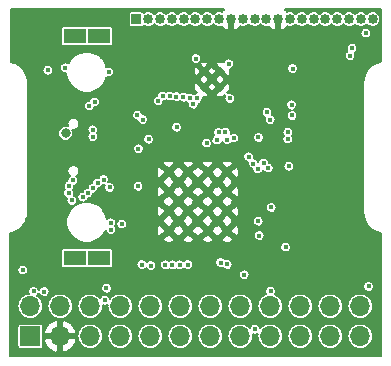
<source format=gbr>
G04 #@! TF.GenerationSoftware,KiCad,Pcbnew,5.1.2+dfsg1-1*
G04 #@! TF.CreationDate,2019-05-14T00:22:56+09:00*
G04 #@! TF.ProjectId,breadbee,62726561-6462-4656-952e-6b696361645f,rev?*
G04 #@! TF.SameCoordinates,Original*
G04 #@! TF.FileFunction,Copper,L2,Inr*
G04 #@! TF.FilePolarity,Positive*
%FSLAX46Y46*%
G04 Gerber Fmt 4.6, Leading zero omitted, Abs format (unit mm)*
G04 Created by KiCad (PCBNEW 5.1.2+dfsg1-1) date 2019-05-14 00:22:56*
%MOMM*%
%LPD*%
G04 APERTURE LIST*
%ADD10R,1.700000X1.700000*%
%ADD11O,1.700000X1.700000*%
%ADD12R,1.950000X1.250000*%
%ADD13C,0.500000*%
%ADD14C,0.825000*%
%ADD15R,0.850000X0.850000*%
%ADD16O,0.850000X0.850000*%
%ADD17C,0.452400*%
%ADD18C,0.800000*%
%ADD19C,0.154000*%
G04 APERTURE END LIST*
D10*
X129000000Y-103000000D03*
D11*
X129000000Y-100460000D03*
X131540000Y-103000000D03*
X131540000Y-100460000D03*
X134080000Y-103000000D03*
X134080000Y-100460000D03*
X136620000Y-103000000D03*
X136620000Y-100460000D03*
X139160000Y-103000000D03*
X139160000Y-100460000D03*
X141700000Y-103000000D03*
X141700000Y-100460000D03*
X144240000Y-103000000D03*
X144240000Y-100460000D03*
X146780000Y-103000000D03*
X146780000Y-100460000D03*
X149320000Y-103000000D03*
X149320000Y-100460000D03*
X151860000Y-103000000D03*
X151860000Y-100460000D03*
X154400000Y-103000000D03*
X154400000Y-100460000D03*
X156940000Y-103000000D03*
X156940000Y-100460000D03*
D12*
X134780000Y-96380000D03*
X132820000Y-96380000D03*
X132820000Y-77600000D03*
X134780000Y-77600000D03*
D13*
X145075000Y-81925000D03*
X143725000Y-81925000D03*
X145075000Y-80575000D03*
X143725000Y-80575000D03*
D14*
X140715000Y-94065000D03*
X142365000Y-94065000D03*
X144015000Y-94065000D03*
X145665000Y-94065000D03*
X140715000Y-92415000D03*
X142365000Y-92415000D03*
X144015000Y-92415000D03*
X145665000Y-92415000D03*
X140715000Y-90765000D03*
X142365000Y-90765000D03*
X144015000Y-90765000D03*
X145665000Y-90765000D03*
X140715000Y-89115000D03*
X142365000Y-89115000D03*
X144015000Y-89115000D03*
X145665000Y-89115000D03*
D15*
X137990000Y-76140000D03*
D16*
X138990000Y-76140000D03*
X139990000Y-76140000D03*
X140990000Y-76140000D03*
X141990000Y-76140000D03*
X142990000Y-76140000D03*
X143990000Y-76140000D03*
X144990000Y-76140000D03*
X145990000Y-76140000D03*
X146990000Y-76140000D03*
X147990000Y-76140000D03*
X148990000Y-76140000D03*
X149990000Y-76140000D03*
X150990000Y-76140000D03*
X151990000Y-76140000D03*
X152990000Y-76140000D03*
X153990000Y-76140000D03*
X154990000Y-76140000D03*
X155990000Y-76140000D03*
X156990000Y-76140000D03*
X157990000Y-76140000D03*
D17*
X151125442Y-83395587D03*
X151168325Y-84292744D03*
X150812571Y-86287408D03*
X150814500Y-85708000D03*
D18*
X131977002Y-88300000D03*
D17*
X135640000Y-80000000D03*
X158080000Y-77380000D03*
X153460000Y-96500000D03*
X152310000Y-92650000D03*
X136433862Y-92658642D03*
X128400000Y-77200000D03*
X147290000Y-84740000D03*
X156513290Y-87000000D03*
X136950004Y-98570000D03*
X145520000Y-99169999D03*
X138227572Y-83078029D03*
X137854715Y-85522164D03*
X140570000Y-99270000D03*
X148338000Y-97900000D03*
X150624000Y-98662000D03*
X158498000Y-104504000D03*
X149212820Y-86900438D03*
X136074434Y-89919494D03*
X144040000Y-85605274D03*
X150620000Y-95440000D03*
X150900000Y-88590000D03*
X157640000Y-98770000D03*
X157414375Y-77324375D03*
X135632824Y-80612111D03*
X138165938Y-87125851D03*
X131960000Y-80260000D03*
X148311447Y-86150255D03*
X135450000Y-98920000D03*
X141670597Y-96950000D03*
X147110811Y-97786645D03*
X151206798Y-80330000D03*
X141030000Y-96950000D03*
X139204246Y-97005462D03*
X139017912Y-86299380D03*
X138129241Y-90284550D03*
X147480000Y-87790000D03*
X130489382Y-80460618D03*
X140420000Y-96950000D03*
X142340000Y-96930000D03*
X145819382Y-79919382D03*
X143139948Y-82850052D03*
D18*
X131992997Y-85822969D03*
D17*
X143029381Y-79479383D03*
X145889999Y-82850001D03*
X148020000Y-102400000D03*
X133990312Y-83497138D03*
X134456788Y-83153454D03*
X149354000Y-99170000D03*
X149320000Y-84660000D03*
X134298602Y-86097370D03*
X138522466Y-84641929D03*
X130185617Y-99215619D03*
X134290000Y-85510000D03*
X138070000Y-84280000D03*
X149039990Y-84010010D03*
X129290000Y-99200000D03*
X132610000Y-89800000D03*
X132274378Y-90283240D03*
X135320500Y-99932000D03*
X132253529Y-90862277D03*
X132526504Y-91486500D03*
X149151206Y-88751332D03*
X148762464Y-88321684D03*
X148272582Y-88828306D03*
X147901553Y-88383272D03*
X146248188Y-86203492D03*
X145659587Y-86339274D03*
X145529056Y-85719683D03*
X144798662Y-86382368D03*
X144950000Y-85740000D03*
X143929784Y-86636909D03*
X149400000Y-92090000D03*
X136760000Y-93490000D03*
X135724401Y-90393146D03*
X135213522Y-89729235D03*
X134706272Y-90009263D03*
X134308932Y-90430974D03*
X133914007Y-90854946D03*
X133446595Y-91197355D03*
X145111375Y-96751769D03*
X138450000Y-96930000D03*
X128370000Y-97380000D03*
X135828987Y-93383589D03*
X135828500Y-93963000D03*
X142794849Y-83336818D03*
X142526573Y-82823256D03*
X141952684Y-82743445D03*
X141375513Y-82692539D03*
X140797851Y-82647543D03*
X140206182Y-82642393D03*
X139824162Y-83078029D03*
X141396221Y-85289988D03*
X148300000Y-93250000D03*
X156250000Y-78610030D03*
X156080000Y-79240000D03*
X148391209Y-94474900D03*
X145670230Y-96904730D03*
D19*
G36*
X145379952Y-75335038D02*
G01*
X145234634Y-75469520D01*
X145199441Y-75518016D01*
X145118598Y-75493492D01*
X145022226Y-75484000D01*
X144957774Y-75484000D01*
X144861402Y-75493492D01*
X144737745Y-75531003D01*
X144623783Y-75591917D01*
X144523894Y-75673894D01*
X144490000Y-75715194D01*
X144456106Y-75673894D01*
X144356217Y-75591917D01*
X144242255Y-75531003D01*
X144118598Y-75493492D01*
X144022226Y-75484000D01*
X143957774Y-75484000D01*
X143861402Y-75493492D01*
X143737745Y-75531003D01*
X143623783Y-75591917D01*
X143523894Y-75673894D01*
X143490000Y-75715194D01*
X143456106Y-75673894D01*
X143356217Y-75591917D01*
X143242255Y-75531003D01*
X143118598Y-75493492D01*
X143022226Y-75484000D01*
X142957774Y-75484000D01*
X142861402Y-75493492D01*
X142737745Y-75531003D01*
X142623783Y-75591917D01*
X142523894Y-75673894D01*
X142490000Y-75715194D01*
X142456106Y-75673894D01*
X142356217Y-75591917D01*
X142242255Y-75531003D01*
X142118598Y-75493492D01*
X142022226Y-75484000D01*
X141957774Y-75484000D01*
X141861402Y-75493492D01*
X141737745Y-75531003D01*
X141623783Y-75591917D01*
X141523894Y-75673894D01*
X141490000Y-75715194D01*
X141456106Y-75673894D01*
X141356217Y-75591917D01*
X141242255Y-75531003D01*
X141118598Y-75493492D01*
X141022226Y-75484000D01*
X140957774Y-75484000D01*
X140861402Y-75493492D01*
X140737745Y-75531003D01*
X140623783Y-75591917D01*
X140523894Y-75673894D01*
X140490000Y-75715194D01*
X140456106Y-75673894D01*
X140356217Y-75591917D01*
X140242255Y-75531003D01*
X140118598Y-75493492D01*
X140022226Y-75484000D01*
X139957774Y-75484000D01*
X139861402Y-75493492D01*
X139737745Y-75531003D01*
X139623783Y-75591917D01*
X139523894Y-75673894D01*
X139490000Y-75715194D01*
X139456106Y-75673894D01*
X139356217Y-75591917D01*
X139242255Y-75531003D01*
X139118598Y-75493492D01*
X139022226Y-75484000D01*
X138957774Y-75484000D01*
X138861402Y-75493492D01*
X138737745Y-75531003D01*
X138623783Y-75591917D01*
X138614993Y-75599130D01*
X138607998Y-75586043D01*
X138579132Y-75550868D01*
X138543957Y-75522002D01*
X138503827Y-75500552D01*
X138460284Y-75487343D01*
X138415000Y-75482883D01*
X137565000Y-75482883D01*
X137519716Y-75487343D01*
X137476173Y-75500552D01*
X137436043Y-75522002D01*
X137400868Y-75550868D01*
X137372002Y-75586043D01*
X137350552Y-75626173D01*
X137337343Y-75669716D01*
X137332883Y-75715000D01*
X137332883Y-76565000D01*
X137337343Y-76610284D01*
X137350552Y-76653827D01*
X137372002Y-76693957D01*
X137400868Y-76729132D01*
X137436043Y-76757998D01*
X137476173Y-76779448D01*
X137519716Y-76792657D01*
X137565000Y-76797117D01*
X138415000Y-76797117D01*
X138460284Y-76792657D01*
X138503827Y-76779448D01*
X138543957Y-76757998D01*
X138579132Y-76729132D01*
X138607998Y-76693957D01*
X138614993Y-76680870D01*
X138623783Y-76688083D01*
X138737745Y-76748997D01*
X138861402Y-76786508D01*
X138957774Y-76796000D01*
X139022226Y-76796000D01*
X139118598Y-76786508D01*
X139242255Y-76748997D01*
X139356217Y-76688083D01*
X139456106Y-76606106D01*
X139490000Y-76564806D01*
X139523894Y-76606106D01*
X139623783Y-76688083D01*
X139737745Y-76748997D01*
X139861402Y-76786508D01*
X139957774Y-76796000D01*
X140022226Y-76796000D01*
X140118598Y-76786508D01*
X140242255Y-76748997D01*
X140356217Y-76688083D01*
X140456106Y-76606106D01*
X140490000Y-76564806D01*
X140523894Y-76606106D01*
X140623783Y-76688083D01*
X140737745Y-76748997D01*
X140861402Y-76786508D01*
X140957774Y-76796000D01*
X141022226Y-76796000D01*
X141118598Y-76786508D01*
X141242255Y-76748997D01*
X141356217Y-76688083D01*
X141456106Y-76606106D01*
X141490000Y-76564806D01*
X141523894Y-76606106D01*
X141623783Y-76688083D01*
X141737745Y-76748997D01*
X141861402Y-76786508D01*
X141957774Y-76796000D01*
X142022226Y-76796000D01*
X142118598Y-76786508D01*
X142242255Y-76748997D01*
X142356217Y-76688083D01*
X142456106Y-76606106D01*
X142490000Y-76564806D01*
X142523894Y-76606106D01*
X142623783Y-76688083D01*
X142737745Y-76748997D01*
X142861402Y-76786508D01*
X142957774Y-76796000D01*
X143022226Y-76796000D01*
X143118598Y-76786508D01*
X143242255Y-76748997D01*
X143356217Y-76688083D01*
X143456106Y-76606106D01*
X143490000Y-76564806D01*
X143523894Y-76606106D01*
X143623783Y-76688083D01*
X143737745Y-76748997D01*
X143861402Y-76786508D01*
X143957774Y-76796000D01*
X144022226Y-76796000D01*
X144118598Y-76786508D01*
X144242255Y-76748997D01*
X144356217Y-76688083D01*
X144456106Y-76606106D01*
X144490000Y-76564806D01*
X144523894Y-76606106D01*
X144623783Y-76688083D01*
X144737745Y-76748997D01*
X144861402Y-76786508D01*
X144957774Y-76796000D01*
X145022226Y-76796000D01*
X145118598Y-76786508D01*
X145199441Y-76761984D01*
X145234634Y-76810480D01*
X145379952Y-76944962D01*
X145548714Y-77048509D01*
X145659625Y-77094439D01*
X145813000Y-76985420D01*
X145813000Y-76317000D01*
X145793000Y-76317000D01*
X145793000Y-75963000D01*
X145813000Y-75963000D01*
X145813000Y-75943000D01*
X146167000Y-75943000D01*
X146167000Y-75963000D01*
X146187000Y-75963000D01*
X146187000Y-76317000D01*
X146167000Y-76317000D01*
X146167000Y-76985420D01*
X146320375Y-77094439D01*
X146431286Y-77048509D01*
X146600048Y-76944962D01*
X146745366Y-76810480D01*
X146780559Y-76761984D01*
X146861402Y-76786508D01*
X146957774Y-76796000D01*
X147022226Y-76796000D01*
X147118598Y-76786508D01*
X147242255Y-76748997D01*
X147356217Y-76688083D01*
X147456106Y-76606106D01*
X147490000Y-76564806D01*
X147523894Y-76606106D01*
X147623783Y-76688083D01*
X147737745Y-76748997D01*
X147861402Y-76786508D01*
X147957774Y-76796000D01*
X148022226Y-76796000D01*
X148118598Y-76786508D01*
X148242255Y-76748997D01*
X148356217Y-76688083D01*
X148456106Y-76606106D01*
X148490000Y-76564806D01*
X148523894Y-76606106D01*
X148623783Y-76688083D01*
X148737745Y-76748997D01*
X148861402Y-76786508D01*
X148957774Y-76796000D01*
X149022226Y-76796000D01*
X149118598Y-76786508D01*
X149199441Y-76761984D01*
X149234634Y-76810480D01*
X149379952Y-76944962D01*
X149548714Y-77048509D01*
X149659625Y-77094439D01*
X149813000Y-76985420D01*
X149813000Y-76317000D01*
X149793000Y-76317000D01*
X149793000Y-75963000D01*
X149813000Y-75963000D01*
X149813000Y-75943000D01*
X150167000Y-75943000D01*
X150167000Y-75963000D01*
X150187000Y-75963000D01*
X150187000Y-76317000D01*
X150167000Y-76317000D01*
X150167000Y-76985420D01*
X150320375Y-77094439D01*
X150431286Y-77048509D01*
X150600048Y-76944962D01*
X150745366Y-76810480D01*
X150780559Y-76761984D01*
X150861402Y-76786508D01*
X150957774Y-76796000D01*
X151022226Y-76796000D01*
X151118598Y-76786508D01*
X151242255Y-76748997D01*
X151356217Y-76688083D01*
X151456106Y-76606106D01*
X151490000Y-76564806D01*
X151523894Y-76606106D01*
X151623783Y-76688083D01*
X151737745Y-76748997D01*
X151861402Y-76786508D01*
X151957774Y-76796000D01*
X152022226Y-76796000D01*
X152118598Y-76786508D01*
X152242255Y-76748997D01*
X152356217Y-76688083D01*
X152456106Y-76606106D01*
X152490000Y-76564806D01*
X152523894Y-76606106D01*
X152623783Y-76688083D01*
X152737745Y-76748997D01*
X152861402Y-76786508D01*
X152957774Y-76796000D01*
X153022226Y-76796000D01*
X153118598Y-76786508D01*
X153242255Y-76748997D01*
X153356217Y-76688083D01*
X153456106Y-76606106D01*
X153490000Y-76564806D01*
X153523894Y-76606106D01*
X153623783Y-76688083D01*
X153737745Y-76748997D01*
X153861402Y-76786508D01*
X153957774Y-76796000D01*
X154022226Y-76796000D01*
X154118598Y-76786508D01*
X154242255Y-76748997D01*
X154356217Y-76688083D01*
X154456106Y-76606106D01*
X154490000Y-76564806D01*
X154523894Y-76606106D01*
X154623783Y-76688083D01*
X154737745Y-76748997D01*
X154861402Y-76786508D01*
X154957774Y-76796000D01*
X155022226Y-76796000D01*
X155118598Y-76786508D01*
X155242255Y-76748997D01*
X155356217Y-76688083D01*
X155456106Y-76606106D01*
X155490000Y-76564806D01*
X155523894Y-76606106D01*
X155623783Y-76688083D01*
X155737745Y-76748997D01*
X155861402Y-76786508D01*
X155957774Y-76796000D01*
X156022226Y-76796000D01*
X156118598Y-76786508D01*
X156242255Y-76748997D01*
X156356217Y-76688083D01*
X156456106Y-76606106D01*
X156490000Y-76564806D01*
X156523894Y-76606106D01*
X156623783Y-76688083D01*
X156737745Y-76748997D01*
X156861402Y-76786508D01*
X156957774Y-76796000D01*
X157022226Y-76796000D01*
X157118598Y-76786508D01*
X157242255Y-76748997D01*
X157356217Y-76688083D01*
X157456106Y-76606106D01*
X157490000Y-76564806D01*
X157523894Y-76606106D01*
X157623783Y-76688083D01*
X157737745Y-76748997D01*
X157861402Y-76786508D01*
X157957774Y-76796000D01*
X158022226Y-76796000D01*
X158118598Y-76786508D01*
X158242255Y-76748997D01*
X158356217Y-76688083D01*
X158456106Y-76606106D01*
X158538083Y-76506217D01*
X158598997Y-76392255D01*
X158636508Y-76268598D01*
X158649174Y-76140000D01*
X158636508Y-76011402D01*
X158598997Y-75887745D01*
X158538083Y-75773783D01*
X158456106Y-75673894D01*
X158356217Y-75591917D01*
X158242255Y-75531003D01*
X158118598Y-75493492D01*
X158022226Y-75484000D01*
X157957774Y-75484000D01*
X157861402Y-75493492D01*
X157737745Y-75531003D01*
X157623783Y-75591917D01*
X157523894Y-75673894D01*
X157490000Y-75715194D01*
X157456106Y-75673894D01*
X157356217Y-75591917D01*
X157242255Y-75531003D01*
X157118598Y-75493492D01*
X157022226Y-75484000D01*
X156957774Y-75484000D01*
X156861402Y-75493492D01*
X156737745Y-75531003D01*
X156623783Y-75591917D01*
X156523894Y-75673894D01*
X156490000Y-75715194D01*
X156456106Y-75673894D01*
X156356217Y-75591917D01*
X156242255Y-75531003D01*
X156118598Y-75493492D01*
X156022226Y-75484000D01*
X155957774Y-75484000D01*
X155861402Y-75493492D01*
X155737745Y-75531003D01*
X155623783Y-75591917D01*
X155523894Y-75673894D01*
X155490000Y-75715194D01*
X155456106Y-75673894D01*
X155356217Y-75591917D01*
X155242255Y-75531003D01*
X155118598Y-75493492D01*
X155022226Y-75484000D01*
X154957774Y-75484000D01*
X154861402Y-75493492D01*
X154737745Y-75531003D01*
X154623783Y-75591917D01*
X154523894Y-75673894D01*
X154490000Y-75715194D01*
X154456106Y-75673894D01*
X154356217Y-75591917D01*
X154242255Y-75531003D01*
X154118598Y-75493492D01*
X154022226Y-75484000D01*
X153957774Y-75484000D01*
X153861402Y-75493492D01*
X153737745Y-75531003D01*
X153623783Y-75591917D01*
X153523894Y-75673894D01*
X153490000Y-75715194D01*
X153456106Y-75673894D01*
X153356217Y-75591917D01*
X153242255Y-75531003D01*
X153118598Y-75493492D01*
X153022226Y-75484000D01*
X152957774Y-75484000D01*
X152861402Y-75493492D01*
X152737745Y-75531003D01*
X152623783Y-75591917D01*
X152523894Y-75673894D01*
X152490000Y-75715194D01*
X152456106Y-75673894D01*
X152356217Y-75591917D01*
X152242255Y-75531003D01*
X152118598Y-75493492D01*
X152022226Y-75484000D01*
X151957774Y-75484000D01*
X151861402Y-75493492D01*
X151737745Y-75531003D01*
X151623783Y-75591917D01*
X151523894Y-75673894D01*
X151490000Y-75715194D01*
X151456106Y-75673894D01*
X151356217Y-75591917D01*
X151242255Y-75531003D01*
X151118598Y-75493492D01*
X151022226Y-75484000D01*
X150957774Y-75484000D01*
X150861402Y-75493492D01*
X150780559Y-75518016D01*
X150745366Y-75469520D01*
X150600048Y-75335038D01*
X150552722Y-75306000D01*
X158694001Y-75306000D01*
X158694000Y-79723412D01*
X158666398Y-79726313D01*
X158639217Y-79731893D01*
X158611986Y-79737087D01*
X158607896Y-79738322D01*
X158328240Y-79824890D01*
X158302687Y-79835632D01*
X158276958Y-79846027D01*
X158273185Y-79848033D01*
X158015669Y-79987272D01*
X157992669Y-80002786D01*
X157969470Y-80017967D01*
X157966160Y-80020667D01*
X157740592Y-80207272D01*
X157721050Y-80226951D01*
X157701234Y-80246356D01*
X157698511Y-80249648D01*
X157513485Y-80476512D01*
X157498126Y-80499630D01*
X157482468Y-80522497D01*
X157480436Y-80526254D01*
X157342999Y-80784736D01*
X157332414Y-80810417D01*
X157321505Y-80835869D01*
X157320241Y-80839950D01*
X157235627Y-81120204D01*
X157230239Y-81147415D01*
X157224474Y-81174539D01*
X157224027Y-81178788D01*
X157195460Y-81470140D01*
X157195460Y-81470159D01*
X157194001Y-81484973D01*
X157194000Y-92515026D01*
X157195362Y-92528858D01*
X157195297Y-92538205D01*
X157195713Y-92542457D01*
X157226313Y-92833602D01*
X157231894Y-92860789D01*
X157237087Y-92888014D01*
X157238322Y-92892104D01*
X157324890Y-93171759D01*
X157335626Y-93197299D01*
X157346027Y-93223042D01*
X157348033Y-93226815D01*
X157487272Y-93484330D01*
X157502774Y-93507313D01*
X157517967Y-93530530D01*
X157520667Y-93533841D01*
X157707272Y-93759408D01*
X157726968Y-93778967D01*
X157746356Y-93798766D01*
X157749648Y-93801489D01*
X157976512Y-93986515D01*
X157999630Y-94001874D01*
X158022497Y-94017532D01*
X158026255Y-94019564D01*
X158284736Y-94157001D01*
X158310377Y-94167570D01*
X158335869Y-94178495D01*
X158339950Y-94179759D01*
X158620204Y-94264373D01*
X158647415Y-94269761D01*
X158674539Y-94275526D01*
X158678788Y-94275973D01*
X158694001Y-94277465D01*
X158694000Y-104694000D01*
X127306000Y-104694000D01*
X127306000Y-102150000D01*
X127917883Y-102150000D01*
X127917883Y-103850000D01*
X127922343Y-103895284D01*
X127935552Y-103938827D01*
X127957002Y-103978957D01*
X127985868Y-104014132D01*
X128021043Y-104042998D01*
X128061173Y-104064448D01*
X128104716Y-104077657D01*
X128150000Y-104082117D01*
X129850000Y-104082117D01*
X129895284Y-104077657D01*
X129938827Y-104064448D01*
X129978957Y-104042998D01*
X130014132Y-104014132D01*
X130042998Y-103978957D01*
X130064448Y-103938827D01*
X130077657Y-103895284D01*
X130082117Y-103850000D01*
X130082117Y-103397591D01*
X130161172Y-103397591D01*
X130265232Y-103658947D01*
X130418280Y-103894980D01*
X130614435Y-104096620D01*
X130846159Y-104256118D01*
X131104547Y-104367344D01*
X131142410Y-104378821D01*
X131363000Y-104276537D01*
X131363000Y-103177000D01*
X131717000Y-103177000D01*
X131717000Y-104276537D01*
X131937590Y-104378821D01*
X131975453Y-104367344D01*
X132233841Y-104256118D01*
X132465565Y-104096620D01*
X132661720Y-103894980D01*
X132814768Y-103658947D01*
X132918828Y-103397591D01*
X132817799Y-103177000D01*
X131717000Y-103177000D01*
X131363000Y-103177000D01*
X130262201Y-103177000D01*
X130161172Y-103397591D01*
X130082117Y-103397591D01*
X130082117Y-103000000D01*
X132993770Y-103000000D01*
X133014642Y-103211913D01*
X133076454Y-103415682D01*
X133176833Y-103603477D01*
X133311919Y-103768081D01*
X133476523Y-103903167D01*
X133664318Y-104003546D01*
X133868087Y-104065358D01*
X134026900Y-104081000D01*
X134133100Y-104081000D01*
X134291913Y-104065358D01*
X134495682Y-104003546D01*
X134683477Y-103903167D01*
X134848081Y-103768081D01*
X134983167Y-103603477D01*
X135083546Y-103415682D01*
X135145358Y-103211913D01*
X135166230Y-103000000D01*
X135533770Y-103000000D01*
X135554642Y-103211913D01*
X135616454Y-103415682D01*
X135716833Y-103603477D01*
X135851919Y-103768081D01*
X136016523Y-103903167D01*
X136204318Y-104003546D01*
X136408087Y-104065358D01*
X136566900Y-104081000D01*
X136673100Y-104081000D01*
X136831913Y-104065358D01*
X137035682Y-104003546D01*
X137223477Y-103903167D01*
X137388081Y-103768081D01*
X137523167Y-103603477D01*
X137623546Y-103415682D01*
X137685358Y-103211913D01*
X137706230Y-103000000D01*
X138073770Y-103000000D01*
X138094642Y-103211913D01*
X138156454Y-103415682D01*
X138256833Y-103603477D01*
X138391919Y-103768081D01*
X138556523Y-103903167D01*
X138744318Y-104003546D01*
X138948087Y-104065358D01*
X139106900Y-104081000D01*
X139213100Y-104081000D01*
X139371913Y-104065358D01*
X139575682Y-104003546D01*
X139763477Y-103903167D01*
X139928081Y-103768081D01*
X140063167Y-103603477D01*
X140163546Y-103415682D01*
X140225358Y-103211913D01*
X140246230Y-103000000D01*
X140613770Y-103000000D01*
X140634642Y-103211913D01*
X140696454Y-103415682D01*
X140796833Y-103603477D01*
X140931919Y-103768081D01*
X141096523Y-103903167D01*
X141284318Y-104003546D01*
X141488087Y-104065358D01*
X141646900Y-104081000D01*
X141753100Y-104081000D01*
X141911913Y-104065358D01*
X142115682Y-104003546D01*
X142303477Y-103903167D01*
X142468081Y-103768081D01*
X142603167Y-103603477D01*
X142703546Y-103415682D01*
X142765358Y-103211913D01*
X142786230Y-103000000D01*
X143153770Y-103000000D01*
X143174642Y-103211913D01*
X143236454Y-103415682D01*
X143336833Y-103603477D01*
X143471919Y-103768081D01*
X143636523Y-103903167D01*
X143824318Y-104003546D01*
X144028087Y-104065358D01*
X144186900Y-104081000D01*
X144293100Y-104081000D01*
X144451913Y-104065358D01*
X144655682Y-104003546D01*
X144843477Y-103903167D01*
X145008081Y-103768081D01*
X145143167Y-103603477D01*
X145243546Y-103415682D01*
X145305358Y-103211913D01*
X145326230Y-103000000D01*
X145693770Y-103000000D01*
X145714642Y-103211913D01*
X145776454Y-103415682D01*
X145876833Y-103603477D01*
X146011919Y-103768081D01*
X146176523Y-103903167D01*
X146364318Y-104003546D01*
X146568087Y-104065358D01*
X146726900Y-104081000D01*
X146833100Y-104081000D01*
X146991913Y-104065358D01*
X147195682Y-104003546D01*
X147383477Y-103903167D01*
X147548081Y-103768081D01*
X147683167Y-103603477D01*
X147783546Y-103415682D01*
X147845358Y-103211913D01*
X147866230Y-103000000D01*
X147848895Y-102823995D01*
X147886640Y-102839630D01*
X147974970Y-102857200D01*
X148065030Y-102857200D01*
X148153360Y-102839630D01*
X148236565Y-102805165D01*
X148254115Y-102793439D01*
X148233770Y-103000000D01*
X148254642Y-103211913D01*
X148316454Y-103415682D01*
X148416833Y-103603477D01*
X148551919Y-103768081D01*
X148716523Y-103903167D01*
X148904318Y-104003546D01*
X149108087Y-104065358D01*
X149266900Y-104081000D01*
X149373100Y-104081000D01*
X149531913Y-104065358D01*
X149735682Y-104003546D01*
X149923477Y-103903167D01*
X150088081Y-103768081D01*
X150223167Y-103603477D01*
X150323546Y-103415682D01*
X150385358Y-103211913D01*
X150406230Y-103000000D01*
X150773770Y-103000000D01*
X150794642Y-103211913D01*
X150856454Y-103415682D01*
X150956833Y-103603477D01*
X151091919Y-103768081D01*
X151256523Y-103903167D01*
X151444318Y-104003546D01*
X151648087Y-104065358D01*
X151806900Y-104081000D01*
X151913100Y-104081000D01*
X152071913Y-104065358D01*
X152275682Y-104003546D01*
X152463477Y-103903167D01*
X152628081Y-103768081D01*
X152763167Y-103603477D01*
X152863546Y-103415682D01*
X152925358Y-103211913D01*
X152946230Y-103000000D01*
X153313770Y-103000000D01*
X153334642Y-103211913D01*
X153396454Y-103415682D01*
X153496833Y-103603477D01*
X153631919Y-103768081D01*
X153796523Y-103903167D01*
X153984318Y-104003546D01*
X154188087Y-104065358D01*
X154346900Y-104081000D01*
X154453100Y-104081000D01*
X154611913Y-104065358D01*
X154815682Y-104003546D01*
X155003477Y-103903167D01*
X155168081Y-103768081D01*
X155303167Y-103603477D01*
X155403546Y-103415682D01*
X155465358Y-103211913D01*
X155486230Y-103000000D01*
X155853770Y-103000000D01*
X155874642Y-103211913D01*
X155936454Y-103415682D01*
X156036833Y-103603477D01*
X156171919Y-103768081D01*
X156336523Y-103903167D01*
X156524318Y-104003546D01*
X156728087Y-104065358D01*
X156886900Y-104081000D01*
X156993100Y-104081000D01*
X157151913Y-104065358D01*
X157355682Y-104003546D01*
X157543477Y-103903167D01*
X157708081Y-103768081D01*
X157843167Y-103603477D01*
X157943546Y-103415682D01*
X158005358Y-103211913D01*
X158026230Y-103000000D01*
X158005358Y-102788087D01*
X157943546Y-102584318D01*
X157843167Y-102396523D01*
X157708081Y-102231919D01*
X157543477Y-102096833D01*
X157355682Y-101996454D01*
X157151913Y-101934642D01*
X156993100Y-101919000D01*
X156886900Y-101919000D01*
X156728087Y-101934642D01*
X156524318Y-101996454D01*
X156336523Y-102096833D01*
X156171919Y-102231919D01*
X156036833Y-102396523D01*
X155936454Y-102584318D01*
X155874642Y-102788087D01*
X155853770Y-103000000D01*
X155486230Y-103000000D01*
X155465358Y-102788087D01*
X155403546Y-102584318D01*
X155303167Y-102396523D01*
X155168081Y-102231919D01*
X155003477Y-102096833D01*
X154815682Y-101996454D01*
X154611913Y-101934642D01*
X154453100Y-101919000D01*
X154346900Y-101919000D01*
X154188087Y-101934642D01*
X153984318Y-101996454D01*
X153796523Y-102096833D01*
X153631919Y-102231919D01*
X153496833Y-102396523D01*
X153396454Y-102584318D01*
X153334642Y-102788087D01*
X153313770Y-103000000D01*
X152946230Y-103000000D01*
X152925358Y-102788087D01*
X152863546Y-102584318D01*
X152763167Y-102396523D01*
X152628081Y-102231919D01*
X152463477Y-102096833D01*
X152275682Y-101996454D01*
X152071913Y-101934642D01*
X151913100Y-101919000D01*
X151806900Y-101919000D01*
X151648087Y-101934642D01*
X151444318Y-101996454D01*
X151256523Y-102096833D01*
X151091919Y-102231919D01*
X150956833Y-102396523D01*
X150856454Y-102584318D01*
X150794642Y-102788087D01*
X150773770Y-103000000D01*
X150406230Y-103000000D01*
X150385358Y-102788087D01*
X150323546Y-102584318D01*
X150223167Y-102396523D01*
X150088081Y-102231919D01*
X149923477Y-102096833D01*
X149735682Y-101996454D01*
X149531913Y-101934642D01*
X149373100Y-101919000D01*
X149266900Y-101919000D01*
X149108087Y-101934642D01*
X148904318Y-101996454D01*
X148716523Y-102096833D01*
X148551919Y-102231919D01*
X148472076Y-102329209D01*
X148459630Y-102266640D01*
X148425165Y-102183435D01*
X148375130Y-102108552D01*
X148311448Y-102044870D01*
X148236565Y-101994835D01*
X148153360Y-101960370D01*
X148065030Y-101942800D01*
X147974970Y-101942800D01*
X147886640Y-101960370D01*
X147803435Y-101994835D01*
X147728552Y-102044870D01*
X147664870Y-102108552D01*
X147614835Y-102183435D01*
X147580370Y-102266640D01*
X147579630Y-102270362D01*
X147548081Y-102231919D01*
X147383477Y-102096833D01*
X147195682Y-101996454D01*
X146991913Y-101934642D01*
X146833100Y-101919000D01*
X146726900Y-101919000D01*
X146568087Y-101934642D01*
X146364318Y-101996454D01*
X146176523Y-102096833D01*
X146011919Y-102231919D01*
X145876833Y-102396523D01*
X145776454Y-102584318D01*
X145714642Y-102788087D01*
X145693770Y-103000000D01*
X145326230Y-103000000D01*
X145305358Y-102788087D01*
X145243546Y-102584318D01*
X145143167Y-102396523D01*
X145008081Y-102231919D01*
X144843477Y-102096833D01*
X144655682Y-101996454D01*
X144451913Y-101934642D01*
X144293100Y-101919000D01*
X144186900Y-101919000D01*
X144028087Y-101934642D01*
X143824318Y-101996454D01*
X143636523Y-102096833D01*
X143471919Y-102231919D01*
X143336833Y-102396523D01*
X143236454Y-102584318D01*
X143174642Y-102788087D01*
X143153770Y-103000000D01*
X142786230Y-103000000D01*
X142765358Y-102788087D01*
X142703546Y-102584318D01*
X142603167Y-102396523D01*
X142468081Y-102231919D01*
X142303477Y-102096833D01*
X142115682Y-101996454D01*
X141911913Y-101934642D01*
X141753100Y-101919000D01*
X141646900Y-101919000D01*
X141488087Y-101934642D01*
X141284318Y-101996454D01*
X141096523Y-102096833D01*
X140931919Y-102231919D01*
X140796833Y-102396523D01*
X140696454Y-102584318D01*
X140634642Y-102788087D01*
X140613770Y-103000000D01*
X140246230Y-103000000D01*
X140225358Y-102788087D01*
X140163546Y-102584318D01*
X140063167Y-102396523D01*
X139928081Y-102231919D01*
X139763477Y-102096833D01*
X139575682Y-101996454D01*
X139371913Y-101934642D01*
X139213100Y-101919000D01*
X139106900Y-101919000D01*
X138948087Y-101934642D01*
X138744318Y-101996454D01*
X138556523Y-102096833D01*
X138391919Y-102231919D01*
X138256833Y-102396523D01*
X138156454Y-102584318D01*
X138094642Y-102788087D01*
X138073770Y-103000000D01*
X137706230Y-103000000D01*
X137685358Y-102788087D01*
X137623546Y-102584318D01*
X137523167Y-102396523D01*
X137388081Y-102231919D01*
X137223477Y-102096833D01*
X137035682Y-101996454D01*
X136831913Y-101934642D01*
X136673100Y-101919000D01*
X136566900Y-101919000D01*
X136408087Y-101934642D01*
X136204318Y-101996454D01*
X136016523Y-102096833D01*
X135851919Y-102231919D01*
X135716833Y-102396523D01*
X135616454Y-102584318D01*
X135554642Y-102788087D01*
X135533770Y-103000000D01*
X135166230Y-103000000D01*
X135145358Y-102788087D01*
X135083546Y-102584318D01*
X134983167Y-102396523D01*
X134848081Y-102231919D01*
X134683477Y-102096833D01*
X134495682Y-101996454D01*
X134291913Y-101934642D01*
X134133100Y-101919000D01*
X134026900Y-101919000D01*
X133868087Y-101934642D01*
X133664318Y-101996454D01*
X133476523Y-102096833D01*
X133311919Y-102231919D01*
X133176833Y-102396523D01*
X133076454Y-102584318D01*
X133014642Y-102788087D01*
X132993770Y-103000000D01*
X130082117Y-103000000D01*
X130082117Y-102602409D01*
X130161172Y-102602409D01*
X130262201Y-102823000D01*
X131363000Y-102823000D01*
X131363000Y-101723463D01*
X131717000Y-101723463D01*
X131717000Y-102823000D01*
X132817799Y-102823000D01*
X132918828Y-102602409D01*
X132814768Y-102341053D01*
X132661720Y-102105020D01*
X132465565Y-101903380D01*
X132233841Y-101743882D01*
X131975453Y-101632656D01*
X131937590Y-101621179D01*
X131717000Y-101723463D01*
X131363000Y-101723463D01*
X131142410Y-101621179D01*
X131104547Y-101632656D01*
X130846159Y-101743882D01*
X130614435Y-101903380D01*
X130418280Y-102105020D01*
X130265232Y-102341053D01*
X130161172Y-102602409D01*
X130082117Y-102602409D01*
X130082117Y-102150000D01*
X130077657Y-102104716D01*
X130064448Y-102061173D01*
X130042998Y-102021043D01*
X130014132Y-101985868D01*
X129978957Y-101957002D01*
X129938827Y-101935552D01*
X129895284Y-101922343D01*
X129850000Y-101917883D01*
X128150000Y-101917883D01*
X128104716Y-101922343D01*
X128061173Y-101935552D01*
X128021043Y-101957002D01*
X127985868Y-101985868D01*
X127957002Y-102021043D01*
X127935552Y-102061173D01*
X127922343Y-102104716D01*
X127917883Y-102150000D01*
X127306000Y-102150000D01*
X127306000Y-100460000D01*
X127913770Y-100460000D01*
X127934642Y-100671913D01*
X127996454Y-100875682D01*
X128096833Y-101063477D01*
X128231919Y-101228081D01*
X128396523Y-101363167D01*
X128584318Y-101463546D01*
X128788087Y-101525358D01*
X128946900Y-101541000D01*
X129053100Y-101541000D01*
X129211913Y-101525358D01*
X129415682Y-101463546D01*
X129603477Y-101363167D01*
X129768081Y-101228081D01*
X129903167Y-101063477D01*
X130003546Y-100875682D01*
X130065358Y-100671913D01*
X130086230Y-100460000D01*
X130453770Y-100460000D01*
X130474642Y-100671913D01*
X130536454Y-100875682D01*
X130636833Y-101063477D01*
X130771919Y-101228081D01*
X130936523Y-101363167D01*
X131124318Y-101463546D01*
X131328087Y-101525358D01*
X131486900Y-101541000D01*
X131593100Y-101541000D01*
X131751913Y-101525358D01*
X131955682Y-101463546D01*
X132143477Y-101363167D01*
X132308081Y-101228081D01*
X132443167Y-101063477D01*
X132543546Y-100875682D01*
X132605358Y-100671913D01*
X132626230Y-100460000D01*
X132993770Y-100460000D01*
X133014642Y-100671913D01*
X133076454Y-100875682D01*
X133176833Y-101063477D01*
X133311919Y-101228081D01*
X133476523Y-101363167D01*
X133664318Y-101463546D01*
X133868087Y-101525358D01*
X134026900Y-101541000D01*
X134133100Y-101541000D01*
X134291913Y-101525358D01*
X134495682Y-101463546D01*
X134683477Y-101363167D01*
X134848081Y-101228081D01*
X134983167Y-101063477D01*
X135083546Y-100875682D01*
X135145358Y-100671913D01*
X135166230Y-100460000D01*
X135156267Y-100358842D01*
X135187140Y-100371630D01*
X135275470Y-100389200D01*
X135365530Y-100389200D01*
X135453860Y-100371630D01*
X135537065Y-100337165D01*
X135546489Y-100330868D01*
X135533770Y-100460000D01*
X135554642Y-100671913D01*
X135616454Y-100875682D01*
X135716833Y-101063477D01*
X135851919Y-101228081D01*
X136016523Y-101363167D01*
X136204318Y-101463546D01*
X136408087Y-101525358D01*
X136566900Y-101541000D01*
X136673100Y-101541000D01*
X136831913Y-101525358D01*
X137035682Y-101463546D01*
X137223477Y-101363167D01*
X137388081Y-101228081D01*
X137523167Y-101063477D01*
X137623546Y-100875682D01*
X137685358Y-100671913D01*
X137706230Y-100460000D01*
X138073770Y-100460000D01*
X138094642Y-100671913D01*
X138156454Y-100875682D01*
X138256833Y-101063477D01*
X138391919Y-101228081D01*
X138556523Y-101363167D01*
X138744318Y-101463546D01*
X138948087Y-101525358D01*
X139106900Y-101541000D01*
X139213100Y-101541000D01*
X139371913Y-101525358D01*
X139575682Y-101463546D01*
X139763477Y-101363167D01*
X139928081Y-101228081D01*
X140063167Y-101063477D01*
X140163546Y-100875682D01*
X140225358Y-100671913D01*
X140246230Y-100460000D01*
X140613770Y-100460000D01*
X140634642Y-100671913D01*
X140696454Y-100875682D01*
X140796833Y-101063477D01*
X140931919Y-101228081D01*
X141096523Y-101363167D01*
X141284318Y-101463546D01*
X141488087Y-101525358D01*
X141646900Y-101541000D01*
X141753100Y-101541000D01*
X141911913Y-101525358D01*
X142115682Y-101463546D01*
X142303477Y-101363167D01*
X142468081Y-101228081D01*
X142603167Y-101063477D01*
X142703546Y-100875682D01*
X142765358Y-100671913D01*
X142786230Y-100460000D01*
X143153770Y-100460000D01*
X143174642Y-100671913D01*
X143236454Y-100875682D01*
X143336833Y-101063477D01*
X143471919Y-101228081D01*
X143636523Y-101363167D01*
X143824318Y-101463546D01*
X144028087Y-101525358D01*
X144186900Y-101541000D01*
X144293100Y-101541000D01*
X144451913Y-101525358D01*
X144655682Y-101463546D01*
X144843477Y-101363167D01*
X145008081Y-101228081D01*
X145143167Y-101063477D01*
X145243546Y-100875682D01*
X145305358Y-100671913D01*
X145326230Y-100460000D01*
X145693770Y-100460000D01*
X145714642Y-100671913D01*
X145776454Y-100875682D01*
X145876833Y-101063477D01*
X146011919Y-101228081D01*
X146176523Y-101363167D01*
X146364318Y-101463546D01*
X146568087Y-101525358D01*
X146726900Y-101541000D01*
X146833100Y-101541000D01*
X146991913Y-101525358D01*
X147195682Y-101463546D01*
X147383477Y-101363167D01*
X147548081Y-101228081D01*
X147683167Y-101063477D01*
X147783546Y-100875682D01*
X147845358Y-100671913D01*
X147866230Y-100460000D01*
X148233770Y-100460000D01*
X148254642Y-100671913D01*
X148316454Y-100875682D01*
X148416833Y-101063477D01*
X148551919Y-101228081D01*
X148716523Y-101363167D01*
X148904318Y-101463546D01*
X149108087Y-101525358D01*
X149266900Y-101541000D01*
X149373100Y-101541000D01*
X149531913Y-101525358D01*
X149735682Y-101463546D01*
X149923477Y-101363167D01*
X150088081Y-101228081D01*
X150223167Y-101063477D01*
X150323546Y-100875682D01*
X150385358Y-100671913D01*
X150406230Y-100460000D01*
X150773770Y-100460000D01*
X150794642Y-100671913D01*
X150856454Y-100875682D01*
X150956833Y-101063477D01*
X151091919Y-101228081D01*
X151256523Y-101363167D01*
X151444318Y-101463546D01*
X151648087Y-101525358D01*
X151806900Y-101541000D01*
X151913100Y-101541000D01*
X152071913Y-101525358D01*
X152275682Y-101463546D01*
X152463477Y-101363167D01*
X152628081Y-101228081D01*
X152763167Y-101063477D01*
X152863546Y-100875682D01*
X152925358Y-100671913D01*
X152946230Y-100460000D01*
X153313770Y-100460000D01*
X153334642Y-100671913D01*
X153396454Y-100875682D01*
X153496833Y-101063477D01*
X153631919Y-101228081D01*
X153796523Y-101363167D01*
X153984318Y-101463546D01*
X154188087Y-101525358D01*
X154346900Y-101541000D01*
X154453100Y-101541000D01*
X154611913Y-101525358D01*
X154815682Y-101463546D01*
X155003477Y-101363167D01*
X155168081Y-101228081D01*
X155303167Y-101063477D01*
X155403546Y-100875682D01*
X155465358Y-100671913D01*
X155486230Y-100460000D01*
X155853770Y-100460000D01*
X155874642Y-100671913D01*
X155936454Y-100875682D01*
X156036833Y-101063477D01*
X156171919Y-101228081D01*
X156336523Y-101363167D01*
X156524318Y-101463546D01*
X156728087Y-101525358D01*
X156886900Y-101541000D01*
X156993100Y-101541000D01*
X157151913Y-101525358D01*
X157355682Y-101463546D01*
X157543477Y-101363167D01*
X157708081Y-101228081D01*
X157843167Y-101063477D01*
X157943546Y-100875682D01*
X158005358Y-100671913D01*
X158026230Y-100460000D01*
X158005358Y-100248087D01*
X157943546Y-100044318D01*
X157843167Y-99856523D01*
X157708081Y-99691919D01*
X157543477Y-99556833D01*
X157355682Y-99456454D01*
X157151913Y-99394642D01*
X156993100Y-99379000D01*
X156886900Y-99379000D01*
X156728087Y-99394642D01*
X156524318Y-99456454D01*
X156336523Y-99556833D01*
X156171919Y-99691919D01*
X156036833Y-99856523D01*
X155936454Y-100044318D01*
X155874642Y-100248087D01*
X155853770Y-100460000D01*
X155486230Y-100460000D01*
X155465358Y-100248087D01*
X155403546Y-100044318D01*
X155303167Y-99856523D01*
X155168081Y-99691919D01*
X155003477Y-99556833D01*
X154815682Y-99456454D01*
X154611913Y-99394642D01*
X154453100Y-99379000D01*
X154346900Y-99379000D01*
X154188087Y-99394642D01*
X153984318Y-99456454D01*
X153796523Y-99556833D01*
X153631919Y-99691919D01*
X153496833Y-99856523D01*
X153396454Y-100044318D01*
X153334642Y-100248087D01*
X153313770Y-100460000D01*
X152946230Y-100460000D01*
X152925358Y-100248087D01*
X152863546Y-100044318D01*
X152763167Y-99856523D01*
X152628081Y-99691919D01*
X152463477Y-99556833D01*
X152275682Y-99456454D01*
X152071913Y-99394642D01*
X151913100Y-99379000D01*
X151806900Y-99379000D01*
X151648087Y-99394642D01*
X151444318Y-99456454D01*
X151256523Y-99556833D01*
X151091919Y-99691919D01*
X150956833Y-99856523D01*
X150856454Y-100044318D01*
X150794642Y-100248087D01*
X150773770Y-100460000D01*
X150406230Y-100460000D01*
X150385358Y-100248087D01*
X150323546Y-100044318D01*
X150223167Y-99856523D01*
X150088081Y-99691919D01*
X149923477Y-99556833D01*
X149735682Y-99456454D01*
X149716379Y-99450599D01*
X149759165Y-99386565D01*
X149793630Y-99303360D01*
X149811200Y-99215030D01*
X149811200Y-99124970D01*
X149793630Y-99036640D01*
X149759165Y-98953435D01*
X149709130Y-98878552D01*
X149645448Y-98814870D01*
X149570565Y-98764835D01*
X149487360Y-98730370D01*
X149460213Y-98724970D01*
X157182800Y-98724970D01*
X157182800Y-98815030D01*
X157200370Y-98903360D01*
X157234835Y-98986565D01*
X157284870Y-99061448D01*
X157348552Y-99125130D01*
X157423435Y-99175165D01*
X157506640Y-99209630D01*
X157594970Y-99227200D01*
X157685030Y-99227200D01*
X157773360Y-99209630D01*
X157856565Y-99175165D01*
X157931448Y-99125130D01*
X157995130Y-99061448D01*
X158045165Y-98986565D01*
X158079630Y-98903360D01*
X158097200Y-98815030D01*
X158097200Y-98724970D01*
X158079630Y-98636640D01*
X158045165Y-98553435D01*
X157995130Y-98478552D01*
X157931448Y-98414870D01*
X157856565Y-98364835D01*
X157773360Y-98330370D01*
X157685030Y-98312800D01*
X157594970Y-98312800D01*
X157506640Y-98330370D01*
X157423435Y-98364835D01*
X157348552Y-98414870D01*
X157284870Y-98478552D01*
X157234835Y-98553435D01*
X157200370Y-98636640D01*
X157182800Y-98724970D01*
X149460213Y-98724970D01*
X149399030Y-98712800D01*
X149308970Y-98712800D01*
X149220640Y-98730370D01*
X149137435Y-98764835D01*
X149062552Y-98814870D01*
X148998870Y-98878552D01*
X148948835Y-98953435D01*
X148914370Y-99036640D01*
X148896800Y-99124970D01*
X148896800Y-99215030D01*
X148914370Y-99303360D01*
X148948835Y-99386565D01*
X148980161Y-99433448D01*
X148904318Y-99456454D01*
X148716523Y-99556833D01*
X148551919Y-99691919D01*
X148416833Y-99856523D01*
X148316454Y-100044318D01*
X148254642Y-100248087D01*
X148233770Y-100460000D01*
X147866230Y-100460000D01*
X147845358Y-100248087D01*
X147783546Y-100044318D01*
X147683167Y-99856523D01*
X147548081Y-99691919D01*
X147383477Y-99556833D01*
X147195682Y-99456454D01*
X146991913Y-99394642D01*
X146833100Y-99379000D01*
X146726900Y-99379000D01*
X146568087Y-99394642D01*
X146364318Y-99456454D01*
X146176523Y-99556833D01*
X146011919Y-99691919D01*
X145876833Y-99856523D01*
X145776454Y-100044318D01*
X145714642Y-100248087D01*
X145693770Y-100460000D01*
X145326230Y-100460000D01*
X145305358Y-100248087D01*
X145243546Y-100044318D01*
X145143167Y-99856523D01*
X145008081Y-99691919D01*
X144843477Y-99556833D01*
X144655682Y-99456454D01*
X144451913Y-99394642D01*
X144293100Y-99379000D01*
X144186900Y-99379000D01*
X144028087Y-99394642D01*
X143824318Y-99456454D01*
X143636523Y-99556833D01*
X143471919Y-99691919D01*
X143336833Y-99856523D01*
X143236454Y-100044318D01*
X143174642Y-100248087D01*
X143153770Y-100460000D01*
X142786230Y-100460000D01*
X142765358Y-100248087D01*
X142703546Y-100044318D01*
X142603167Y-99856523D01*
X142468081Y-99691919D01*
X142303477Y-99556833D01*
X142115682Y-99456454D01*
X141911913Y-99394642D01*
X141753100Y-99379000D01*
X141646900Y-99379000D01*
X141488087Y-99394642D01*
X141284318Y-99456454D01*
X141096523Y-99556833D01*
X140931919Y-99691919D01*
X140796833Y-99856523D01*
X140696454Y-100044318D01*
X140634642Y-100248087D01*
X140613770Y-100460000D01*
X140246230Y-100460000D01*
X140225358Y-100248087D01*
X140163546Y-100044318D01*
X140063167Y-99856523D01*
X139928081Y-99691919D01*
X139763477Y-99556833D01*
X139575682Y-99456454D01*
X139371913Y-99394642D01*
X139213100Y-99379000D01*
X139106900Y-99379000D01*
X138948087Y-99394642D01*
X138744318Y-99456454D01*
X138556523Y-99556833D01*
X138391919Y-99691919D01*
X138256833Y-99856523D01*
X138156454Y-100044318D01*
X138094642Y-100248087D01*
X138073770Y-100460000D01*
X137706230Y-100460000D01*
X137685358Y-100248087D01*
X137623546Y-100044318D01*
X137523167Y-99856523D01*
X137388081Y-99691919D01*
X137223477Y-99556833D01*
X137035682Y-99456454D01*
X136831913Y-99394642D01*
X136673100Y-99379000D01*
X136566900Y-99379000D01*
X136408087Y-99394642D01*
X136204318Y-99456454D01*
X136016523Y-99556833D01*
X135851919Y-99691919D01*
X135760951Y-99802765D01*
X135760130Y-99798640D01*
X135725665Y-99715435D01*
X135675630Y-99640552D01*
X135611948Y-99576870D01*
X135537065Y-99526835D01*
X135453860Y-99492370D01*
X135365530Y-99474800D01*
X135275470Y-99474800D01*
X135187140Y-99492370D01*
X135103935Y-99526835D01*
X135029052Y-99576870D01*
X134965370Y-99640552D01*
X134915335Y-99715435D01*
X134899249Y-99754268D01*
X134848081Y-99691919D01*
X134683477Y-99556833D01*
X134495682Y-99456454D01*
X134291913Y-99394642D01*
X134133100Y-99379000D01*
X134026900Y-99379000D01*
X133868087Y-99394642D01*
X133664318Y-99456454D01*
X133476523Y-99556833D01*
X133311919Y-99691919D01*
X133176833Y-99856523D01*
X133076454Y-100044318D01*
X133014642Y-100248087D01*
X132993770Y-100460000D01*
X132626230Y-100460000D01*
X132605358Y-100248087D01*
X132543546Y-100044318D01*
X132443167Y-99856523D01*
X132308081Y-99691919D01*
X132143477Y-99556833D01*
X131955682Y-99456454D01*
X131751913Y-99394642D01*
X131593100Y-99379000D01*
X131486900Y-99379000D01*
X131328087Y-99394642D01*
X131124318Y-99456454D01*
X130936523Y-99556833D01*
X130771919Y-99691919D01*
X130636833Y-99856523D01*
X130536454Y-100044318D01*
X130474642Y-100248087D01*
X130453770Y-100460000D01*
X130086230Y-100460000D01*
X130065358Y-100248087D01*
X130003546Y-100044318D01*
X129903167Y-99856523D01*
X129768081Y-99691919D01*
X129603477Y-99556833D01*
X129588012Y-99548566D01*
X129645130Y-99491448D01*
X129695165Y-99416565D01*
X129729630Y-99333360D01*
X129736255Y-99300054D01*
X129745987Y-99348979D01*
X129780452Y-99432184D01*
X129830487Y-99507067D01*
X129894169Y-99570749D01*
X129969052Y-99620784D01*
X130052257Y-99655249D01*
X130140587Y-99672819D01*
X130230647Y-99672819D01*
X130318977Y-99655249D01*
X130402182Y-99620784D01*
X130477065Y-99570749D01*
X130540747Y-99507067D01*
X130590782Y-99432184D01*
X130625247Y-99348979D01*
X130642817Y-99260649D01*
X130642817Y-99170589D01*
X130625247Y-99082259D01*
X130590782Y-98999054D01*
X130540747Y-98924171D01*
X130491546Y-98874970D01*
X134992800Y-98874970D01*
X134992800Y-98965030D01*
X135010370Y-99053360D01*
X135044835Y-99136565D01*
X135094870Y-99211448D01*
X135158552Y-99275130D01*
X135233435Y-99325165D01*
X135316640Y-99359630D01*
X135404970Y-99377200D01*
X135495030Y-99377200D01*
X135583360Y-99359630D01*
X135666565Y-99325165D01*
X135741448Y-99275130D01*
X135805130Y-99211448D01*
X135855165Y-99136565D01*
X135889630Y-99053360D01*
X135907200Y-98965030D01*
X135907200Y-98874970D01*
X135889630Y-98786640D01*
X135855165Y-98703435D01*
X135805130Y-98628552D01*
X135741448Y-98564870D01*
X135666565Y-98514835D01*
X135583360Y-98480370D01*
X135495030Y-98462800D01*
X135404970Y-98462800D01*
X135316640Y-98480370D01*
X135233435Y-98514835D01*
X135158552Y-98564870D01*
X135094870Y-98628552D01*
X135044835Y-98703435D01*
X135010370Y-98786640D01*
X134992800Y-98874970D01*
X130491546Y-98874970D01*
X130477065Y-98860489D01*
X130402182Y-98810454D01*
X130318977Y-98775989D01*
X130230647Y-98758419D01*
X130140587Y-98758419D01*
X130052257Y-98775989D01*
X129969052Y-98810454D01*
X129894169Y-98860489D01*
X129830487Y-98924171D01*
X129780452Y-98999054D01*
X129745987Y-99082259D01*
X129739362Y-99115565D01*
X129729630Y-99066640D01*
X129695165Y-98983435D01*
X129645130Y-98908552D01*
X129581448Y-98844870D01*
X129506565Y-98794835D01*
X129423360Y-98760370D01*
X129335030Y-98742800D01*
X129244970Y-98742800D01*
X129156640Y-98760370D01*
X129073435Y-98794835D01*
X128998552Y-98844870D01*
X128934870Y-98908552D01*
X128884835Y-98983435D01*
X128850370Y-99066640D01*
X128832800Y-99154970D01*
X128832800Y-99245030D01*
X128850370Y-99333360D01*
X128872318Y-99386346D01*
X128788087Y-99394642D01*
X128584318Y-99456454D01*
X128396523Y-99556833D01*
X128231919Y-99691919D01*
X128096833Y-99856523D01*
X127996454Y-100044318D01*
X127934642Y-100248087D01*
X127913770Y-100460000D01*
X127306000Y-100460000D01*
X127306000Y-97334970D01*
X127912800Y-97334970D01*
X127912800Y-97425030D01*
X127930370Y-97513360D01*
X127964835Y-97596565D01*
X128014870Y-97671448D01*
X128078552Y-97735130D01*
X128153435Y-97785165D01*
X128236640Y-97819630D01*
X128324970Y-97837200D01*
X128415030Y-97837200D01*
X128503360Y-97819630D01*
X128586565Y-97785165D01*
X128651742Y-97741615D01*
X146653611Y-97741615D01*
X146653611Y-97831675D01*
X146671181Y-97920005D01*
X146705646Y-98003210D01*
X146755681Y-98078093D01*
X146819363Y-98141775D01*
X146894246Y-98191810D01*
X146977451Y-98226275D01*
X147065781Y-98243845D01*
X147155841Y-98243845D01*
X147244171Y-98226275D01*
X147327376Y-98191810D01*
X147402259Y-98141775D01*
X147465941Y-98078093D01*
X147515976Y-98003210D01*
X147550441Y-97920005D01*
X147568011Y-97831675D01*
X147568011Y-97741615D01*
X147550441Y-97653285D01*
X147515976Y-97570080D01*
X147465941Y-97495197D01*
X147402259Y-97431515D01*
X147327376Y-97381480D01*
X147244171Y-97347015D01*
X147155841Y-97329445D01*
X147065781Y-97329445D01*
X146977451Y-97347015D01*
X146894246Y-97381480D01*
X146819363Y-97431515D01*
X146755681Y-97495197D01*
X146705646Y-97570080D01*
X146671181Y-97653285D01*
X146653611Y-97741615D01*
X128651742Y-97741615D01*
X128661448Y-97735130D01*
X128725130Y-97671448D01*
X128775165Y-97596565D01*
X128809630Y-97513360D01*
X128827200Y-97425030D01*
X128827200Y-97334970D01*
X128809630Y-97246640D01*
X128775165Y-97163435D01*
X128725130Y-97088552D01*
X128661448Y-97024870D01*
X128586565Y-96974835D01*
X128503360Y-96940370D01*
X128415030Y-96922800D01*
X128324970Y-96922800D01*
X128236640Y-96940370D01*
X128153435Y-96974835D01*
X128078552Y-97024870D01*
X128014870Y-97088552D01*
X127964835Y-97163435D01*
X127930370Y-97246640D01*
X127912800Y-97334970D01*
X127306000Y-97334970D01*
X127306000Y-95755000D01*
X131612883Y-95755000D01*
X131612883Y-97005000D01*
X131617343Y-97050284D01*
X131630552Y-97093827D01*
X131652002Y-97133957D01*
X131680868Y-97169132D01*
X131716043Y-97197998D01*
X131756173Y-97219448D01*
X131799716Y-97232657D01*
X131845000Y-97237117D01*
X133795000Y-97237117D01*
X133800000Y-97236625D01*
X133805000Y-97237117D01*
X135755000Y-97237117D01*
X135800284Y-97232657D01*
X135843827Y-97219448D01*
X135883957Y-97197998D01*
X135919132Y-97169132D01*
X135947998Y-97133957D01*
X135969448Y-97093827D01*
X135982657Y-97050284D01*
X135987117Y-97005000D01*
X135987117Y-96884970D01*
X137992800Y-96884970D01*
X137992800Y-96975030D01*
X138010370Y-97063360D01*
X138044835Y-97146565D01*
X138094870Y-97221448D01*
X138158552Y-97285130D01*
X138233435Y-97335165D01*
X138316640Y-97369630D01*
X138404970Y-97387200D01*
X138495030Y-97387200D01*
X138583360Y-97369630D01*
X138666565Y-97335165D01*
X138741448Y-97285130D01*
X138801272Y-97225306D01*
X138849116Y-97296910D01*
X138912798Y-97360592D01*
X138987681Y-97410627D01*
X139070886Y-97445092D01*
X139159216Y-97462662D01*
X139249276Y-97462662D01*
X139337606Y-97445092D01*
X139420811Y-97410627D01*
X139495694Y-97360592D01*
X139559376Y-97296910D01*
X139609411Y-97222027D01*
X139643876Y-97138822D01*
X139661446Y-97050492D01*
X139661446Y-96960432D01*
X139650414Y-96904970D01*
X139962800Y-96904970D01*
X139962800Y-96995030D01*
X139980370Y-97083360D01*
X140014835Y-97166565D01*
X140064870Y-97241448D01*
X140128552Y-97305130D01*
X140203435Y-97355165D01*
X140286640Y-97389630D01*
X140374970Y-97407200D01*
X140465030Y-97407200D01*
X140553360Y-97389630D01*
X140636565Y-97355165D01*
X140711448Y-97305130D01*
X140725000Y-97291578D01*
X140738552Y-97305130D01*
X140813435Y-97355165D01*
X140896640Y-97389630D01*
X140984970Y-97407200D01*
X141075030Y-97407200D01*
X141163360Y-97389630D01*
X141246565Y-97355165D01*
X141321448Y-97305130D01*
X141350299Y-97276280D01*
X141379149Y-97305130D01*
X141454032Y-97355165D01*
X141537237Y-97389630D01*
X141625567Y-97407200D01*
X141715627Y-97407200D01*
X141803957Y-97389630D01*
X141887162Y-97355165D01*
X141962045Y-97305130D01*
X142015299Y-97251877D01*
X142048552Y-97285130D01*
X142123435Y-97335165D01*
X142206640Y-97369630D01*
X142294970Y-97387200D01*
X142385030Y-97387200D01*
X142473360Y-97369630D01*
X142556565Y-97335165D01*
X142631448Y-97285130D01*
X142695130Y-97221448D01*
X142745165Y-97146565D01*
X142779630Y-97063360D01*
X142797200Y-96975030D01*
X142797200Y-96884970D01*
X142779630Y-96796640D01*
X142745165Y-96713435D01*
X142740691Y-96706739D01*
X144654175Y-96706739D01*
X144654175Y-96796799D01*
X144671745Y-96885129D01*
X144706210Y-96968334D01*
X144756245Y-97043217D01*
X144819927Y-97106899D01*
X144894810Y-97156934D01*
X144978015Y-97191399D01*
X145066345Y-97208969D01*
X145156405Y-97208969D01*
X145244735Y-97191399D01*
X145297346Y-97169607D01*
X145315100Y-97196178D01*
X145378782Y-97259860D01*
X145453665Y-97309895D01*
X145536870Y-97344360D01*
X145625200Y-97361930D01*
X145715260Y-97361930D01*
X145803590Y-97344360D01*
X145886795Y-97309895D01*
X145961678Y-97259860D01*
X146025360Y-97196178D01*
X146075395Y-97121295D01*
X146109860Y-97038090D01*
X146127430Y-96949760D01*
X146127430Y-96859700D01*
X146109860Y-96771370D01*
X146075395Y-96688165D01*
X146025360Y-96613282D01*
X145961678Y-96549600D01*
X145886795Y-96499565D01*
X145803590Y-96465100D01*
X145715260Y-96447530D01*
X145625200Y-96447530D01*
X145536870Y-96465100D01*
X145484259Y-96486892D01*
X145466505Y-96460321D01*
X145402823Y-96396639D01*
X145327940Y-96346604D01*
X145244735Y-96312139D01*
X145156405Y-96294569D01*
X145066345Y-96294569D01*
X144978015Y-96312139D01*
X144894810Y-96346604D01*
X144819927Y-96396639D01*
X144756245Y-96460321D01*
X144706210Y-96535204D01*
X144671745Y-96618409D01*
X144654175Y-96706739D01*
X142740691Y-96706739D01*
X142695130Y-96638552D01*
X142631448Y-96574870D01*
X142556565Y-96524835D01*
X142473360Y-96490370D01*
X142385030Y-96472800D01*
X142294970Y-96472800D01*
X142206640Y-96490370D01*
X142123435Y-96524835D01*
X142048552Y-96574870D01*
X141995299Y-96628124D01*
X141962045Y-96594870D01*
X141887162Y-96544835D01*
X141803957Y-96510370D01*
X141715627Y-96492800D01*
X141625567Y-96492800D01*
X141537237Y-96510370D01*
X141454032Y-96544835D01*
X141379149Y-96594870D01*
X141350299Y-96623721D01*
X141321448Y-96594870D01*
X141246565Y-96544835D01*
X141163360Y-96510370D01*
X141075030Y-96492800D01*
X140984970Y-96492800D01*
X140896640Y-96510370D01*
X140813435Y-96544835D01*
X140738552Y-96594870D01*
X140725000Y-96608422D01*
X140711448Y-96594870D01*
X140636565Y-96544835D01*
X140553360Y-96510370D01*
X140465030Y-96492800D01*
X140374970Y-96492800D01*
X140286640Y-96510370D01*
X140203435Y-96544835D01*
X140128552Y-96594870D01*
X140064870Y-96658552D01*
X140014835Y-96733435D01*
X139980370Y-96816640D01*
X139962800Y-96904970D01*
X139650414Y-96904970D01*
X139643876Y-96872102D01*
X139609411Y-96788897D01*
X139559376Y-96714014D01*
X139495694Y-96650332D01*
X139420811Y-96600297D01*
X139337606Y-96565832D01*
X139249276Y-96548262D01*
X139159216Y-96548262D01*
X139070886Y-96565832D01*
X138987681Y-96600297D01*
X138912798Y-96650332D01*
X138852974Y-96710156D01*
X138805130Y-96638552D01*
X138741448Y-96574870D01*
X138666565Y-96524835D01*
X138583360Y-96490370D01*
X138495030Y-96472800D01*
X138404970Y-96472800D01*
X138316640Y-96490370D01*
X138233435Y-96524835D01*
X138158552Y-96574870D01*
X138094870Y-96638552D01*
X138044835Y-96713435D01*
X138010370Y-96796640D01*
X137992800Y-96884970D01*
X135987117Y-96884970D01*
X135987117Y-95755000D01*
X135982657Y-95709716D01*
X135969448Y-95666173D01*
X135947998Y-95626043D01*
X135919132Y-95590868D01*
X135883957Y-95562002D01*
X135843827Y-95540552D01*
X135800284Y-95527343D01*
X135755000Y-95522883D01*
X133805000Y-95522883D01*
X133800000Y-95523375D01*
X133795000Y-95522883D01*
X131845000Y-95522883D01*
X131799716Y-95527343D01*
X131756173Y-95540552D01*
X131716043Y-95562002D01*
X131680868Y-95590868D01*
X131652002Y-95626043D01*
X131630552Y-95666173D01*
X131617343Y-95709716D01*
X131612883Y-95755000D01*
X127306000Y-95755000D01*
X127306000Y-95394970D01*
X150162800Y-95394970D01*
X150162800Y-95485030D01*
X150180370Y-95573360D01*
X150214835Y-95656565D01*
X150264870Y-95731448D01*
X150328552Y-95795130D01*
X150403435Y-95845165D01*
X150486640Y-95879630D01*
X150574970Y-95897200D01*
X150665030Y-95897200D01*
X150753360Y-95879630D01*
X150836565Y-95845165D01*
X150911448Y-95795130D01*
X150975130Y-95731448D01*
X151025165Y-95656565D01*
X151059630Y-95573360D01*
X151077200Y-95485030D01*
X151077200Y-95394970D01*
X151059630Y-95306640D01*
X151025165Y-95223435D01*
X150975130Y-95148552D01*
X150911448Y-95084870D01*
X150836565Y-95034835D01*
X150753360Y-95000370D01*
X150665030Y-94982800D01*
X150574970Y-94982800D01*
X150486640Y-95000370D01*
X150403435Y-95034835D01*
X150328552Y-95084870D01*
X150264870Y-95148552D01*
X150214835Y-95223435D01*
X150180370Y-95306640D01*
X150162800Y-95394970D01*
X127306000Y-95394970D01*
X127306000Y-94276588D01*
X127333602Y-94273687D01*
X127360789Y-94268106D01*
X127388014Y-94262913D01*
X127392104Y-94261678D01*
X127671759Y-94175110D01*
X127697299Y-94164374D01*
X127723042Y-94153973D01*
X127726815Y-94151967D01*
X127984330Y-94012728D01*
X128007313Y-93997226D01*
X128030530Y-93982033D01*
X128033841Y-93979333D01*
X128259408Y-93792728D01*
X128278967Y-93773032D01*
X128298766Y-93753644D01*
X128301489Y-93750352D01*
X128486515Y-93523488D01*
X128501874Y-93500370D01*
X128517532Y-93477503D01*
X128519564Y-93473745D01*
X128657001Y-93215264D01*
X128667570Y-93189623D01*
X128671903Y-93179511D01*
X132049000Y-93179511D01*
X132049000Y-93520489D01*
X132115521Y-93854914D01*
X132246007Y-94169936D01*
X132435444Y-94453448D01*
X132676552Y-94694556D01*
X132960064Y-94883993D01*
X133275086Y-95014479D01*
X133609511Y-95081000D01*
X133950489Y-95081000D01*
X134284914Y-95014479D01*
X134599936Y-94883993D01*
X134751957Y-94782415D01*
X140247901Y-94782415D01*
X140278302Y-94967193D01*
X140462702Y-95035054D01*
X140656798Y-95065635D01*
X140853131Y-95057763D01*
X141044155Y-95011740D01*
X141151698Y-94967193D01*
X141182099Y-94782415D01*
X141897901Y-94782415D01*
X141928302Y-94967193D01*
X142112702Y-95035054D01*
X142306798Y-95065635D01*
X142503131Y-95057763D01*
X142694155Y-95011740D01*
X142801698Y-94967193D01*
X142832099Y-94782415D01*
X143547901Y-94782415D01*
X143578302Y-94967193D01*
X143762702Y-95035054D01*
X143956798Y-95065635D01*
X144153131Y-95057763D01*
X144344155Y-95011740D01*
X144451698Y-94967193D01*
X144482099Y-94782415D01*
X145197901Y-94782415D01*
X145228302Y-94967193D01*
X145412702Y-95035054D01*
X145606798Y-95065635D01*
X145803131Y-95057763D01*
X145994155Y-95011740D01*
X146101698Y-94967193D01*
X146132099Y-94782415D01*
X145665000Y-94315316D01*
X145197901Y-94782415D01*
X144482099Y-94782415D01*
X144015000Y-94315316D01*
X143547901Y-94782415D01*
X142832099Y-94782415D01*
X142365000Y-94315316D01*
X141897901Y-94782415D01*
X141182099Y-94782415D01*
X140715000Y-94315316D01*
X140247901Y-94782415D01*
X134751957Y-94782415D01*
X134883448Y-94694556D01*
X135124556Y-94453448D01*
X135313993Y-94169936D01*
X135374465Y-94023943D01*
X135388870Y-94096360D01*
X135423335Y-94179565D01*
X135473370Y-94254448D01*
X135537052Y-94318130D01*
X135611935Y-94368165D01*
X135695140Y-94402630D01*
X135783470Y-94420200D01*
X135873530Y-94420200D01*
X135961860Y-94402630D01*
X136045065Y-94368165D01*
X136119948Y-94318130D01*
X136183630Y-94254448D01*
X136233665Y-94179565D01*
X136268130Y-94096360D01*
X136285700Y-94008030D01*
X136285700Y-94006798D01*
X139714365Y-94006798D01*
X139722237Y-94203131D01*
X139768260Y-94394155D01*
X139812807Y-94501698D01*
X139997585Y-94532099D01*
X140464684Y-94065000D01*
X140965316Y-94065000D01*
X141432415Y-94532099D01*
X141540000Y-94514398D01*
X141647585Y-94532099D01*
X142114684Y-94065000D01*
X142615316Y-94065000D01*
X143082415Y-94532099D01*
X143190000Y-94514398D01*
X143297585Y-94532099D01*
X143764684Y-94065000D01*
X144265316Y-94065000D01*
X144732415Y-94532099D01*
X144840000Y-94514398D01*
X144947585Y-94532099D01*
X145414684Y-94065000D01*
X145915316Y-94065000D01*
X146382415Y-94532099D01*
X146567193Y-94501698D01*
X146593626Y-94429870D01*
X147934009Y-94429870D01*
X147934009Y-94519930D01*
X147951579Y-94608260D01*
X147986044Y-94691465D01*
X148036079Y-94766348D01*
X148099761Y-94830030D01*
X148174644Y-94880065D01*
X148257849Y-94914530D01*
X148346179Y-94932100D01*
X148436239Y-94932100D01*
X148524569Y-94914530D01*
X148607774Y-94880065D01*
X148682657Y-94830030D01*
X148746339Y-94766348D01*
X148796374Y-94691465D01*
X148830839Y-94608260D01*
X148848409Y-94519930D01*
X148848409Y-94429870D01*
X148830839Y-94341540D01*
X148796374Y-94258335D01*
X148746339Y-94183452D01*
X148682657Y-94119770D01*
X148607774Y-94069735D01*
X148524569Y-94035270D01*
X148436239Y-94017700D01*
X148346179Y-94017700D01*
X148257849Y-94035270D01*
X148174644Y-94069735D01*
X148099761Y-94119770D01*
X148036079Y-94183452D01*
X147986044Y-94258335D01*
X147951579Y-94341540D01*
X147934009Y-94429870D01*
X146593626Y-94429870D01*
X146635054Y-94317298D01*
X146665635Y-94123202D01*
X146657763Y-93926869D01*
X146611740Y-93735845D01*
X146567193Y-93628302D01*
X146382415Y-93597901D01*
X145915316Y-94065000D01*
X145414684Y-94065000D01*
X144947585Y-93597901D01*
X144840000Y-93615602D01*
X144732415Y-93597901D01*
X144265316Y-94065000D01*
X143764684Y-94065000D01*
X143297585Y-93597901D01*
X143190000Y-93615602D01*
X143082415Y-93597901D01*
X142615316Y-94065000D01*
X142114684Y-94065000D01*
X141647585Y-93597901D01*
X141540000Y-93615602D01*
X141432415Y-93597901D01*
X140965316Y-94065000D01*
X140464684Y-94065000D01*
X139997585Y-93597901D01*
X139812807Y-93628302D01*
X139744946Y-93812702D01*
X139714365Y-94006798D01*
X136285700Y-94006798D01*
X136285700Y-93917970D01*
X136268130Y-93829640D01*
X136233665Y-93746435D01*
X136185038Y-93673659D01*
X136234152Y-93600154D01*
X136268617Y-93516949D01*
X136282934Y-93444970D01*
X136302800Y-93444970D01*
X136302800Y-93535030D01*
X136320370Y-93623360D01*
X136354835Y-93706565D01*
X136404870Y-93781448D01*
X136468552Y-93845130D01*
X136543435Y-93895165D01*
X136626640Y-93929630D01*
X136714970Y-93947200D01*
X136805030Y-93947200D01*
X136893360Y-93929630D01*
X136976565Y-93895165D01*
X137051448Y-93845130D01*
X137115130Y-93781448D01*
X137165165Y-93706565D01*
X137199630Y-93623360D01*
X137217200Y-93535030D01*
X137217200Y-93444970D01*
X137199630Y-93356640D01*
X137165165Y-93273435D01*
X137115130Y-93198552D01*
X137051448Y-93134870D01*
X137047774Y-93132415D01*
X140247901Y-93132415D01*
X140265602Y-93240000D01*
X140247901Y-93347585D01*
X140715000Y-93814684D01*
X141182099Y-93347585D01*
X141164398Y-93240000D01*
X141182099Y-93132415D01*
X141897901Y-93132415D01*
X141915602Y-93240000D01*
X141897901Y-93347585D01*
X142365000Y-93814684D01*
X142832099Y-93347585D01*
X142814398Y-93240000D01*
X142832099Y-93132415D01*
X143547901Y-93132415D01*
X143565602Y-93240000D01*
X143547901Y-93347585D01*
X144015000Y-93814684D01*
X144482099Y-93347585D01*
X144464398Y-93240000D01*
X144482099Y-93132415D01*
X145197901Y-93132415D01*
X145215602Y-93240000D01*
X145197901Y-93347585D01*
X145665000Y-93814684D01*
X146132099Y-93347585D01*
X146114398Y-93240000D01*
X146120161Y-93204970D01*
X147842800Y-93204970D01*
X147842800Y-93295030D01*
X147860370Y-93383360D01*
X147894835Y-93466565D01*
X147944870Y-93541448D01*
X148008552Y-93605130D01*
X148083435Y-93655165D01*
X148166640Y-93689630D01*
X148254970Y-93707200D01*
X148345030Y-93707200D01*
X148433360Y-93689630D01*
X148516565Y-93655165D01*
X148591448Y-93605130D01*
X148655130Y-93541448D01*
X148705165Y-93466565D01*
X148739630Y-93383360D01*
X148757200Y-93295030D01*
X148757200Y-93204970D01*
X148739630Y-93116640D01*
X148705165Y-93033435D01*
X148655130Y-92958552D01*
X148591448Y-92894870D01*
X148516565Y-92844835D01*
X148433360Y-92810370D01*
X148345030Y-92792800D01*
X148254970Y-92792800D01*
X148166640Y-92810370D01*
X148083435Y-92844835D01*
X148008552Y-92894870D01*
X147944870Y-92958552D01*
X147894835Y-93033435D01*
X147860370Y-93116640D01*
X147842800Y-93204970D01*
X146120161Y-93204970D01*
X146132099Y-93132415D01*
X145665000Y-92665316D01*
X145197901Y-93132415D01*
X144482099Y-93132415D01*
X144015000Y-92665316D01*
X143547901Y-93132415D01*
X142832099Y-93132415D01*
X142365000Y-92665316D01*
X141897901Y-93132415D01*
X141182099Y-93132415D01*
X140715000Y-92665316D01*
X140247901Y-93132415D01*
X137047774Y-93132415D01*
X136976565Y-93084835D01*
X136893360Y-93050370D01*
X136805030Y-93032800D01*
X136714970Y-93032800D01*
X136626640Y-93050370D01*
X136543435Y-93084835D01*
X136468552Y-93134870D01*
X136404870Y-93198552D01*
X136354835Y-93273435D01*
X136320370Y-93356640D01*
X136302800Y-93444970D01*
X136282934Y-93444970D01*
X136286187Y-93428619D01*
X136286187Y-93338559D01*
X136268617Y-93250229D01*
X136234152Y-93167024D01*
X136184117Y-93092141D01*
X136120435Y-93028459D01*
X136045552Y-92978424D01*
X135962347Y-92943959D01*
X135874017Y-92926389D01*
X135783957Y-92926389D01*
X135695627Y-92943959D01*
X135612422Y-92978424D01*
X135537539Y-93028459D01*
X135490342Y-93075656D01*
X135444479Y-92845086D01*
X135313993Y-92530064D01*
X135198221Y-92356798D01*
X139714365Y-92356798D01*
X139722237Y-92553131D01*
X139768260Y-92744155D01*
X139812807Y-92851698D01*
X139997585Y-92882099D01*
X140464684Y-92415000D01*
X140965316Y-92415000D01*
X141432415Y-92882099D01*
X141540000Y-92864398D01*
X141647585Y-92882099D01*
X142114684Y-92415000D01*
X142615316Y-92415000D01*
X143082415Y-92882099D01*
X143190000Y-92864398D01*
X143297585Y-92882099D01*
X143764684Y-92415000D01*
X144265316Y-92415000D01*
X144732415Y-92882099D01*
X144840000Y-92864398D01*
X144947585Y-92882099D01*
X145414684Y-92415000D01*
X145915316Y-92415000D01*
X146382415Y-92882099D01*
X146567193Y-92851698D01*
X146635054Y-92667298D01*
X146665635Y-92473202D01*
X146657763Y-92276869D01*
X146611740Y-92085845D01*
X146594809Y-92044970D01*
X148942800Y-92044970D01*
X148942800Y-92135030D01*
X148960370Y-92223360D01*
X148994835Y-92306565D01*
X149044870Y-92381448D01*
X149108552Y-92445130D01*
X149183435Y-92495165D01*
X149266640Y-92529630D01*
X149354970Y-92547200D01*
X149445030Y-92547200D01*
X149533360Y-92529630D01*
X149616565Y-92495165D01*
X149691448Y-92445130D01*
X149755130Y-92381448D01*
X149805165Y-92306565D01*
X149839630Y-92223360D01*
X149857200Y-92135030D01*
X149857200Y-92044970D01*
X149839630Y-91956640D01*
X149805165Y-91873435D01*
X149755130Y-91798552D01*
X149691448Y-91734870D01*
X149616565Y-91684835D01*
X149533360Y-91650370D01*
X149445030Y-91632800D01*
X149354970Y-91632800D01*
X149266640Y-91650370D01*
X149183435Y-91684835D01*
X149108552Y-91734870D01*
X149044870Y-91798552D01*
X148994835Y-91873435D01*
X148960370Y-91956640D01*
X148942800Y-92044970D01*
X146594809Y-92044970D01*
X146567193Y-91978302D01*
X146382415Y-91947901D01*
X145915316Y-92415000D01*
X145414684Y-92415000D01*
X144947585Y-91947901D01*
X144840000Y-91965602D01*
X144732415Y-91947901D01*
X144265316Y-92415000D01*
X143764684Y-92415000D01*
X143297585Y-91947901D01*
X143190000Y-91965602D01*
X143082415Y-91947901D01*
X142615316Y-92415000D01*
X142114684Y-92415000D01*
X141647585Y-91947901D01*
X141540000Y-91965602D01*
X141432415Y-91947901D01*
X140965316Y-92415000D01*
X140464684Y-92415000D01*
X139997585Y-91947901D01*
X139812807Y-91978302D01*
X139744946Y-92162702D01*
X139714365Y-92356798D01*
X135198221Y-92356798D01*
X135124556Y-92246552D01*
X134883448Y-92005444D01*
X134599936Y-91816007D01*
X134284914Y-91685521D01*
X133950489Y-91619000D01*
X133623374Y-91619000D01*
X133663160Y-91602520D01*
X133738043Y-91552485D01*
X133801725Y-91488803D01*
X133805993Y-91482415D01*
X140247901Y-91482415D01*
X140265602Y-91590000D01*
X140247901Y-91697585D01*
X140715000Y-92164684D01*
X141182099Y-91697585D01*
X141164398Y-91590000D01*
X141182099Y-91482415D01*
X141897901Y-91482415D01*
X141915602Y-91590000D01*
X141897901Y-91697585D01*
X142365000Y-92164684D01*
X142832099Y-91697585D01*
X142814398Y-91590000D01*
X142832099Y-91482415D01*
X143547901Y-91482415D01*
X143565602Y-91590000D01*
X143547901Y-91697585D01*
X144015000Y-92164684D01*
X144482099Y-91697585D01*
X144464398Y-91590000D01*
X144482099Y-91482415D01*
X145197901Y-91482415D01*
X145215602Y-91590000D01*
X145197901Y-91697585D01*
X145665000Y-92164684D01*
X146132099Y-91697585D01*
X146114398Y-91590000D01*
X146132099Y-91482415D01*
X145665000Y-91015316D01*
X145197901Y-91482415D01*
X144482099Y-91482415D01*
X144015000Y-91015316D01*
X143547901Y-91482415D01*
X142832099Y-91482415D01*
X142365000Y-91015316D01*
X141897901Y-91482415D01*
X141182099Y-91482415D01*
X140715000Y-91015316D01*
X140247901Y-91482415D01*
X133805993Y-91482415D01*
X133851760Y-91413920D01*
X133886225Y-91330715D01*
X133889919Y-91312146D01*
X133959037Y-91312146D01*
X134047367Y-91294576D01*
X134130572Y-91260111D01*
X134205455Y-91210076D01*
X134269137Y-91146394D01*
X134319172Y-91071511D01*
X134353637Y-90988306D01*
X134371207Y-90899976D01*
X134371207Y-90884744D01*
X134442292Y-90870604D01*
X134525497Y-90836139D01*
X134600380Y-90786104D01*
X134664062Y-90722422D01*
X134714097Y-90647539D01*
X134748562Y-90564334D01*
X134766132Y-90476004D01*
X134766132Y-90463513D01*
X134839632Y-90448893D01*
X134922837Y-90414428D01*
X134997720Y-90364393D01*
X135061402Y-90300711D01*
X135111437Y-90225828D01*
X135130855Y-90178949D01*
X135168492Y-90186435D01*
X135258552Y-90186435D01*
X135320944Y-90174024D01*
X135319236Y-90176581D01*
X135284771Y-90259786D01*
X135267201Y-90348116D01*
X135267201Y-90438176D01*
X135284771Y-90526506D01*
X135319236Y-90609711D01*
X135369271Y-90684594D01*
X135432953Y-90748276D01*
X135507836Y-90798311D01*
X135591041Y-90832776D01*
X135679371Y-90850346D01*
X135769431Y-90850346D01*
X135857761Y-90832776D01*
X135940966Y-90798311D01*
X136015849Y-90748276D01*
X136079531Y-90684594D01*
X136129566Y-90609711D01*
X136164031Y-90526506D01*
X136181601Y-90438176D01*
X136181601Y-90348116D01*
X136164031Y-90259786D01*
X136155637Y-90239520D01*
X137672041Y-90239520D01*
X137672041Y-90329580D01*
X137689611Y-90417910D01*
X137724076Y-90501115D01*
X137774111Y-90575998D01*
X137837793Y-90639680D01*
X137912676Y-90689715D01*
X137995881Y-90724180D01*
X138084211Y-90741750D01*
X138174271Y-90741750D01*
X138262601Y-90724180D01*
X138304564Y-90706798D01*
X139714365Y-90706798D01*
X139722237Y-90903131D01*
X139768260Y-91094155D01*
X139812807Y-91201698D01*
X139997585Y-91232099D01*
X140464684Y-90765000D01*
X140965316Y-90765000D01*
X141432415Y-91232099D01*
X141540000Y-91214398D01*
X141647585Y-91232099D01*
X142114684Y-90765000D01*
X142615316Y-90765000D01*
X143082415Y-91232099D01*
X143190000Y-91214398D01*
X143297585Y-91232099D01*
X143764684Y-90765000D01*
X144265316Y-90765000D01*
X144732415Y-91232099D01*
X144840000Y-91214398D01*
X144947585Y-91232099D01*
X145414684Y-90765000D01*
X145915316Y-90765000D01*
X146382415Y-91232099D01*
X146567193Y-91201698D01*
X146635054Y-91017298D01*
X146665635Y-90823202D01*
X146657763Y-90626869D01*
X146611740Y-90435845D01*
X146567193Y-90328302D01*
X146382415Y-90297901D01*
X145915316Y-90765000D01*
X145414684Y-90765000D01*
X144947585Y-90297901D01*
X144840000Y-90315602D01*
X144732415Y-90297901D01*
X144265316Y-90765000D01*
X143764684Y-90765000D01*
X143297585Y-90297901D01*
X143190000Y-90315602D01*
X143082415Y-90297901D01*
X142615316Y-90765000D01*
X142114684Y-90765000D01*
X141647585Y-90297901D01*
X141540000Y-90315602D01*
X141432415Y-90297901D01*
X140965316Y-90765000D01*
X140464684Y-90765000D01*
X139997585Y-90297901D01*
X139812807Y-90328302D01*
X139744946Y-90512702D01*
X139714365Y-90706798D01*
X138304564Y-90706798D01*
X138345806Y-90689715D01*
X138420689Y-90639680D01*
X138484371Y-90575998D01*
X138534406Y-90501115D01*
X138568871Y-90417910D01*
X138586441Y-90329580D01*
X138586441Y-90239520D01*
X138568871Y-90151190D01*
X138534406Y-90067985D01*
X138484371Y-89993102D01*
X138420689Y-89929420D01*
X138345806Y-89879385D01*
X138262601Y-89844920D01*
X138199735Y-89832415D01*
X140247901Y-89832415D01*
X140265602Y-89940000D01*
X140247901Y-90047585D01*
X140715000Y-90514684D01*
X141182099Y-90047585D01*
X141164398Y-89940000D01*
X141182099Y-89832415D01*
X141897901Y-89832415D01*
X141915602Y-89940000D01*
X141897901Y-90047585D01*
X142365000Y-90514684D01*
X142832099Y-90047585D01*
X142814398Y-89940000D01*
X142832099Y-89832415D01*
X143547901Y-89832415D01*
X143565602Y-89940000D01*
X143547901Y-90047585D01*
X144015000Y-90514684D01*
X144482099Y-90047585D01*
X144464398Y-89940000D01*
X144482099Y-89832415D01*
X145197901Y-89832415D01*
X145215602Y-89940000D01*
X145197901Y-90047585D01*
X145665000Y-90514684D01*
X146132099Y-90047585D01*
X146114398Y-89940000D01*
X146132099Y-89832415D01*
X145665000Y-89365316D01*
X145197901Y-89832415D01*
X144482099Y-89832415D01*
X144015000Y-89365316D01*
X143547901Y-89832415D01*
X142832099Y-89832415D01*
X142365000Y-89365316D01*
X141897901Y-89832415D01*
X141182099Y-89832415D01*
X140715000Y-89365316D01*
X140247901Y-89832415D01*
X138199735Y-89832415D01*
X138174271Y-89827350D01*
X138084211Y-89827350D01*
X137995881Y-89844920D01*
X137912676Y-89879385D01*
X137837793Y-89929420D01*
X137774111Y-89993102D01*
X137724076Y-90067985D01*
X137689611Y-90151190D01*
X137672041Y-90239520D01*
X136155637Y-90239520D01*
X136129566Y-90176581D01*
X136079531Y-90101698D01*
X136015849Y-90038016D01*
X135940966Y-89987981D01*
X135857761Y-89953516D01*
X135769431Y-89935946D01*
X135679371Y-89935946D01*
X135616979Y-89948357D01*
X135618687Y-89945800D01*
X135653152Y-89862595D01*
X135670722Y-89774265D01*
X135670722Y-89684205D01*
X135653152Y-89595875D01*
X135618687Y-89512670D01*
X135568652Y-89437787D01*
X135504970Y-89374105D01*
X135430087Y-89324070D01*
X135346882Y-89289605D01*
X135258552Y-89272035D01*
X135168492Y-89272035D01*
X135080162Y-89289605D01*
X134996957Y-89324070D01*
X134922074Y-89374105D01*
X134858392Y-89437787D01*
X134808357Y-89512670D01*
X134788939Y-89559549D01*
X134751302Y-89552063D01*
X134661242Y-89552063D01*
X134572912Y-89569633D01*
X134489707Y-89604098D01*
X134414824Y-89654133D01*
X134351142Y-89717815D01*
X134301107Y-89792698D01*
X134266642Y-89875903D01*
X134249072Y-89964233D01*
X134249072Y-89976724D01*
X134175572Y-89991344D01*
X134092367Y-90025809D01*
X134017484Y-90075844D01*
X133953802Y-90139526D01*
X133903767Y-90214409D01*
X133869302Y-90297614D01*
X133851732Y-90385944D01*
X133851732Y-90401176D01*
X133780647Y-90415316D01*
X133697442Y-90449781D01*
X133622559Y-90499816D01*
X133558877Y-90563498D01*
X133508842Y-90638381D01*
X133474377Y-90721586D01*
X133470683Y-90740155D01*
X133401565Y-90740155D01*
X133313235Y-90757725D01*
X133230030Y-90792190D01*
X133155147Y-90842225D01*
X133091465Y-90905907D01*
X133041430Y-90980790D01*
X133006965Y-91063995D01*
X132989395Y-91152325D01*
X132989395Y-91242385D01*
X133006965Y-91330715D01*
X133041430Y-91413920D01*
X133091465Y-91488803D01*
X133155147Y-91552485D01*
X133230030Y-91602520D01*
X133313235Y-91636985D01*
X133401565Y-91654555D01*
X133430763Y-91654555D01*
X133275086Y-91685521D01*
X132960064Y-91816007D01*
X132676552Y-92005444D01*
X132435444Y-92246552D01*
X132246007Y-92530064D01*
X132115521Y-92845086D01*
X132049000Y-93179511D01*
X128671903Y-93179511D01*
X128678495Y-93164131D01*
X128679759Y-93160050D01*
X128764373Y-92879796D01*
X128769761Y-92852585D01*
X128775526Y-92825461D01*
X128775973Y-92821212D01*
X128804540Y-92529860D01*
X128804540Y-92529851D01*
X128806000Y-92515027D01*
X128806000Y-90817247D01*
X131796329Y-90817247D01*
X131796329Y-90907307D01*
X131813899Y-90995637D01*
X131848364Y-91078842D01*
X131898399Y-91153725D01*
X131962081Y-91217407D01*
X132036964Y-91267442D01*
X132109864Y-91297638D01*
X132086874Y-91353140D01*
X132069304Y-91441470D01*
X132069304Y-91531530D01*
X132086874Y-91619860D01*
X132121339Y-91703065D01*
X132171374Y-91777948D01*
X132235056Y-91841630D01*
X132309939Y-91891665D01*
X132393144Y-91926130D01*
X132481474Y-91943700D01*
X132571534Y-91943700D01*
X132659864Y-91926130D01*
X132743069Y-91891665D01*
X132817952Y-91841630D01*
X132881634Y-91777948D01*
X132931669Y-91703065D01*
X132966134Y-91619860D01*
X132983704Y-91531530D01*
X132983704Y-91441470D01*
X132966134Y-91353140D01*
X132931669Y-91269935D01*
X132881634Y-91195052D01*
X132817952Y-91131370D01*
X132743069Y-91081335D01*
X132670169Y-91051139D01*
X132693159Y-90995637D01*
X132710729Y-90907307D01*
X132710729Y-90817247D01*
X132693159Y-90728917D01*
X132658694Y-90645712D01*
X132618556Y-90585640D01*
X132629508Y-90574688D01*
X132679543Y-90499805D01*
X132714008Y-90416600D01*
X132731578Y-90328270D01*
X132731578Y-90241974D01*
X132743360Y-90239630D01*
X132826565Y-90205165D01*
X132901448Y-90155130D01*
X132965130Y-90091448D01*
X133015165Y-90016565D01*
X133049630Y-89933360D01*
X133067200Y-89845030D01*
X133067200Y-89754970D01*
X133049630Y-89666640D01*
X133015165Y-89583435D01*
X132965130Y-89508552D01*
X132901448Y-89444870D01*
X132898214Y-89442709D01*
X132972556Y-89393036D01*
X133043036Y-89322556D01*
X133098411Y-89239681D01*
X133136554Y-89147595D01*
X133154615Y-89056798D01*
X139714365Y-89056798D01*
X139722237Y-89253131D01*
X139768260Y-89444155D01*
X139812807Y-89551698D01*
X139997585Y-89582099D01*
X140464684Y-89115000D01*
X140965316Y-89115000D01*
X141432415Y-89582099D01*
X141540000Y-89564398D01*
X141647585Y-89582099D01*
X142114684Y-89115000D01*
X142615316Y-89115000D01*
X143082415Y-89582099D01*
X143190000Y-89564398D01*
X143297585Y-89582099D01*
X143764684Y-89115000D01*
X144265316Y-89115000D01*
X144732415Y-89582099D01*
X144840000Y-89564398D01*
X144947585Y-89582099D01*
X145414684Y-89115000D01*
X145915316Y-89115000D01*
X146382415Y-89582099D01*
X146567193Y-89551698D01*
X146635054Y-89367298D01*
X146665635Y-89173202D01*
X146657763Y-88976869D01*
X146611740Y-88785845D01*
X146567193Y-88678302D01*
X146382415Y-88647901D01*
X145915316Y-89115000D01*
X145414684Y-89115000D01*
X144947585Y-88647901D01*
X144840000Y-88665602D01*
X144732415Y-88647901D01*
X144265316Y-89115000D01*
X143764684Y-89115000D01*
X143297585Y-88647901D01*
X143190000Y-88665602D01*
X143082415Y-88647901D01*
X142615316Y-89115000D01*
X142114684Y-89115000D01*
X141647585Y-88647901D01*
X141540000Y-88665602D01*
X141432415Y-88647901D01*
X140965316Y-89115000D01*
X140464684Y-89115000D01*
X139997585Y-88647901D01*
X139812807Y-88678302D01*
X139744946Y-88862702D01*
X139714365Y-89056798D01*
X133154615Y-89056798D01*
X133156000Y-89049837D01*
X133156000Y-88950163D01*
X133136554Y-88852405D01*
X133098411Y-88760319D01*
X133043036Y-88677444D01*
X132972556Y-88606964D01*
X132889681Y-88551589D01*
X132797595Y-88513446D01*
X132699837Y-88494000D01*
X132600163Y-88494000D01*
X132502405Y-88513446D01*
X132410319Y-88551589D01*
X132327444Y-88606964D01*
X132256964Y-88677444D01*
X132201589Y-88760319D01*
X132163446Y-88852405D01*
X132144000Y-88950163D01*
X132144000Y-89049837D01*
X132163446Y-89147595D01*
X132201589Y-89239681D01*
X132256964Y-89322556D01*
X132327444Y-89393036D01*
X132361786Y-89415982D01*
X132318552Y-89444870D01*
X132254870Y-89508552D01*
X132204835Y-89583435D01*
X132170370Y-89666640D01*
X132152800Y-89754970D01*
X132152800Y-89841266D01*
X132141018Y-89843610D01*
X132057813Y-89878075D01*
X131982930Y-89928110D01*
X131919248Y-89991792D01*
X131869213Y-90066675D01*
X131834748Y-90149880D01*
X131817178Y-90238210D01*
X131817178Y-90328270D01*
X131834748Y-90416600D01*
X131869213Y-90499805D01*
X131909351Y-90559877D01*
X131898399Y-90570829D01*
X131848364Y-90645712D01*
X131813899Y-90728917D01*
X131796329Y-90817247D01*
X128806000Y-90817247D01*
X128806000Y-88397585D01*
X140247901Y-88397585D01*
X140715000Y-88864684D01*
X141182099Y-88397585D01*
X141897901Y-88397585D01*
X142365000Y-88864684D01*
X142832099Y-88397585D01*
X143547901Y-88397585D01*
X144015000Y-88864684D01*
X144482099Y-88397585D01*
X145197901Y-88397585D01*
X145665000Y-88864684D01*
X146132099Y-88397585D01*
X146101698Y-88212807D01*
X145917298Y-88144946D01*
X145723202Y-88114365D01*
X145526869Y-88122237D01*
X145335845Y-88168260D01*
X145228302Y-88212807D01*
X145197901Y-88397585D01*
X144482099Y-88397585D01*
X144451698Y-88212807D01*
X144267298Y-88144946D01*
X144073202Y-88114365D01*
X143876869Y-88122237D01*
X143685845Y-88168260D01*
X143578302Y-88212807D01*
X143547901Y-88397585D01*
X142832099Y-88397585D01*
X142801698Y-88212807D01*
X142617298Y-88144946D01*
X142423202Y-88114365D01*
X142226869Y-88122237D01*
X142035845Y-88168260D01*
X141928302Y-88212807D01*
X141897901Y-88397585D01*
X141182099Y-88397585D01*
X141151698Y-88212807D01*
X140967298Y-88144946D01*
X140773202Y-88114365D01*
X140576869Y-88122237D01*
X140385845Y-88168260D01*
X140278302Y-88212807D01*
X140247901Y-88397585D01*
X128806000Y-88397585D01*
X128806000Y-87744970D01*
X147022800Y-87744970D01*
X147022800Y-87835030D01*
X147040370Y-87923360D01*
X147074835Y-88006565D01*
X147124870Y-88081448D01*
X147188552Y-88145130D01*
X147263435Y-88195165D01*
X147346640Y-88229630D01*
X147434970Y-88247200D01*
X147463046Y-88247200D01*
X147461923Y-88249912D01*
X147444353Y-88338242D01*
X147444353Y-88428302D01*
X147461923Y-88516632D01*
X147496388Y-88599837D01*
X147546423Y-88674720D01*
X147610105Y-88738402D01*
X147684988Y-88788437D01*
X147768193Y-88822902D01*
X147815382Y-88832289D01*
X147815382Y-88873336D01*
X147832952Y-88961666D01*
X147867417Y-89044871D01*
X147917452Y-89119754D01*
X147981134Y-89183436D01*
X148056017Y-89233471D01*
X148139222Y-89267936D01*
X148227552Y-89285506D01*
X148317612Y-89285506D01*
X148405942Y-89267936D01*
X148489147Y-89233471D01*
X148564030Y-89183436D01*
X148627712Y-89119754D01*
X148677747Y-89044871D01*
X148712212Y-88961666D01*
X148722350Y-88910701D01*
X148746041Y-88967897D01*
X148796076Y-89042780D01*
X148859758Y-89106462D01*
X148934641Y-89156497D01*
X149017846Y-89190962D01*
X149106176Y-89208532D01*
X149196236Y-89208532D01*
X149284566Y-89190962D01*
X149367771Y-89156497D01*
X149442654Y-89106462D01*
X149506336Y-89042780D01*
X149556371Y-88967897D01*
X149590836Y-88884692D01*
X149608406Y-88796362D01*
X149608406Y-88706302D01*
X149590836Y-88617972D01*
X149560598Y-88544970D01*
X150442800Y-88544970D01*
X150442800Y-88635030D01*
X150460370Y-88723360D01*
X150494835Y-88806565D01*
X150544870Y-88881448D01*
X150608552Y-88945130D01*
X150683435Y-88995165D01*
X150766640Y-89029630D01*
X150854970Y-89047200D01*
X150945030Y-89047200D01*
X151033360Y-89029630D01*
X151116565Y-88995165D01*
X151191448Y-88945130D01*
X151255130Y-88881448D01*
X151305165Y-88806565D01*
X151339630Y-88723360D01*
X151357200Y-88635030D01*
X151357200Y-88544970D01*
X151339630Y-88456640D01*
X151305165Y-88373435D01*
X151255130Y-88298552D01*
X151191448Y-88234870D01*
X151116565Y-88184835D01*
X151033360Y-88150370D01*
X150945030Y-88132800D01*
X150854970Y-88132800D01*
X150766640Y-88150370D01*
X150683435Y-88184835D01*
X150608552Y-88234870D01*
X150544870Y-88298552D01*
X150494835Y-88373435D01*
X150460370Y-88456640D01*
X150442800Y-88544970D01*
X149560598Y-88544970D01*
X149556371Y-88534767D01*
X149506336Y-88459884D01*
X149442654Y-88396202D01*
X149367771Y-88346167D01*
X149284566Y-88311702D01*
X149219664Y-88298792D01*
X149219664Y-88276654D01*
X149202094Y-88188324D01*
X149167629Y-88105119D01*
X149117594Y-88030236D01*
X149053912Y-87966554D01*
X148979029Y-87916519D01*
X148895824Y-87882054D01*
X148807494Y-87864484D01*
X148717434Y-87864484D01*
X148629104Y-87882054D01*
X148545899Y-87916519D01*
X148471016Y-87966554D01*
X148407334Y-88030236D01*
X148357299Y-88105119D01*
X148322834Y-88188324D01*
X148320511Y-88200005D01*
X148306718Y-88166707D01*
X148256683Y-88091824D01*
X148193001Y-88028142D01*
X148118118Y-87978107D01*
X148034913Y-87943642D01*
X147946583Y-87926072D01*
X147918507Y-87926072D01*
X147919630Y-87923360D01*
X147937200Y-87835030D01*
X147937200Y-87744970D01*
X147919630Y-87656640D01*
X147885165Y-87573435D01*
X147835130Y-87498552D01*
X147771448Y-87434870D01*
X147696565Y-87384835D01*
X147613360Y-87350370D01*
X147525030Y-87332800D01*
X147434970Y-87332800D01*
X147346640Y-87350370D01*
X147263435Y-87384835D01*
X147188552Y-87434870D01*
X147124870Y-87498552D01*
X147074835Y-87573435D01*
X147040370Y-87656640D01*
X147022800Y-87744970D01*
X128806000Y-87744970D01*
X128806000Y-87080821D01*
X137708738Y-87080821D01*
X137708738Y-87170881D01*
X137726308Y-87259211D01*
X137760773Y-87342416D01*
X137810808Y-87417299D01*
X137874490Y-87480981D01*
X137949373Y-87531016D01*
X138032578Y-87565481D01*
X138120908Y-87583051D01*
X138210968Y-87583051D01*
X138299298Y-87565481D01*
X138382503Y-87531016D01*
X138457386Y-87480981D01*
X138521068Y-87417299D01*
X138571103Y-87342416D01*
X138605568Y-87259211D01*
X138623138Y-87170881D01*
X138623138Y-87080821D01*
X138605568Y-86992491D01*
X138571103Y-86909286D01*
X138521068Y-86834403D01*
X138457386Y-86770721D01*
X138382503Y-86720686D01*
X138299298Y-86686221D01*
X138210968Y-86668651D01*
X138120908Y-86668651D01*
X138032578Y-86686221D01*
X137949373Y-86720686D01*
X137874490Y-86770721D01*
X137810808Y-86834403D01*
X137760773Y-86909286D01*
X137726308Y-86992491D01*
X137708738Y-87080821D01*
X128806000Y-87080821D01*
X128806000Y-85760821D01*
X131361997Y-85760821D01*
X131361997Y-85885117D01*
X131386246Y-86007025D01*
X131433812Y-86121860D01*
X131502867Y-86225208D01*
X131590758Y-86313099D01*
X131694106Y-86382154D01*
X131808941Y-86429720D01*
X131930849Y-86453969D01*
X132055145Y-86453969D01*
X132177053Y-86429720D01*
X132291888Y-86382154D01*
X132395236Y-86313099D01*
X132483127Y-86225208D01*
X132552182Y-86121860D01*
X132599748Y-86007025D01*
X132623997Y-85885117D01*
X132623997Y-85760821D01*
X132599748Y-85638913D01*
X132552182Y-85524078D01*
X132530896Y-85492221D01*
X132600163Y-85506000D01*
X132699837Y-85506000D01*
X132797595Y-85486554D01*
X132849703Y-85464970D01*
X133832800Y-85464970D01*
X133832800Y-85555030D01*
X133850370Y-85643360D01*
X133884835Y-85726565D01*
X133934870Y-85801448D01*
X133941819Y-85808397D01*
X133893437Y-85880805D01*
X133858972Y-85964010D01*
X133841402Y-86052340D01*
X133841402Y-86142400D01*
X133858972Y-86230730D01*
X133893437Y-86313935D01*
X133943472Y-86388818D01*
X134007154Y-86452500D01*
X134082037Y-86502535D01*
X134165242Y-86537000D01*
X134253572Y-86554570D01*
X134343632Y-86554570D01*
X134431962Y-86537000D01*
X134515167Y-86502535D01*
X134590050Y-86452500D01*
X134653732Y-86388818D01*
X134703767Y-86313935D01*
X134728448Y-86254350D01*
X138560712Y-86254350D01*
X138560712Y-86344410D01*
X138578282Y-86432740D01*
X138612747Y-86515945D01*
X138662782Y-86590828D01*
X138726464Y-86654510D01*
X138801347Y-86704545D01*
X138884552Y-86739010D01*
X138972882Y-86756580D01*
X139062942Y-86756580D01*
X139151272Y-86739010D01*
X139234477Y-86704545D01*
X139309360Y-86654510D01*
X139371991Y-86591879D01*
X143472584Y-86591879D01*
X143472584Y-86681939D01*
X143490154Y-86770269D01*
X143524619Y-86853474D01*
X143574654Y-86928357D01*
X143638336Y-86992039D01*
X143713219Y-87042074D01*
X143796424Y-87076539D01*
X143884754Y-87094109D01*
X143974814Y-87094109D01*
X144063144Y-87076539D01*
X144146349Y-87042074D01*
X144221232Y-86992039D01*
X144284914Y-86928357D01*
X144334949Y-86853474D01*
X144369414Y-86770269D01*
X144386984Y-86681939D01*
X144386984Y-86591879D01*
X144383666Y-86575200D01*
X144393497Y-86598933D01*
X144443532Y-86673816D01*
X144507214Y-86737498D01*
X144582097Y-86787533D01*
X144665302Y-86821998D01*
X144753632Y-86839568D01*
X144843692Y-86839568D01*
X144932022Y-86821998D01*
X145015227Y-86787533D01*
X145090110Y-86737498D01*
X145153792Y-86673816D01*
X145203827Y-86598933D01*
X145238050Y-86516313D01*
X145254422Y-86555839D01*
X145304457Y-86630722D01*
X145368139Y-86694404D01*
X145443022Y-86744439D01*
X145526227Y-86778904D01*
X145614557Y-86796474D01*
X145704617Y-86796474D01*
X145792947Y-86778904D01*
X145876152Y-86744439D01*
X145951035Y-86694404D01*
X146014717Y-86630722D01*
X146030128Y-86607658D01*
X146031623Y-86608657D01*
X146114828Y-86643122D01*
X146203158Y-86660692D01*
X146293218Y-86660692D01*
X146381548Y-86643122D01*
X146464753Y-86608657D01*
X146539636Y-86558622D01*
X146603318Y-86494940D01*
X146653353Y-86420057D01*
X146687818Y-86336852D01*
X146705388Y-86248522D01*
X146705388Y-86158462D01*
X146694799Y-86105225D01*
X147854247Y-86105225D01*
X147854247Y-86195285D01*
X147871817Y-86283615D01*
X147906282Y-86366820D01*
X147956317Y-86441703D01*
X148019999Y-86505385D01*
X148094882Y-86555420D01*
X148178087Y-86589885D01*
X148266417Y-86607455D01*
X148356477Y-86607455D01*
X148444807Y-86589885D01*
X148528012Y-86555420D01*
X148602895Y-86505385D01*
X148666577Y-86441703D01*
X148716612Y-86366820D01*
X148751077Y-86283615D01*
X148759279Y-86242378D01*
X150355371Y-86242378D01*
X150355371Y-86332438D01*
X150372941Y-86420768D01*
X150407406Y-86503973D01*
X150457441Y-86578856D01*
X150521123Y-86642538D01*
X150596006Y-86692573D01*
X150679211Y-86727038D01*
X150767541Y-86744608D01*
X150857601Y-86744608D01*
X150945931Y-86727038D01*
X151029136Y-86692573D01*
X151104019Y-86642538D01*
X151167701Y-86578856D01*
X151217736Y-86503973D01*
X151252201Y-86420768D01*
X151269771Y-86332438D01*
X151269771Y-86242378D01*
X151252201Y-86154048D01*
X151217736Y-86070843D01*
X151169831Y-85999147D01*
X151219665Y-85924565D01*
X151254130Y-85841360D01*
X151271700Y-85753030D01*
X151271700Y-85662970D01*
X151254130Y-85574640D01*
X151219665Y-85491435D01*
X151169630Y-85416552D01*
X151105948Y-85352870D01*
X151031065Y-85302835D01*
X150947860Y-85268370D01*
X150859530Y-85250800D01*
X150769470Y-85250800D01*
X150681140Y-85268370D01*
X150597935Y-85302835D01*
X150523052Y-85352870D01*
X150459370Y-85416552D01*
X150409335Y-85491435D01*
X150374870Y-85574640D01*
X150357300Y-85662970D01*
X150357300Y-85753030D01*
X150374870Y-85841360D01*
X150409335Y-85924565D01*
X150457240Y-85996261D01*
X150407406Y-86070843D01*
X150372941Y-86154048D01*
X150355371Y-86242378D01*
X148759279Y-86242378D01*
X148768647Y-86195285D01*
X148768647Y-86105225D01*
X148751077Y-86016895D01*
X148716612Y-85933690D01*
X148666577Y-85858807D01*
X148602895Y-85795125D01*
X148528012Y-85745090D01*
X148444807Y-85710625D01*
X148356477Y-85693055D01*
X148266417Y-85693055D01*
X148178087Y-85710625D01*
X148094882Y-85745090D01*
X148019999Y-85795125D01*
X147956317Y-85858807D01*
X147906282Y-85933690D01*
X147871817Y-86016895D01*
X147854247Y-86105225D01*
X146694799Y-86105225D01*
X146687818Y-86070132D01*
X146653353Y-85986927D01*
X146603318Y-85912044D01*
X146539636Y-85848362D01*
X146464753Y-85798327D01*
X146381548Y-85763862D01*
X146293218Y-85746292D01*
X146203158Y-85746292D01*
X146114828Y-85763862D01*
X146031623Y-85798327D01*
X145971591Y-85838439D01*
X145986256Y-85764713D01*
X145986256Y-85674653D01*
X145968686Y-85586323D01*
X145934221Y-85503118D01*
X145884186Y-85428235D01*
X145820504Y-85364553D01*
X145745621Y-85314518D01*
X145662416Y-85280053D01*
X145574086Y-85262483D01*
X145484026Y-85262483D01*
X145395696Y-85280053D01*
X145312491Y-85314518D01*
X145237608Y-85364553D01*
X145226967Y-85375194D01*
X145166565Y-85334835D01*
X145083360Y-85300370D01*
X144995030Y-85282800D01*
X144904970Y-85282800D01*
X144816640Y-85300370D01*
X144733435Y-85334835D01*
X144658552Y-85384870D01*
X144594870Y-85448552D01*
X144544835Y-85523435D01*
X144510370Y-85606640D01*
X144492800Y-85694970D01*
X144492800Y-85785030D01*
X144510370Y-85873360D01*
X144544835Y-85956565D01*
X144565870Y-85988046D01*
X144507214Y-86027238D01*
X144443532Y-86090920D01*
X144393497Y-86165803D01*
X144359032Y-86249008D01*
X144341462Y-86337338D01*
X144341462Y-86427398D01*
X144344780Y-86444077D01*
X144334949Y-86420344D01*
X144284914Y-86345461D01*
X144221232Y-86281779D01*
X144146349Y-86231744D01*
X144063144Y-86197279D01*
X143974814Y-86179709D01*
X143884754Y-86179709D01*
X143796424Y-86197279D01*
X143713219Y-86231744D01*
X143638336Y-86281779D01*
X143574654Y-86345461D01*
X143524619Y-86420344D01*
X143490154Y-86503549D01*
X143472584Y-86591879D01*
X139371991Y-86591879D01*
X139373042Y-86590828D01*
X139423077Y-86515945D01*
X139457542Y-86432740D01*
X139475112Y-86344410D01*
X139475112Y-86254350D01*
X139457542Y-86166020D01*
X139423077Y-86082815D01*
X139373042Y-86007932D01*
X139309360Y-85944250D01*
X139234477Y-85894215D01*
X139151272Y-85859750D01*
X139062942Y-85842180D01*
X138972882Y-85842180D01*
X138884552Y-85859750D01*
X138801347Y-85894215D01*
X138726464Y-85944250D01*
X138662782Y-86007932D01*
X138612747Y-86082815D01*
X138578282Y-86166020D01*
X138560712Y-86254350D01*
X134728448Y-86254350D01*
X134738232Y-86230730D01*
X134755802Y-86142400D01*
X134755802Y-86052340D01*
X134738232Y-85964010D01*
X134703767Y-85880805D01*
X134653732Y-85805922D01*
X134646783Y-85798973D01*
X134695165Y-85726565D01*
X134729630Y-85643360D01*
X134747200Y-85555030D01*
X134747200Y-85464970D01*
X134729630Y-85376640D01*
X134695165Y-85293435D01*
X134662774Y-85244958D01*
X140939021Y-85244958D01*
X140939021Y-85335018D01*
X140956591Y-85423348D01*
X140991056Y-85506553D01*
X141041091Y-85581436D01*
X141104773Y-85645118D01*
X141179656Y-85695153D01*
X141262861Y-85729618D01*
X141351191Y-85747188D01*
X141441251Y-85747188D01*
X141529581Y-85729618D01*
X141612786Y-85695153D01*
X141687669Y-85645118D01*
X141751351Y-85581436D01*
X141801386Y-85506553D01*
X141835851Y-85423348D01*
X141853421Y-85335018D01*
X141853421Y-85244958D01*
X141835851Y-85156628D01*
X141801386Y-85073423D01*
X141751351Y-84998540D01*
X141687669Y-84934858D01*
X141612786Y-84884823D01*
X141529581Y-84850358D01*
X141441251Y-84832788D01*
X141351191Y-84832788D01*
X141262861Y-84850358D01*
X141179656Y-84884823D01*
X141104773Y-84934858D01*
X141041091Y-84998540D01*
X140991056Y-85073423D01*
X140956591Y-85156628D01*
X140939021Y-85244958D01*
X134662774Y-85244958D01*
X134645130Y-85218552D01*
X134581448Y-85154870D01*
X134506565Y-85104835D01*
X134423360Y-85070370D01*
X134335030Y-85052800D01*
X134244970Y-85052800D01*
X134156640Y-85070370D01*
X134073435Y-85104835D01*
X133998552Y-85154870D01*
X133934870Y-85218552D01*
X133884835Y-85293435D01*
X133850370Y-85376640D01*
X133832800Y-85464970D01*
X132849703Y-85464970D01*
X132889681Y-85448411D01*
X132972556Y-85393036D01*
X133043036Y-85322556D01*
X133098411Y-85239681D01*
X133136554Y-85147595D01*
X133156000Y-85049837D01*
X133156000Y-84950163D01*
X133136554Y-84852405D01*
X133098411Y-84760319D01*
X133043036Y-84677444D01*
X132972556Y-84606964D01*
X132889681Y-84551589D01*
X132797595Y-84513446D01*
X132699837Y-84494000D01*
X132600163Y-84494000D01*
X132502405Y-84513446D01*
X132410319Y-84551589D01*
X132327444Y-84606964D01*
X132256964Y-84677444D01*
X132201589Y-84760319D01*
X132163446Y-84852405D01*
X132144000Y-84950163D01*
X132144000Y-85049837D01*
X132163446Y-85147595D01*
X132194939Y-85223627D01*
X132177053Y-85216218D01*
X132055145Y-85191969D01*
X131930849Y-85191969D01*
X131808941Y-85216218D01*
X131694106Y-85263784D01*
X131590758Y-85332839D01*
X131502867Y-85420730D01*
X131433812Y-85524078D01*
X131386246Y-85638913D01*
X131361997Y-85760821D01*
X128806000Y-85760821D01*
X128806000Y-84234970D01*
X137612800Y-84234970D01*
X137612800Y-84325030D01*
X137630370Y-84413360D01*
X137664835Y-84496565D01*
X137714870Y-84571448D01*
X137778552Y-84635130D01*
X137853435Y-84685165D01*
X137936640Y-84719630D01*
X138024970Y-84737200D01*
X138075260Y-84737200D01*
X138082836Y-84775289D01*
X138117301Y-84858494D01*
X138167336Y-84933377D01*
X138231018Y-84997059D01*
X138305901Y-85047094D01*
X138389106Y-85081559D01*
X138477436Y-85099129D01*
X138567496Y-85099129D01*
X138655826Y-85081559D01*
X138739031Y-85047094D01*
X138813914Y-84997059D01*
X138877596Y-84933377D01*
X138927631Y-84858494D01*
X138962096Y-84775289D01*
X138979666Y-84686959D01*
X138979666Y-84596899D01*
X138962096Y-84508569D01*
X138927631Y-84425364D01*
X138877596Y-84350481D01*
X138813914Y-84286799D01*
X138739031Y-84236764D01*
X138655826Y-84202299D01*
X138567496Y-84184729D01*
X138517206Y-84184729D01*
X138509630Y-84146640D01*
X138475165Y-84063435D01*
X138425130Y-83988552D01*
X138401558Y-83964980D01*
X148582790Y-83964980D01*
X148582790Y-84055040D01*
X148600360Y-84143370D01*
X148634825Y-84226575D01*
X148684860Y-84301458D01*
X148748542Y-84365140D01*
X148823425Y-84415175D01*
X148906630Y-84449640D01*
X148911836Y-84450676D01*
X148880370Y-84526640D01*
X148862800Y-84614970D01*
X148862800Y-84705030D01*
X148880370Y-84793360D01*
X148914835Y-84876565D01*
X148964870Y-84951448D01*
X149028552Y-85015130D01*
X149103435Y-85065165D01*
X149186640Y-85099630D01*
X149274970Y-85117200D01*
X149365030Y-85117200D01*
X149453360Y-85099630D01*
X149536565Y-85065165D01*
X149611448Y-85015130D01*
X149675130Y-84951448D01*
X149725165Y-84876565D01*
X149759630Y-84793360D01*
X149777200Y-84705030D01*
X149777200Y-84614970D01*
X149759630Y-84526640D01*
X149725165Y-84443435D01*
X149675130Y-84368552D01*
X149611448Y-84304870D01*
X149536565Y-84254835D01*
X149453360Y-84220370D01*
X149448154Y-84219334D01*
X149479620Y-84143370D01*
X149497190Y-84055040D01*
X149497190Y-83964980D01*
X149479620Y-83876650D01*
X149445155Y-83793445D01*
X149395120Y-83718562D01*
X149331438Y-83654880D01*
X149256555Y-83604845D01*
X149173350Y-83570380D01*
X149085020Y-83552810D01*
X148994960Y-83552810D01*
X148906630Y-83570380D01*
X148823425Y-83604845D01*
X148748542Y-83654880D01*
X148684860Y-83718562D01*
X148634825Y-83793445D01*
X148600360Y-83876650D01*
X148582790Y-83964980D01*
X138401558Y-83964980D01*
X138361448Y-83924870D01*
X138286565Y-83874835D01*
X138203360Y-83840370D01*
X138115030Y-83822800D01*
X138024970Y-83822800D01*
X137936640Y-83840370D01*
X137853435Y-83874835D01*
X137778552Y-83924870D01*
X137714870Y-83988552D01*
X137664835Y-84063435D01*
X137630370Y-84146640D01*
X137612800Y-84234970D01*
X128806000Y-84234970D01*
X128806000Y-83452108D01*
X133533112Y-83452108D01*
X133533112Y-83542168D01*
X133550682Y-83630498D01*
X133585147Y-83713703D01*
X133635182Y-83788586D01*
X133698864Y-83852268D01*
X133773747Y-83902303D01*
X133856952Y-83936768D01*
X133945282Y-83954338D01*
X134035342Y-83954338D01*
X134123672Y-83936768D01*
X134206877Y-83902303D01*
X134281760Y-83852268D01*
X134345442Y-83788586D01*
X134395477Y-83713703D01*
X134429942Y-83630498D01*
X134433889Y-83610654D01*
X134501818Y-83610654D01*
X134590148Y-83593084D01*
X134673353Y-83558619D01*
X134748236Y-83508584D01*
X134811918Y-83444902D01*
X134861953Y-83370019D01*
X134896418Y-83286814D01*
X134913988Y-83198484D01*
X134913988Y-83108424D01*
X134898985Y-83032999D01*
X139366962Y-83032999D01*
X139366962Y-83123059D01*
X139384532Y-83211389D01*
X139418997Y-83294594D01*
X139469032Y-83369477D01*
X139532714Y-83433159D01*
X139607597Y-83483194D01*
X139690802Y-83517659D01*
X139779132Y-83535229D01*
X139869192Y-83535229D01*
X139957522Y-83517659D01*
X140040727Y-83483194D01*
X140115610Y-83433159D01*
X140179292Y-83369477D01*
X140229327Y-83294594D01*
X140263792Y-83211389D01*
X140281362Y-83123059D01*
X140281362Y-83093596D01*
X140339542Y-83082023D01*
X140422747Y-83047558D01*
X140497630Y-82997523D01*
X140499442Y-82995712D01*
X140506403Y-83002673D01*
X140581286Y-83052708D01*
X140664491Y-83087173D01*
X140752821Y-83104743D01*
X140842881Y-83104743D01*
X140931211Y-83087173D01*
X141014416Y-83052708D01*
X141059188Y-83022792D01*
X141084065Y-83047669D01*
X141158948Y-83097704D01*
X141242153Y-83132169D01*
X141330483Y-83149739D01*
X141420543Y-83149739D01*
X141508873Y-83132169D01*
X141592078Y-83097704D01*
X141633013Y-83070352D01*
X141661236Y-83098575D01*
X141736119Y-83148610D01*
X141819324Y-83183075D01*
X141907654Y-83200645D01*
X141997714Y-83200645D01*
X142086044Y-83183075D01*
X142169249Y-83148610D01*
X142190889Y-83134150D01*
X142235125Y-83178386D01*
X142310008Y-83228421D01*
X142347190Y-83243822D01*
X142337649Y-83291788D01*
X142337649Y-83381848D01*
X142355219Y-83470178D01*
X142389684Y-83553383D01*
X142439719Y-83628266D01*
X142503401Y-83691948D01*
X142578284Y-83741983D01*
X142661489Y-83776448D01*
X142749819Y-83794018D01*
X142839879Y-83794018D01*
X142928209Y-83776448D01*
X143011414Y-83741983D01*
X143086297Y-83691948D01*
X143149979Y-83628266D01*
X143200014Y-83553383D01*
X143234479Y-83470178D01*
X143252049Y-83381848D01*
X143252049Y-83350557D01*
X150668242Y-83350557D01*
X150668242Y-83440617D01*
X150685812Y-83528947D01*
X150720277Y-83612152D01*
X150770312Y-83687035D01*
X150833994Y-83750717D01*
X150908877Y-83800752D01*
X150992082Y-83835217D01*
X151058510Y-83848430D01*
X151034965Y-83853114D01*
X150951760Y-83887579D01*
X150876877Y-83937614D01*
X150813195Y-84001296D01*
X150763160Y-84076179D01*
X150728695Y-84159384D01*
X150711125Y-84247714D01*
X150711125Y-84337774D01*
X150728695Y-84426104D01*
X150763160Y-84509309D01*
X150813195Y-84584192D01*
X150876877Y-84647874D01*
X150951760Y-84697909D01*
X151034965Y-84732374D01*
X151123295Y-84749944D01*
X151213355Y-84749944D01*
X151301685Y-84732374D01*
X151384890Y-84697909D01*
X151459773Y-84647874D01*
X151523455Y-84584192D01*
X151573490Y-84509309D01*
X151607955Y-84426104D01*
X151625525Y-84337774D01*
X151625525Y-84247714D01*
X151607955Y-84159384D01*
X151573490Y-84076179D01*
X151523455Y-84001296D01*
X151459773Y-83937614D01*
X151384890Y-83887579D01*
X151301685Y-83853114D01*
X151235257Y-83839901D01*
X151258802Y-83835217D01*
X151342007Y-83800752D01*
X151416890Y-83750717D01*
X151480572Y-83687035D01*
X151530607Y-83612152D01*
X151565072Y-83528947D01*
X151582642Y-83440617D01*
X151582642Y-83350557D01*
X151565072Y-83262227D01*
X151530607Y-83179022D01*
X151480572Y-83104139D01*
X151416890Y-83040457D01*
X151342007Y-82990422D01*
X151258802Y-82955957D01*
X151170472Y-82938387D01*
X151080412Y-82938387D01*
X150992082Y-82955957D01*
X150908877Y-82990422D01*
X150833994Y-83040457D01*
X150770312Y-83104139D01*
X150720277Y-83179022D01*
X150685812Y-83262227D01*
X150668242Y-83350557D01*
X143252049Y-83350557D01*
X143252049Y-83293911D01*
X143273308Y-83289682D01*
X143356513Y-83255217D01*
X143431396Y-83205182D01*
X143495078Y-83141500D01*
X143545113Y-83066617D01*
X143579578Y-82983412D01*
X143597148Y-82895082D01*
X143597148Y-82805022D01*
X143586017Y-82749063D01*
X143701559Y-82763713D01*
X143865634Y-82752171D01*
X144024304Y-82708841D01*
X144067619Y-82690898D01*
X144077027Y-82521686D01*
X144722973Y-82521686D01*
X144732381Y-82690898D01*
X144888385Y-82743024D01*
X145051559Y-82763713D01*
X145215634Y-82752171D01*
X145374304Y-82708841D01*
X145417619Y-82690898D01*
X145426729Y-82527047D01*
X145504174Y-82604492D01*
X145484834Y-82633436D01*
X145450369Y-82716641D01*
X145432799Y-82804971D01*
X145432799Y-82895031D01*
X145450369Y-82983361D01*
X145484834Y-83066566D01*
X145534869Y-83141449D01*
X145598551Y-83205131D01*
X145673434Y-83255166D01*
X145756639Y-83289631D01*
X145844969Y-83307201D01*
X145935029Y-83307201D01*
X146023359Y-83289631D01*
X146106564Y-83255166D01*
X146181447Y-83205131D01*
X146245129Y-83141449D01*
X146295164Y-83066566D01*
X146329629Y-82983361D01*
X146347199Y-82895031D01*
X146347199Y-82804971D01*
X146329629Y-82716641D01*
X146295164Y-82633436D01*
X146245129Y-82558553D01*
X146181447Y-82494871D01*
X146106564Y-82444836D01*
X146023359Y-82410371D01*
X145935029Y-82392801D01*
X145844969Y-82392801D01*
X145780414Y-82405642D01*
X145793187Y-82392869D01*
X145677047Y-82276729D01*
X145840898Y-82267619D01*
X145893024Y-82111615D01*
X145913713Y-81948441D01*
X145902171Y-81784366D01*
X145858841Y-81625696D01*
X145840898Y-81582381D01*
X145671686Y-81572973D01*
X145319659Y-81925000D01*
X145336630Y-81941971D01*
X145091971Y-82186630D01*
X145075000Y-82169659D01*
X144722973Y-82521686D01*
X144077027Y-82521686D01*
X143725000Y-82169659D01*
X143708030Y-82186630D01*
X143463371Y-81941971D01*
X143480341Y-81925000D01*
X143969659Y-81925000D01*
X144306856Y-82262197D01*
X144309102Y-82267619D01*
X144312465Y-82267806D01*
X144321686Y-82277027D01*
X144400000Y-82272673D01*
X144478314Y-82277027D01*
X144487535Y-82267806D01*
X144490898Y-82267619D01*
X144492492Y-82262849D01*
X144830341Y-81925000D01*
X144493144Y-81587803D01*
X144490898Y-81582381D01*
X144487535Y-81582194D01*
X144478314Y-81572973D01*
X144400000Y-81577327D01*
X144321686Y-81572973D01*
X144312465Y-81582194D01*
X144309102Y-81582381D01*
X144307508Y-81587151D01*
X143969659Y-81925000D01*
X143480341Y-81925000D01*
X143128314Y-81572973D01*
X142959102Y-81582381D01*
X142906976Y-81738385D01*
X142886287Y-81901559D01*
X142897829Y-82065634D01*
X142941159Y-82224304D01*
X142959102Y-82267619D01*
X143122953Y-82276729D01*
X143006813Y-82392869D01*
X143021416Y-82407472D01*
X143006588Y-82410422D01*
X142923383Y-82444887D01*
X142848500Y-82494922D01*
X142846659Y-82496764D01*
X142818021Y-82468126D01*
X142743138Y-82418091D01*
X142659933Y-82383626D01*
X142571603Y-82366056D01*
X142481543Y-82366056D01*
X142393213Y-82383626D01*
X142310008Y-82418091D01*
X142288368Y-82432551D01*
X142244132Y-82388315D01*
X142169249Y-82338280D01*
X142086044Y-82303815D01*
X141997714Y-82286245D01*
X141907654Y-82286245D01*
X141819324Y-82303815D01*
X141736119Y-82338280D01*
X141695184Y-82365632D01*
X141666961Y-82337409D01*
X141592078Y-82287374D01*
X141508873Y-82252909D01*
X141420543Y-82235339D01*
X141330483Y-82235339D01*
X141242153Y-82252909D01*
X141158948Y-82287374D01*
X141114176Y-82317290D01*
X141089299Y-82292413D01*
X141014416Y-82242378D01*
X140931211Y-82207913D01*
X140842881Y-82190343D01*
X140752821Y-82190343D01*
X140664491Y-82207913D01*
X140581286Y-82242378D01*
X140506403Y-82292413D01*
X140504592Y-82294225D01*
X140497630Y-82287263D01*
X140422747Y-82237228D01*
X140339542Y-82202763D01*
X140251212Y-82185193D01*
X140161152Y-82185193D01*
X140072822Y-82202763D01*
X139989617Y-82237228D01*
X139914734Y-82287263D01*
X139851052Y-82350945D01*
X139801017Y-82425828D01*
X139766552Y-82509033D01*
X139748982Y-82597363D01*
X139748982Y-82626826D01*
X139690802Y-82638399D01*
X139607597Y-82672864D01*
X139532714Y-82722899D01*
X139469032Y-82786581D01*
X139418997Y-82861464D01*
X139384532Y-82944669D01*
X139366962Y-83032999D01*
X134898985Y-83032999D01*
X134896418Y-83020094D01*
X134861953Y-82936889D01*
X134811918Y-82862006D01*
X134748236Y-82798324D01*
X134673353Y-82748289D01*
X134590148Y-82713824D01*
X134501818Y-82696254D01*
X134411758Y-82696254D01*
X134323428Y-82713824D01*
X134240223Y-82748289D01*
X134165340Y-82798324D01*
X134101658Y-82862006D01*
X134051623Y-82936889D01*
X134017158Y-83020094D01*
X134013211Y-83039938D01*
X133945282Y-83039938D01*
X133856952Y-83057508D01*
X133773747Y-83091973D01*
X133698864Y-83142008D01*
X133635182Y-83205690D01*
X133585147Y-83280573D01*
X133550682Y-83363778D01*
X133533112Y-83452108D01*
X128806000Y-83452108D01*
X128806000Y-81484973D01*
X128804639Y-81471151D01*
X128804704Y-81461795D01*
X128804287Y-81457543D01*
X128773687Y-81166398D01*
X128768107Y-81139217D01*
X128762913Y-81111986D01*
X128761678Y-81107896D01*
X128675110Y-80828240D01*
X128664368Y-80802687D01*
X128653973Y-80776958D01*
X128651967Y-80773185D01*
X128512728Y-80515669D01*
X128497214Y-80492669D01*
X128482033Y-80469470D01*
X128479333Y-80466160D01*
X128437497Y-80415588D01*
X130032182Y-80415588D01*
X130032182Y-80505648D01*
X130049752Y-80593978D01*
X130084217Y-80677183D01*
X130134252Y-80752066D01*
X130197934Y-80815748D01*
X130272817Y-80865783D01*
X130356022Y-80900248D01*
X130444352Y-80917818D01*
X130534412Y-80917818D01*
X130622742Y-80900248D01*
X130705947Y-80865783D01*
X130780830Y-80815748D01*
X130844512Y-80752066D01*
X130894547Y-80677183D01*
X130929012Y-80593978D01*
X130946582Y-80505648D01*
X130946582Y-80415588D01*
X130929012Y-80327258D01*
X130894547Y-80244053D01*
X130875115Y-80214970D01*
X131502800Y-80214970D01*
X131502800Y-80305030D01*
X131520370Y-80393360D01*
X131554835Y-80476565D01*
X131604870Y-80551448D01*
X131668552Y-80615130D01*
X131743435Y-80665165D01*
X131826640Y-80699630D01*
X131914970Y-80717200D01*
X132005030Y-80717200D01*
X132049000Y-80708454D01*
X132049000Y-80820489D01*
X132115521Y-81154914D01*
X132246007Y-81469936D01*
X132435444Y-81753448D01*
X132676552Y-81994556D01*
X132960064Y-82183993D01*
X133275086Y-82314479D01*
X133609511Y-82381000D01*
X133950489Y-82381000D01*
X134284914Y-82314479D01*
X134599936Y-82183993D01*
X134883448Y-81994556D01*
X135124556Y-81753448D01*
X135313993Y-81469936D01*
X135437531Y-81171686D01*
X143372973Y-81171686D01*
X143377327Y-81250000D01*
X143372973Y-81328314D01*
X143382194Y-81337535D01*
X143382381Y-81340898D01*
X143387151Y-81342492D01*
X143725000Y-81680341D01*
X144062197Y-81343144D01*
X144067619Y-81340898D01*
X144067806Y-81337535D01*
X144077027Y-81328314D01*
X144072673Y-81250000D01*
X144077027Y-81171686D01*
X144722973Y-81171686D01*
X144727327Y-81250000D01*
X144722973Y-81328314D01*
X144732194Y-81337535D01*
X144732381Y-81340898D01*
X144737151Y-81342492D01*
X145075000Y-81680341D01*
X145412197Y-81343144D01*
X145417619Y-81340898D01*
X145417806Y-81337535D01*
X145427027Y-81328314D01*
X145422673Y-81250000D01*
X145427027Y-81171686D01*
X145417806Y-81162465D01*
X145417619Y-81159102D01*
X145412849Y-81157508D01*
X145075000Y-80819659D01*
X144737803Y-81156856D01*
X144732381Y-81159102D01*
X144732194Y-81162465D01*
X144722973Y-81171686D01*
X144077027Y-81171686D01*
X144067806Y-81162465D01*
X144067619Y-81159102D01*
X144062849Y-81157508D01*
X143725000Y-80819659D01*
X143387803Y-81156856D01*
X143382381Y-81159102D01*
X143382194Y-81162465D01*
X143372973Y-81171686D01*
X135437531Y-81171686D01*
X135444479Y-81154914D01*
X135467625Y-81038553D01*
X135499464Y-81051741D01*
X135587794Y-81069311D01*
X135677854Y-81069311D01*
X135766184Y-81051741D01*
X135849389Y-81017276D01*
X135924272Y-80967241D01*
X135987954Y-80903559D01*
X136037989Y-80828676D01*
X136072454Y-80745471D01*
X136090024Y-80657141D01*
X136090024Y-80567081D01*
X136086937Y-80551559D01*
X142886287Y-80551559D01*
X142897829Y-80715634D01*
X142941159Y-80874304D01*
X142959102Y-80917619D01*
X143128314Y-80927027D01*
X143480341Y-80575000D01*
X143969659Y-80575000D01*
X144306856Y-80912197D01*
X144309102Y-80917619D01*
X144312465Y-80917806D01*
X144321686Y-80927027D01*
X144400000Y-80922673D01*
X144478314Y-80927027D01*
X144487535Y-80917806D01*
X144490898Y-80917619D01*
X144492492Y-80912849D01*
X144830341Y-80575000D01*
X144493144Y-80237803D01*
X144490898Y-80232381D01*
X144487535Y-80232194D01*
X144478314Y-80222973D01*
X144400000Y-80227327D01*
X144321686Y-80222973D01*
X144312465Y-80232194D01*
X144309102Y-80232381D01*
X144307508Y-80237151D01*
X143969659Y-80575000D01*
X143480341Y-80575000D01*
X143128314Y-80222973D01*
X142959102Y-80232381D01*
X142906976Y-80388385D01*
X142886287Y-80551559D01*
X136086937Y-80551559D01*
X136072454Y-80478751D01*
X136037989Y-80395546D01*
X135987954Y-80320663D01*
X135924272Y-80256981D01*
X135849389Y-80206946D01*
X135766184Y-80172481D01*
X135677854Y-80154911D01*
X135587794Y-80154911D01*
X135499464Y-80172481D01*
X135453699Y-80191438D01*
X135444479Y-80145086D01*
X135375400Y-79978314D01*
X143372973Y-79978314D01*
X143725000Y-80330341D01*
X144077027Y-79978314D01*
X144722973Y-79978314D01*
X145075000Y-80330341D01*
X145091971Y-80313371D01*
X145336630Y-80558030D01*
X145319659Y-80575000D01*
X145671686Y-80927027D01*
X145840898Y-80917619D01*
X145893024Y-80761615D01*
X145913713Y-80598441D01*
X145902171Y-80434366D01*
X145885259Y-80372435D01*
X145952742Y-80359012D01*
X146035947Y-80324547D01*
X146095178Y-80284970D01*
X150749598Y-80284970D01*
X150749598Y-80375030D01*
X150767168Y-80463360D01*
X150801633Y-80546565D01*
X150851668Y-80621448D01*
X150915350Y-80685130D01*
X150990233Y-80735165D01*
X151073438Y-80769630D01*
X151161768Y-80787200D01*
X151251828Y-80787200D01*
X151340158Y-80769630D01*
X151423363Y-80735165D01*
X151498246Y-80685130D01*
X151561928Y-80621448D01*
X151611963Y-80546565D01*
X151646428Y-80463360D01*
X151663998Y-80375030D01*
X151663998Y-80284970D01*
X151646428Y-80196640D01*
X151611963Y-80113435D01*
X151561928Y-80038552D01*
X151498246Y-79974870D01*
X151423363Y-79924835D01*
X151340158Y-79890370D01*
X151251828Y-79872800D01*
X151161768Y-79872800D01*
X151073438Y-79890370D01*
X150990233Y-79924835D01*
X150915350Y-79974870D01*
X150851668Y-80038552D01*
X150801633Y-80113435D01*
X150767168Y-80196640D01*
X150749598Y-80284970D01*
X146095178Y-80284970D01*
X146110830Y-80274512D01*
X146174512Y-80210830D01*
X146224547Y-80135947D01*
X146259012Y-80052742D01*
X146276582Y-79964412D01*
X146276582Y-79874352D01*
X146259012Y-79786022D01*
X146224547Y-79702817D01*
X146174512Y-79627934D01*
X146110830Y-79564252D01*
X146035947Y-79514217D01*
X145952742Y-79479752D01*
X145864412Y-79462182D01*
X145774352Y-79462182D01*
X145686022Y-79479752D01*
X145602817Y-79514217D01*
X145527934Y-79564252D01*
X145464252Y-79627934D01*
X145414217Y-79702817D01*
X145379752Y-79786022D01*
X145377807Y-79795800D01*
X145261615Y-79756976D01*
X145098441Y-79736287D01*
X144934366Y-79747829D01*
X144775696Y-79791159D01*
X144732381Y-79809102D01*
X144722973Y-79978314D01*
X144077027Y-79978314D01*
X144067619Y-79809102D01*
X143911615Y-79756976D01*
X143748441Y-79736287D01*
X143584366Y-79747829D01*
X143425696Y-79791159D01*
X143382381Y-79809102D01*
X143372973Y-79978314D01*
X135375400Y-79978314D01*
X135313993Y-79830064D01*
X135124556Y-79546552D01*
X135012357Y-79434353D01*
X142572181Y-79434353D01*
X142572181Y-79524413D01*
X142589751Y-79612743D01*
X142624216Y-79695948D01*
X142674251Y-79770831D01*
X142737933Y-79834513D01*
X142812816Y-79884548D01*
X142896021Y-79919013D01*
X142984351Y-79936583D01*
X143074411Y-79936583D01*
X143162741Y-79919013D01*
X143245946Y-79884548D01*
X143320829Y-79834513D01*
X143384511Y-79770831D01*
X143434546Y-79695948D01*
X143469011Y-79612743D01*
X143486581Y-79524413D01*
X143486581Y-79434353D01*
X143469011Y-79346023D01*
X143434546Y-79262818D01*
X143389212Y-79194970D01*
X155622800Y-79194970D01*
X155622800Y-79285030D01*
X155640370Y-79373360D01*
X155674835Y-79456565D01*
X155724870Y-79531448D01*
X155788552Y-79595130D01*
X155863435Y-79645165D01*
X155946640Y-79679630D01*
X156034970Y-79697200D01*
X156125030Y-79697200D01*
X156213360Y-79679630D01*
X156296565Y-79645165D01*
X156371448Y-79595130D01*
X156435130Y-79531448D01*
X156485165Y-79456565D01*
X156519630Y-79373360D01*
X156537200Y-79285030D01*
X156537200Y-79194970D01*
X156519630Y-79106640D01*
X156485165Y-79023435D01*
X156475618Y-79009146D01*
X156541448Y-78965160D01*
X156605130Y-78901478D01*
X156655165Y-78826595D01*
X156689630Y-78743390D01*
X156707200Y-78655060D01*
X156707200Y-78565000D01*
X156689630Y-78476670D01*
X156655165Y-78393465D01*
X156605130Y-78318582D01*
X156541448Y-78254900D01*
X156466565Y-78204865D01*
X156383360Y-78170400D01*
X156295030Y-78152830D01*
X156204970Y-78152830D01*
X156116640Y-78170400D01*
X156033435Y-78204865D01*
X155958552Y-78254900D01*
X155894870Y-78318582D01*
X155844835Y-78393465D01*
X155810370Y-78476670D01*
X155792800Y-78565000D01*
X155792800Y-78655060D01*
X155810370Y-78743390D01*
X155844835Y-78826595D01*
X155854382Y-78840884D01*
X155788552Y-78884870D01*
X155724870Y-78948552D01*
X155674835Y-79023435D01*
X155640370Y-79106640D01*
X155622800Y-79194970D01*
X143389212Y-79194970D01*
X143384511Y-79187935D01*
X143320829Y-79124253D01*
X143245946Y-79074218D01*
X143162741Y-79039753D01*
X143074411Y-79022183D01*
X142984351Y-79022183D01*
X142896021Y-79039753D01*
X142812816Y-79074218D01*
X142737933Y-79124253D01*
X142674251Y-79187935D01*
X142624216Y-79262818D01*
X142589751Y-79346023D01*
X142572181Y-79434353D01*
X135012357Y-79434353D01*
X134883448Y-79305444D01*
X134599936Y-79116007D01*
X134284914Y-78985521D01*
X133950489Y-78919000D01*
X133609511Y-78919000D01*
X133275086Y-78985521D01*
X132960064Y-79116007D01*
X132676552Y-79305444D01*
X132435444Y-79546552D01*
X132246007Y-79830064D01*
X132222918Y-79885807D01*
X132176565Y-79854835D01*
X132093360Y-79820370D01*
X132005030Y-79802800D01*
X131914970Y-79802800D01*
X131826640Y-79820370D01*
X131743435Y-79854835D01*
X131668552Y-79904870D01*
X131604870Y-79968552D01*
X131554835Y-80043435D01*
X131520370Y-80126640D01*
X131502800Y-80214970D01*
X130875115Y-80214970D01*
X130844512Y-80169170D01*
X130780830Y-80105488D01*
X130705947Y-80055453D01*
X130622742Y-80020988D01*
X130534412Y-80003418D01*
X130444352Y-80003418D01*
X130356022Y-80020988D01*
X130272817Y-80055453D01*
X130197934Y-80105488D01*
X130134252Y-80169170D01*
X130084217Y-80244053D01*
X130049752Y-80327258D01*
X130032182Y-80415588D01*
X128437497Y-80415588D01*
X128292728Y-80240592D01*
X128273049Y-80221050D01*
X128253644Y-80201234D01*
X128250352Y-80198511D01*
X128023488Y-80013485D01*
X128000370Y-79998126D01*
X127977503Y-79982468D01*
X127973746Y-79980436D01*
X127715264Y-79842999D01*
X127689583Y-79832414D01*
X127664131Y-79821505D01*
X127660050Y-79820241D01*
X127379796Y-79735627D01*
X127352585Y-79730239D01*
X127331000Y-79725651D01*
X127331000Y-76975000D01*
X131612883Y-76975000D01*
X131612883Y-78225000D01*
X131617343Y-78270284D01*
X131630552Y-78313827D01*
X131652002Y-78353957D01*
X131680868Y-78389132D01*
X131716043Y-78417998D01*
X131756173Y-78439448D01*
X131799716Y-78452657D01*
X131845000Y-78457117D01*
X133795000Y-78457117D01*
X133800000Y-78456625D01*
X133805000Y-78457117D01*
X135755000Y-78457117D01*
X135800284Y-78452657D01*
X135843827Y-78439448D01*
X135883957Y-78417998D01*
X135919132Y-78389132D01*
X135947998Y-78353957D01*
X135969448Y-78313827D01*
X135982657Y-78270284D01*
X135987117Y-78225000D01*
X135987117Y-77279345D01*
X156957175Y-77279345D01*
X156957175Y-77369405D01*
X156974745Y-77457735D01*
X157009210Y-77540940D01*
X157059245Y-77615823D01*
X157122927Y-77679505D01*
X157197810Y-77729540D01*
X157281015Y-77764005D01*
X157369345Y-77781575D01*
X157459405Y-77781575D01*
X157547735Y-77764005D01*
X157630940Y-77729540D01*
X157705823Y-77679505D01*
X157769505Y-77615823D01*
X157819540Y-77540940D01*
X157854005Y-77457735D01*
X157871575Y-77369405D01*
X157871575Y-77279345D01*
X157854005Y-77191015D01*
X157819540Y-77107810D01*
X157769505Y-77032927D01*
X157705823Y-76969245D01*
X157630940Y-76919210D01*
X157547735Y-76884745D01*
X157459405Y-76867175D01*
X157369345Y-76867175D01*
X157281015Y-76884745D01*
X157197810Y-76919210D01*
X157122927Y-76969245D01*
X157059245Y-77032927D01*
X157009210Y-77107810D01*
X156974745Y-77191015D01*
X156957175Y-77279345D01*
X135987117Y-77279345D01*
X135987117Y-76975000D01*
X135982657Y-76929716D01*
X135969448Y-76886173D01*
X135947998Y-76846043D01*
X135919132Y-76810868D01*
X135883957Y-76782002D01*
X135843827Y-76760552D01*
X135800284Y-76747343D01*
X135755000Y-76742883D01*
X133805000Y-76742883D01*
X133800000Y-76743375D01*
X133795000Y-76742883D01*
X131845000Y-76742883D01*
X131799716Y-76747343D01*
X131756173Y-76760552D01*
X131716043Y-76782002D01*
X131680868Y-76810868D01*
X131652002Y-76846043D01*
X131630552Y-76886173D01*
X131617343Y-76929716D01*
X131612883Y-76975000D01*
X127331000Y-76975000D01*
X127331000Y-75306000D01*
X145427278Y-75306000D01*
X145379952Y-75335038D01*
X145379952Y-75335038D01*
G37*
X145379952Y-75335038D02*
X145234634Y-75469520D01*
X145199441Y-75518016D01*
X145118598Y-75493492D01*
X145022226Y-75484000D01*
X144957774Y-75484000D01*
X144861402Y-75493492D01*
X144737745Y-75531003D01*
X144623783Y-75591917D01*
X144523894Y-75673894D01*
X144490000Y-75715194D01*
X144456106Y-75673894D01*
X144356217Y-75591917D01*
X144242255Y-75531003D01*
X144118598Y-75493492D01*
X144022226Y-75484000D01*
X143957774Y-75484000D01*
X143861402Y-75493492D01*
X143737745Y-75531003D01*
X143623783Y-75591917D01*
X143523894Y-75673894D01*
X143490000Y-75715194D01*
X143456106Y-75673894D01*
X143356217Y-75591917D01*
X143242255Y-75531003D01*
X143118598Y-75493492D01*
X143022226Y-75484000D01*
X142957774Y-75484000D01*
X142861402Y-75493492D01*
X142737745Y-75531003D01*
X142623783Y-75591917D01*
X142523894Y-75673894D01*
X142490000Y-75715194D01*
X142456106Y-75673894D01*
X142356217Y-75591917D01*
X142242255Y-75531003D01*
X142118598Y-75493492D01*
X142022226Y-75484000D01*
X141957774Y-75484000D01*
X141861402Y-75493492D01*
X141737745Y-75531003D01*
X141623783Y-75591917D01*
X141523894Y-75673894D01*
X141490000Y-75715194D01*
X141456106Y-75673894D01*
X141356217Y-75591917D01*
X141242255Y-75531003D01*
X141118598Y-75493492D01*
X141022226Y-75484000D01*
X140957774Y-75484000D01*
X140861402Y-75493492D01*
X140737745Y-75531003D01*
X140623783Y-75591917D01*
X140523894Y-75673894D01*
X140490000Y-75715194D01*
X140456106Y-75673894D01*
X140356217Y-75591917D01*
X140242255Y-75531003D01*
X140118598Y-75493492D01*
X140022226Y-75484000D01*
X139957774Y-75484000D01*
X139861402Y-75493492D01*
X139737745Y-75531003D01*
X139623783Y-75591917D01*
X139523894Y-75673894D01*
X139490000Y-75715194D01*
X139456106Y-75673894D01*
X139356217Y-75591917D01*
X139242255Y-75531003D01*
X139118598Y-75493492D01*
X139022226Y-75484000D01*
X138957774Y-75484000D01*
X138861402Y-75493492D01*
X138737745Y-75531003D01*
X138623783Y-75591917D01*
X138614993Y-75599130D01*
X138607998Y-75586043D01*
X138579132Y-75550868D01*
X138543957Y-75522002D01*
X138503827Y-75500552D01*
X138460284Y-75487343D01*
X138415000Y-75482883D01*
X137565000Y-75482883D01*
X137519716Y-75487343D01*
X137476173Y-75500552D01*
X137436043Y-75522002D01*
X137400868Y-75550868D01*
X137372002Y-75586043D01*
X137350552Y-75626173D01*
X137337343Y-75669716D01*
X137332883Y-75715000D01*
X137332883Y-76565000D01*
X137337343Y-76610284D01*
X137350552Y-76653827D01*
X137372002Y-76693957D01*
X137400868Y-76729132D01*
X137436043Y-76757998D01*
X137476173Y-76779448D01*
X137519716Y-76792657D01*
X137565000Y-76797117D01*
X138415000Y-76797117D01*
X138460284Y-76792657D01*
X138503827Y-76779448D01*
X138543957Y-76757998D01*
X138579132Y-76729132D01*
X138607998Y-76693957D01*
X138614993Y-76680870D01*
X138623783Y-76688083D01*
X138737745Y-76748997D01*
X138861402Y-76786508D01*
X138957774Y-76796000D01*
X139022226Y-76796000D01*
X139118598Y-76786508D01*
X139242255Y-76748997D01*
X139356217Y-76688083D01*
X139456106Y-76606106D01*
X139490000Y-76564806D01*
X139523894Y-76606106D01*
X139623783Y-76688083D01*
X139737745Y-76748997D01*
X139861402Y-76786508D01*
X139957774Y-76796000D01*
X140022226Y-76796000D01*
X140118598Y-76786508D01*
X140242255Y-76748997D01*
X140356217Y-76688083D01*
X140456106Y-76606106D01*
X140490000Y-76564806D01*
X140523894Y-76606106D01*
X140623783Y-76688083D01*
X140737745Y-76748997D01*
X140861402Y-76786508D01*
X140957774Y-76796000D01*
X141022226Y-76796000D01*
X141118598Y-76786508D01*
X141242255Y-76748997D01*
X141356217Y-76688083D01*
X141456106Y-76606106D01*
X141490000Y-76564806D01*
X141523894Y-76606106D01*
X141623783Y-76688083D01*
X141737745Y-76748997D01*
X141861402Y-76786508D01*
X141957774Y-76796000D01*
X142022226Y-76796000D01*
X142118598Y-76786508D01*
X142242255Y-76748997D01*
X142356217Y-76688083D01*
X142456106Y-76606106D01*
X142490000Y-76564806D01*
X142523894Y-76606106D01*
X142623783Y-76688083D01*
X142737745Y-76748997D01*
X142861402Y-76786508D01*
X142957774Y-76796000D01*
X143022226Y-76796000D01*
X143118598Y-76786508D01*
X143242255Y-76748997D01*
X143356217Y-76688083D01*
X143456106Y-76606106D01*
X143490000Y-76564806D01*
X143523894Y-76606106D01*
X143623783Y-76688083D01*
X143737745Y-76748997D01*
X143861402Y-76786508D01*
X143957774Y-76796000D01*
X144022226Y-76796000D01*
X144118598Y-76786508D01*
X144242255Y-76748997D01*
X144356217Y-76688083D01*
X144456106Y-76606106D01*
X144490000Y-76564806D01*
X144523894Y-76606106D01*
X144623783Y-76688083D01*
X144737745Y-76748997D01*
X144861402Y-76786508D01*
X144957774Y-76796000D01*
X145022226Y-76796000D01*
X145118598Y-76786508D01*
X145199441Y-76761984D01*
X145234634Y-76810480D01*
X145379952Y-76944962D01*
X145548714Y-77048509D01*
X145659625Y-77094439D01*
X145813000Y-76985420D01*
X145813000Y-76317000D01*
X145793000Y-76317000D01*
X145793000Y-75963000D01*
X145813000Y-75963000D01*
X145813000Y-75943000D01*
X146167000Y-75943000D01*
X146167000Y-75963000D01*
X146187000Y-75963000D01*
X146187000Y-76317000D01*
X146167000Y-76317000D01*
X146167000Y-76985420D01*
X146320375Y-77094439D01*
X146431286Y-77048509D01*
X146600048Y-76944962D01*
X146745366Y-76810480D01*
X146780559Y-76761984D01*
X146861402Y-76786508D01*
X146957774Y-76796000D01*
X147022226Y-76796000D01*
X147118598Y-76786508D01*
X147242255Y-76748997D01*
X147356217Y-76688083D01*
X147456106Y-76606106D01*
X147490000Y-76564806D01*
X147523894Y-76606106D01*
X147623783Y-76688083D01*
X147737745Y-76748997D01*
X147861402Y-76786508D01*
X147957774Y-76796000D01*
X148022226Y-76796000D01*
X148118598Y-76786508D01*
X148242255Y-76748997D01*
X148356217Y-76688083D01*
X148456106Y-76606106D01*
X148490000Y-76564806D01*
X148523894Y-76606106D01*
X148623783Y-76688083D01*
X148737745Y-76748997D01*
X148861402Y-76786508D01*
X148957774Y-76796000D01*
X149022226Y-76796000D01*
X149118598Y-76786508D01*
X149199441Y-76761984D01*
X149234634Y-76810480D01*
X149379952Y-76944962D01*
X149548714Y-77048509D01*
X149659625Y-77094439D01*
X149813000Y-76985420D01*
X149813000Y-76317000D01*
X149793000Y-76317000D01*
X149793000Y-75963000D01*
X149813000Y-75963000D01*
X149813000Y-75943000D01*
X150167000Y-75943000D01*
X150167000Y-75963000D01*
X150187000Y-75963000D01*
X150187000Y-76317000D01*
X150167000Y-76317000D01*
X150167000Y-76985420D01*
X150320375Y-77094439D01*
X150431286Y-77048509D01*
X150600048Y-76944962D01*
X150745366Y-76810480D01*
X150780559Y-76761984D01*
X150861402Y-76786508D01*
X150957774Y-76796000D01*
X151022226Y-76796000D01*
X151118598Y-76786508D01*
X151242255Y-76748997D01*
X151356217Y-76688083D01*
X151456106Y-76606106D01*
X151490000Y-76564806D01*
X151523894Y-76606106D01*
X151623783Y-76688083D01*
X151737745Y-76748997D01*
X151861402Y-76786508D01*
X151957774Y-76796000D01*
X152022226Y-76796000D01*
X152118598Y-76786508D01*
X152242255Y-76748997D01*
X152356217Y-76688083D01*
X152456106Y-76606106D01*
X152490000Y-76564806D01*
X152523894Y-76606106D01*
X152623783Y-76688083D01*
X152737745Y-76748997D01*
X152861402Y-76786508D01*
X152957774Y-76796000D01*
X153022226Y-76796000D01*
X153118598Y-76786508D01*
X153242255Y-76748997D01*
X153356217Y-76688083D01*
X153456106Y-76606106D01*
X153490000Y-76564806D01*
X153523894Y-76606106D01*
X153623783Y-76688083D01*
X153737745Y-76748997D01*
X153861402Y-76786508D01*
X153957774Y-76796000D01*
X154022226Y-76796000D01*
X154118598Y-76786508D01*
X154242255Y-76748997D01*
X154356217Y-76688083D01*
X154456106Y-76606106D01*
X154490000Y-76564806D01*
X154523894Y-76606106D01*
X154623783Y-76688083D01*
X154737745Y-76748997D01*
X154861402Y-76786508D01*
X154957774Y-76796000D01*
X155022226Y-76796000D01*
X155118598Y-76786508D01*
X155242255Y-76748997D01*
X155356217Y-76688083D01*
X155456106Y-76606106D01*
X155490000Y-76564806D01*
X155523894Y-76606106D01*
X155623783Y-76688083D01*
X155737745Y-76748997D01*
X155861402Y-76786508D01*
X155957774Y-76796000D01*
X156022226Y-76796000D01*
X156118598Y-76786508D01*
X156242255Y-76748997D01*
X156356217Y-76688083D01*
X156456106Y-76606106D01*
X156490000Y-76564806D01*
X156523894Y-76606106D01*
X156623783Y-76688083D01*
X156737745Y-76748997D01*
X156861402Y-76786508D01*
X156957774Y-76796000D01*
X157022226Y-76796000D01*
X157118598Y-76786508D01*
X157242255Y-76748997D01*
X157356217Y-76688083D01*
X157456106Y-76606106D01*
X157490000Y-76564806D01*
X157523894Y-76606106D01*
X157623783Y-76688083D01*
X157737745Y-76748997D01*
X157861402Y-76786508D01*
X157957774Y-76796000D01*
X158022226Y-76796000D01*
X158118598Y-76786508D01*
X158242255Y-76748997D01*
X158356217Y-76688083D01*
X158456106Y-76606106D01*
X158538083Y-76506217D01*
X158598997Y-76392255D01*
X158636508Y-76268598D01*
X158649174Y-76140000D01*
X158636508Y-76011402D01*
X158598997Y-75887745D01*
X158538083Y-75773783D01*
X158456106Y-75673894D01*
X158356217Y-75591917D01*
X158242255Y-75531003D01*
X158118598Y-75493492D01*
X158022226Y-75484000D01*
X157957774Y-75484000D01*
X157861402Y-75493492D01*
X157737745Y-75531003D01*
X157623783Y-75591917D01*
X157523894Y-75673894D01*
X157490000Y-75715194D01*
X157456106Y-75673894D01*
X157356217Y-75591917D01*
X157242255Y-75531003D01*
X157118598Y-75493492D01*
X157022226Y-75484000D01*
X156957774Y-75484000D01*
X156861402Y-75493492D01*
X156737745Y-75531003D01*
X156623783Y-75591917D01*
X156523894Y-75673894D01*
X156490000Y-75715194D01*
X156456106Y-75673894D01*
X156356217Y-75591917D01*
X156242255Y-75531003D01*
X156118598Y-75493492D01*
X156022226Y-75484000D01*
X155957774Y-75484000D01*
X155861402Y-75493492D01*
X155737745Y-75531003D01*
X155623783Y-75591917D01*
X155523894Y-75673894D01*
X155490000Y-75715194D01*
X155456106Y-75673894D01*
X155356217Y-75591917D01*
X155242255Y-75531003D01*
X155118598Y-75493492D01*
X155022226Y-75484000D01*
X154957774Y-75484000D01*
X154861402Y-75493492D01*
X154737745Y-75531003D01*
X154623783Y-75591917D01*
X154523894Y-75673894D01*
X154490000Y-75715194D01*
X154456106Y-75673894D01*
X154356217Y-75591917D01*
X154242255Y-75531003D01*
X154118598Y-75493492D01*
X154022226Y-75484000D01*
X153957774Y-75484000D01*
X153861402Y-75493492D01*
X153737745Y-75531003D01*
X153623783Y-75591917D01*
X153523894Y-75673894D01*
X153490000Y-75715194D01*
X153456106Y-75673894D01*
X153356217Y-75591917D01*
X153242255Y-75531003D01*
X153118598Y-75493492D01*
X153022226Y-75484000D01*
X152957774Y-75484000D01*
X152861402Y-75493492D01*
X152737745Y-75531003D01*
X152623783Y-75591917D01*
X152523894Y-75673894D01*
X152490000Y-75715194D01*
X152456106Y-75673894D01*
X152356217Y-75591917D01*
X152242255Y-75531003D01*
X152118598Y-75493492D01*
X152022226Y-75484000D01*
X151957774Y-75484000D01*
X151861402Y-75493492D01*
X151737745Y-75531003D01*
X151623783Y-75591917D01*
X151523894Y-75673894D01*
X151490000Y-75715194D01*
X151456106Y-75673894D01*
X151356217Y-75591917D01*
X151242255Y-75531003D01*
X151118598Y-75493492D01*
X151022226Y-75484000D01*
X150957774Y-75484000D01*
X150861402Y-75493492D01*
X150780559Y-75518016D01*
X150745366Y-75469520D01*
X150600048Y-75335038D01*
X150552722Y-75306000D01*
X158694001Y-75306000D01*
X158694000Y-79723412D01*
X158666398Y-79726313D01*
X158639217Y-79731893D01*
X158611986Y-79737087D01*
X158607896Y-79738322D01*
X158328240Y-79824890D01*
X158302687Y-79835632D01*
X158276958Y-79846027D01*
X158273185Y-79848033D01*
X158015669Y-79987272D01*
X157992669Y-80002786D01*
X157969470Y-80017967D01*
X157966160Y-80020667D01*
X157740592Y-80207272D01*
X157721050Y-80226951D01*
X157701234Y-80246356D01*
X157698511Y-80249648D01*
X157513485Y-80476512D01*
X157498126Y-80499630D01*
X157482468Y-80522497D01*
X157480436Y-80526254D01*
X157342999Y-80784736D01*
X157332414Y-80810417D01*
X157321505Y-80835869D01*
X157320241Y-80839950D01*
X157235627Y-81120204D01*
X157230239Y-81147415D01*
X157224474Y-81174539D01*
X157224027Y-81178788D01*
X157195460Y-81470140D01*
X157195460Y-81470159D01*
X157194001Y-81484973D01*
X157194000Y-92515026D01*
X157195362Y-92528858D01*
X157195297Y-92538205D01*
X157195713Y-92542457D01*
X157226313Y-92833602D01*
X157231894Y-92860789D01*
X157237087Y-92888014D01*
X157238322Y-92892104D01*
X157324890Y-93171759D01*
X157335626Y-93197299D01*
X157346027Y-93223042D01*
X157348033Y-93226815D01*
X157487272Y-93484330D01*
X157502774Y-93507313D01*
X157517967Y-93530530D01*
X157520667Y-93533841D01*
X157707272Y-93759408D01*
X157726968Y-93778967D01*
X157746356Y-93798766D01*
X157749648Y-93801489D01*
X157976512Y-93986515D01*
X157999630Y-94001874D01*
X158022497Y-94017532D01*
X158026255Y-94019564D01*
X158284736Y-94157001D01*
X158310377Y-94167570D01*
X158335869Y-94178495D01*
X158339950Y-94179759D01*
X158620204Y-94264373D01*
X158647415Y-94269761D01*
X158674539Y-94275526D01*
X158678788Y-94275973D01*
X158694001Y-94277465D01*
X158694000Y-104694000D01*
X127306000Y-104694000D01*
X127306000Y-102150000D01*
X127917883Y-102150000D01*
X127917883Y-103850000D01*
X127922343Y-103895284D01*
X127935552Y-103938827D01*
X127957002Y-103978957D01*
X127985868Y-104014132D01*
X128021043Y-104042998D01*
X128061173Y-104064448D01*
X128104716Y-104077657D01*
X128150000Y-104082117D01*
X129850000Y-104082117D01*
X129895284Y-104077657D01*
X129938827Y-104064448D01*
X129978957Y-104042998D01*
X130014132Y-104014132D01*
X130042998Y-103978957D01*
X130064448Y-103938827D01*
X130077657Y-103895284D01*
X130082117Y-103850000D01*
X130082117Y-103397591D01*
X130161172Y-103397591D01*
X130265232Y-103658947D01*
X130418280Y-103894980D01*
X130614435Y-104096620D01*
X130846159Y-104256118D01*
X131104547Y-104367344D01*
X131142410Y-104378821D01*
X131363000Y-104276537D01*
X131363000Y-103177000D01*
X131717000Y-103177000D01*
X131717000Y-104276537D01*
X131937590Y-104378821D01*
X131975453Y-104367344D01*
X132233841Y-104256118D01*
X132465565Y-104096620D01*
X132661720Y-103894980D01*
X132814768Y-103658947D01*
X132918828Y-103397591D01*
X132817799Y-103177000D01*
X131717000Y-103177000D01*
X131363000Y-103177000D01*
X130262201Y-103177000D01*
X130161172Y-103397591D01*
X130082117Y-103397591D01*
X130082117Y-103000000D01*
X132993770Y-103000000D01*
X133014642Y-103211913D01*
X133076454Y-103415682D01*
X133176833Y-103603477D01*
X133311919Y-103768081D01*
X133476523Y-103903167D01*
X133664318Y-104003546D01*
X133868087Y-104065358D01*
X134026900Y-104081000D01*
X134133100Y-104081000D01*
X134291913Y-104065358D01*
X134495682Y-104003546D01*
X134683477Y-103903167D01*
X134848081Y-103768081D01*
X134983167Y-103603477D01*
X135083546Y-103415682D01*
X135145358Y-103211913D01*
X135166230Y-103000000D01*
X135533770Y-103000000D01*
X135554642Y-103211913D01*
X135616454Y-103415682D01*
X135716833Y-103603477D01*
X135851919Y-103768081D01*
X136016523Y-103903167D01*
X136204318Y-104003546D01*
X136408087Y-104065358D01*
X136566900Y-104081000D01*
X136673100Y-104081000D01*
X136831913Y-104065358D01*
X137035682Y-104003546D01*
X137223477Y-103903167D01*
X137388081Y-103768081D01*
X137523167Y-103603477D01*
X137623546Y-103415682D01*
X137685358Y-103211913D01*
X137706230Y-103000000D01*
X138073770Y-103000000D01*
X138094642Y-103211913D01*
X138156454Y-103415682D01*
X138256833Y-103603477D01*
X138391919Y-103768081D01*
X138556523Y-103903167D01*
X138744318Y-104003546D01*
X138948087Y-104065358D01*
X139106900Y-104081000D01*
X139213100Y-104081000D01*
X139371913Y-104065358D01*
X139575682Y-104003546D01*
X139763477Y-103903167D01*
X139928081Y-103768081D01*
X140063167Y-103603477D01*
X140163546Y-103415682D01*
X140225358Y-103211913D01*
X140246230Y-103000000D01*
X140613770Y-103000000D01*
X140634642Y-103211913D01*
X140696454Y-103415682D01*
X140796833Y-103603477D01*
X140931919Y-103768081D01*
X141096523Y-103903167D01*
X141284318Y-104003546D01*
X141488087Y-104065358D01*
X141646900Y-104081000D01*
X141753100Y-104081000D01*
X141911913Y-104065358D01*
X142115682Y-104003546D01*
X142303477Y-103903167D01*
X142468081Y-103768081D01*
X142603167Y-103603477D01*
X142703546Y-103415682D01*
X142765358Y-103211913D01*
X142786230Y-103000000D01*
X143153770Y-103000000D01*
X143174642Y-103211913D01*
X143236454Y-103415682D01*
X143336833Y-103603477D01*
X143471919Y-103768081D01*
X143636523Y-103903167D01*
X143824318Y-104003546D01*
X144028087Y-104065358D01*
X144186900Y-104081000D01*
X144293100Y-104081000D01*
X144451913Y-104065358D01*
X144655682Y-104003546D01*
X144843477Y-103903167D01*
X145008081Y-103768081D01*
X145143167Y-103603477D01*
X145243546Y-103415682D01*
X145305358Y-103211913D01*
X145326230Y-103000000D01*
X145693770Y-103000000D01*
X145714642Y-103211913D01*
X145776454Y-103415682D01*
X145876833Y-103603477D01*
X146011919Y-103768081D01*
X146176523Y-103903167D01*
X146364318Y-104003546D01*
X146568087Y-104065358D01*
X146726900Y-104081000D01*
X146833100Y-104081000D01*
X146991913Y-104065358D01*
X147195682Y-104003546D01*
X147383477Y-103903167D01*
X147548081Y-103768081D01*
X147683167Y-103603477D01*
X147783546Y-103415682D01*
X147845358Y-103211913D01*
X147866230Y-103000000D01*
X147848895Y-102823995D01*
X147886640Y-102839630D01*
X147974970Y-102857200D01*
X148065030Y-102857200D01*
X148153360Y-102839630D01*
X148236565Y-102805165D01*
X148254115Y-102793439D01*
X148233770Y-103000000D01*
X148254642Y-103211913D01*
X148316454Y-103415682D01*
X148416833Y-103603477D01*
X148551919Y-103768081D01*
X148716523Y-103903167D01*
X148904318Y-104003546D01*
X149108087Y-104065358D01*
X149266900Y-104081000D01*
X149373100Y-104081000D01*
X149531913Y-104065358D01*
X149735682Y-104003546D01*
X149923477Y-103903167D01*
X150088081Y-103768081D01*
X150223167Y-103603477D01*
X150323546Y-103415682D01*
X150385358Y-103211913D01*
X150406230Y-103000000D01*
X150773770Y-103000000D01*
X150794642Y-103211913D01*
X150856454Y-103415682D01*
X150956833Y-103603477D01*
X151091919Y-103768081D01*
X151256523Y-103903167D01*
X151444318Y-104003546D01*
X151648087Y-104065358D01*
X151806900Y-104081000D01*
X151913100Y-104081000D01*
X152071913Y-104065358D01*
X152275682Y-104003546D01*
X152463477Y-103903167D01*
X152628081Y-103768081D01*
X152763167Y-103603477D01*
X152863546Y-103415682D01*
X152925358Y-103211913D01*
X152946230Y-103000000D01*
X153313770Y-103000000D01*
X153334642Y-103211913D01*
X153396454Y-103415682D01*
X153496833Y-103603477D01*
X153631919Y-103768081D01*
X153796523Y-103903167D01*
X153984318Y-104003546D01*
X154188087Y-104065358D01*
X154346900Y-104081000D01*
X154453100Y-104081000D01*
X154611913Y-104065358D01*
X154815682Y-104003546D01*
X155003477Y-103903167D01*
X155168081Y-103768081D01*
X155303167Y-103603477D01*
X155403546Y-103415682D01*
X155465358Y-103211913D01*
X155486230Y-103000000D01*
X155853770Y-103000000D01*
X155874642Y-103211913D01*
X155936454Y-103415682D01*
X156036833Y-103603477D01*
X156171919Y-103768081D01*
X156336523Y-103903167D01*
X156524318Y-104003546D01*
X156728087Y-104065358D01*
X156886900Y-104081000D01*
X156993100Y-104081000D01*
X157151913Y-104065358D01*
X157355682Y-104003546D01*
X157543477Y-103903167D01*
X157708081Y-103768081D01*
X157843167Y-103603477D01*
X157943546Y-103415682D01*
X158005358Y-103211913D01*
X158026230Y-103000000D01*
X158005358Y-102788087D01*
X157943546Y-102584318D01*
X157843167Y-102396523D01*
X157708081Y-102231919D01*
X157543477Y-102096833D01*
X157355682Y-101996454D01*
X157151913Y-101934642D01*
X156993100Y-101919000D01*
X156886900Y-101919000D01*
X156728087Y-101934642D01*
X156524318Y-101996454D01*
X156336523Y-102096833D01*
X156171919Y-102231919D01*
X156036833Y-102396523D01*
X155936454Y-102584318D01*
X155874642Y-102788087D01*
X155853770Y-103000000D01*
X155486230Y-103000000D01*
X155465358Y-102788087D01*
X155403546Y-102584318D01*
X155303167Y-102396523D01*
X155168081Y-102231919D01*
X155003477Y-102096833D01*
X154815682Y-101996454D01*
X154611913Y-101934642D01*
X154453100Y-101919000D01*
X154346900Y-101919000D01*
X154188087Y-101934642D01*
X153984318Y-101996454D01*
X153796523Y-102096833D01*
X153631919Y-102231919D01*
X153496833Y-102396523D01*
X153396454Y-102584318D01*
X153334642Y-102788087D01*
X153313770Y-103000000D01*
X152946230Y-103000000D01*
X152925358Y-102788087D01*
X152863546Y-102584318D01*
X152763167Y-102396523D01*
X152628081Y-102231919D01*
X152463477Y-102096833D01*
X152275682Y-101996454D01*
X152071913Y-101934642D01*
X151913100Y-101919000D01*
X151806900Y-101919000D01*
X151648087Y-101934642D01*
X151444318Y-101996454D01*
X151256523Y-102096833D01*
X151091919Y-102231919D01*
X150956833Y-102396523D01*
X150856454Y-102584318D01*
X150794642Y-102788087D01*
X150773770Y-103000000D01*
X150406230Y-103000000D01*
X150385358Y-102788087D01*
X150323546Y-102584318D01*
X150223167Y-102396523D01*
X150088081Y-102231919D01*
X149923477Y-102096833D01*
X149735682Y-101996454D01*
X149531913Y-101934642D01*
X149373100Y-101919000D01*
X149266900Y-101919000D01*
X149108087Y-101934642D01*
X148904318Y-101996454D01*
X148716523Y-102096833D01*
X148551919Y-102231919D01*
X148472076Y-102329209D01*
X148459630Y-102266640D01*
X148425165Y-102183435D01*
X148375130Y-102108552D01*
X148311448Y-102044870D01*
X148236565Y-101994835D01*
X148153360Y-101960370D01*
X148065030Y-101942800D01*
X147974970Y-101942800D01*
X147886640Y-101960370D01*
X147803435Y-101994835D01*
X147728552Y-102044870D01*
X147664870Y-102108552D01*
X147614835Y-102183435D01*
X147580370Y-102266640D01*
X147579630Y-102270362D01*
X147548081Y-102231919D01*
X147383477Y-102096833D01*
X147195682Y-101996454D01*
X146991913Y-101934642D01*
X146833100Y-101919000D01*
X146726900Y-101919000D01*
X146568087Y-101934642D01*
X146364318Y-101996454D01*
X146176523Y-102096833D01*
X146011919Y-102231919D01*
X145876833Y-102396523D01*
X145776454Y-102584318D01*
X145714642Y-102788087D01*
X145693770Y-103000000D01*
X145326230Y-103000000D01*
X145305358Y-102788087D01*
X145243546Y-102584318D01*
X145143167Y-102396523D01*
X145008081Y-102231919D01*
X144843477Y-102096833D01*
X144655682Y-101996454D01*
X144451913Y-101934642D01*
X144293100Y-101919000D01*
X144186900Y-101919000D01*
X144028087Y-101934642D01*
X143824318Y-101996454D01*
X143636523Y-102096833D01*
X143471919Y-102231919D01*
X143336833Y-102396523D01*
X143236454Y-102584318D01*
X143174642Y-102788087D01*
X143153770Y-103000000D01*
X142786230Y-103000000D01*
X142765358Y-102788087D01*
X142703546Y-102584318D01*
X142603167Y-102396523D01*
X142468081Y-102231919D01*
X142303477Y-102096833D01*
X142115682Y-101996454D01*
X141911913Y-101934642D01*
X141753100Y-101919000D01*
X141646900Y-101919000D01*
X141488087Y-101934642D01*
X141284318Y-101996454D01*
X141096523Y-102096833D01*
X140931919Y-102231919D01*
X140796833Y-102396523D01*
X140696454Y-102584318D01*
X140634642Y-102788087D01*
X140613770Y-103000000D01*
X140246230Y-103000000D01*
X140225358Y-102788087D01*
X140163546Y-102584318D01*
X140063167Y-102396523D01*
X139928081Y-102231919D01*
X139763477Y-102096833D01*
X139575682Y-101996454D01*
X139371913Y-101934642D01*
X139213100Y-101919000D01*
X139106900Y-101919000D01*
X138948087Y-101934642D01*
X138744318Y-101996454D01*
X138556523Y-102096833D01*
X138391919Y-102231919D01*
X138256833Y-102396523D01*
X138156454Y-102584318D01*
X138094642Y-102788087D01*
X138073770Y-103000000D01*
X137706230Y-103000000D01*
X137685358Y-102788087D01*
X137623546Y-102584318D01*
X137523167Y-102396523D01*
X137388081Y-102231919D01*
X137223477Y-102096833D01*
X137035682Y-101996454D01*
X136831913Y-101934642D01*
X136673100Y-101919000D01*
X136566900Y-101919000D01*
X136408087Y-101934642D01*
X136204318Y-101996454D01*
X136016523Y-102096833D01*
X135851919Y-102231919D01*
X135716833Y-102396523D01*
X135616454Y-102584318D01*
X135554642Y-102788087D01*
X135533770Y-103000000D01*
X135166230Y-103000000D01*
X135145358Y-102788087D01*
X135083546Y-102584318D01*
X134983167Y-102396523D01*
X134848081Y-102231919D01*
X134683477Y-102096833D01*
X134495682Y-101996454D01*
X134291913Y-101934642D01*
X134133100Y-101919000D01*
X134026900Y-101919000D01*
X133868087Y-101934642D01*
X133664318Y-101996454D01*
X133476523Y-102096833D01*
X133311919Y-102231919D01*
X133176833Y-102396523D01*
X133076454Y-102584318D01*
X133014642Y-102788087D01*
X132993770Y-103000000D01*
X130082117Y-103000000D01*
X130082117Y-102602409D01*
X130161172Y-102602409D01*
X130262201Y-102823000D01*
X131363000Y-102823000D01*
X131363000Y-101723463D01*
X131717000Y-101723463D01*
X131717000Y-102823000D01*
X132817799Y-102823000D01*
X132918828Y-102602409D01*
X132814768Y-102341053D01*
X132661720Y-102105020D01*
X132465565Y-101903380D01*
X132233841Y-101743882D01*
X131975453Y-101632656D01*
X131937590Y-101621179D01*
X131717000Y-101723463D01*
X131363000Y-101723463D01*
X131142410Y-101621179D01*
X131104547Y-101632656D01*
X130846159Y-101743882D01*
X130614435Y-101903380D01*
X130418280Y-102105020D01*
X130265232Y-102341053D01*
X130161172Y-102602409D01*
X130082117Y-102602409D01*
X130082117Y-102150000D01*
X130077657Y-102104716D01*
X130064448Y-102061173D01*
X130042998Y-102021043D01*
X130014132Y-101985868D01*
X129978957Y-101957002D01*
X129938827Y-101935552D01*
X129895284Y-101922343D01*
X129850000Y-101917883D01*
X128150000Y-101917883D01*
X128104716Y-101922343D01*
X128061173Y-101935552D01*
X128021043Y-101957002D01*
X127985868Y-101985868D01*
X127957002Y-102021043D01*
X127935552Y-102061173D01*
X127922343Y-102104716D01*
X127917883Y-102150000D01*
X127306000Y-102150000D01*
X127306000Y-100460000D01*
X127913770Y-100460000D01*
X127934642Y-100671913D01*
X127996454Y-100875682D01*
X128096833Y-101063477D01*
X128231919Y-101228081D01*
X128396523Y-101363167D01*
X128584318Y-101463546D01*
X128788087Y-101525358D01*
X128946900Y-101541000D01*
X129053100Y-101541000D01*
X129211913Y-101525358D01*
X129415682Y-101463546D01*
X129603477Y-101363167D01*
X129768081Y-101228081D01*
X129903167Y-101063477D01*
X130003546Y-100875682D01*
X130065358Y-100671913D01*
X130086230Y-100460000D01*
X130453770Y-100460000D01*
X130474642Y-100671913D01*
X130536454Y-100875682D01*
X130636833Y-101063477D01*
X130771919Y-101228081D01*
X130936523Y-101363167D01*
X131124318Y-101463546D01*
X131328087Y-101525358D01*
X131486900Y-101541000D01*
X131593100Y-101541000D01*
X131751913Y-101525358D01*
X131955682Y-101463546D01*
X132143477Y-101363167D01*
X132308081Y-101228081D01*
X132443167Y-101063477D01*
X132543546Y-100875682D01*
X132605358Y-100671913D01*
X132626230Y-100460000D01*
X132993770Y-100460000D01*
X133014642Y-100671913D01*
X133076454Y-100875682D01*
X133176833Y-101063477D01*
X133311919Y-101228081D01*
X133476523Y-101363167D01*
X133664318Y-101463546D01*
X133868087Y-101525358D01*
X134026900Y-101541000D01*
X134133100Y-101541000D01*
X134291913Y-101525358D01*
X134495682Y-101463546D01*
X134683477Y-101363167D01*
X134848081Y-101228081D01*
X134983167Y-101063477D01*
X135083546Y-100875682D01*
X135145358Y-100671913D01*
X135166230Y-100460000D01*
X135156267Y-100358842D01*
X135187140Y-100371630D01*
X135275470Y-100389200D01*
X135365530Y-100389200D01*
X135453860Y-100371630D01*
X135537065Y-100337165D01*
X135546489Y-100330868D01*
X135533770Y-100460000D01*
X135554642Y-100671913D01*
X135616454Y-100875682D01*
X135716833Y-101063477D01*
X135851919Y-101228081D01*
X136016523Y-101363167D01*
X136204318Y-101463546D01*
X136408087Y-101525358D01*
X136566900Y-101541000D01*
X136673100Y-101541000D01*
X136831913Y-101525358D01*
X137035682Y-101463546D01*
X137223477Y-101363167D01*
X137388081Y-101228081D01*
X137523167Y-101063477D01*
X137623546Y-100875682D01*
X137685358Y-100671913D01*
X137706230Y-100460000D01*
X138073770Y-100460000D01*
X138094642Y-100671913D01*
X138156454Y-100875682D01*
X138256833Y-101063477D01*
X138391919Y-101228081D01*
X138556523Y-101363167D01*
X138744318Y-101463546D01*
X138948087Y-101525358D01*
X139106900Y-101541000D01*
X139213100Y-101541000D01*
X139371913Y-101525358D01*
X139575682Y-101463546D01*
X139763477Y-101363167D01*
X139928081Y-101228081D01*
X140063167Y-101063477D01*
X140163546Y-100875682D01*
X140225358Y-100671913D01*
X140246230Y-100460000D01*
X140613770Y-100460000D01*
X140634642Y-100671913D01*
X140696454Y-100875682D01*
X140796833Y-101063477D01*
X140931919Y-101228081D01*
X141096523Y-101363167D01*
X141284318Y-101463546D01*
X141488087Y-101525358D01*
X141646900Y-101541000D01*
X141753100Y-101541000D01*
X141911913Y-101525358D01*
X142115682Y-101463546D01*
X142303477Y-101363167D01*
X142468081Y-101228081D01*
X142603167Y-101063477D01*
X142703546Y-100875682D01*
X142765358Y-100671913D01*
X142786230Y-100460000D01*
X143153770Y-100460000D01*
X143174642Y-100671913D01*
X143236454Y-100875682D01*
X143336833Y-101063477D01*
X143471919Y-101228081D01*
X143636523Y-101363167D01*
X143824318Y-101463546D01*
X144028087Y-101525358D01*
X144186900Y-101541000D01*
X144293100Y-101541000D01*
X144451913Y-101525358D01*
X144655682Y-101463546D01*
X144843477Y-101363167D01*
X145008081Y-101228081D01*
X145143167Y-101063477D01*
X145243546Y-100875682D01*
X145305358Y-100671913D01*
X145326230Y-100460000D01*
X145693770Y-100460000D01*
X145714642Y-100671913D01*
X145776454Y-100875682D01*
X145876833Y-101063477D01*
X146011919Y-101228081D01*
X146176523Y-101363167D01*
X146364318Y-101463546D01*
X146568087Y-101525358D01*
X146726900Y-101541000D01*
X146833100Y-101541000D01*
X146991913Y-101525358D01*
X147195682Y-101463546D01*
X147383477Y-101363167D01*
X147548081Y-101228081D01*
X147683167Y-101063477D01*
X147783546Y-100875682D01*
X147845358Y-100671913D01*
X147866230Y-100460000D01*
X148233770Y-100460000D01*
X148254642Y-100671913D01*
X148316454Y-100875682D01*
X148416833Y-101063477D01*
X148551919Y-101228081D01*
X148716523Y-101363167D01*
X148904318Y-101463546D01*
X149108087Y-101525358D01*
X149266900Y-101541000D01*
X149373100Y-101541000D01*
X149531913Y-101525358D01*
X149735682Y-101463546D01*
X149923477Y-101363167D01*
X150088081Y-101228081D01*
X150223167Y-101063477D01*
X150323546Y-100875682D01*
X150385358Y-100671913D01*
X150406230Y-100460000D01*
X150773770Y-100460000D01*
X150794642Y-100671913D01*
X150856454Y-100875682D01*
X150956833Y-101063477D01*
X151091919Y-101228081D01*
X151256523Y-101363167D01*
X151444318Y-101463546D01*
X151648087Y-101525358D01*
X151806900Y-101541000D01*
X151913100Y-101541000D01*
X152071913Y-101525358D01*
X152275682Y-101463546D01*
X152463477Y-101363167D01*
X152628081Y-101228081D01*
X152763167Y-101063477D01*
X152863546Y-100875682D01*
X152925358Y-100671913D01*
X152946230Y-100460000D01*
X153313770Y-100460000D01*
X153334642Y-100671913D01*
X153396454Y-100875682D01*
X153496833Y-101063477D01*
X153631919Y-101228081D01*
X153796523Y-101363167D01*
X153984318Y-101463546D01*
X154188087Y-101525358D01*
X154346900Y-101541000D01*
X154453100Y-101541000D01*
X154611913Y-101525358D01*
X154815682Y-101463546D01*
X155003477Y-101363167D01*
X155168081Y-101228081D01*
X155303167Y-101063477D01*
X155403546Y-100875682D01*
X155465358Y-100671913D01*
X155486230Y-100460000D01*
X155853770Y-100460000D01*
X155874642Y-100671913D01*
X155936454Y-100875682D01*
X156036833Y-101063477D01*
X156171919Y-101228081D01*
X156336523Y-101363167D01*
X156524318Y-101463546D01*
X156728087Y-101525358D01*
X156886900Y-101541000D01*
X156993100Y-101541000D01*
X157151913Y-101525358D01*
X157355682Y-101463546D01*
X157543477Y-101363167D01*
X157708081Y-101228081D01*
X157843167Y-101063477D01*
X157943546Y-100875682D01*
X158005358Y-100671913D01*
X158026230Y-100460000D01*
X158005358Y-100248087D01*
X157943546Y-100044318D01*
X157843167Y-99856523D01*
X157708081Y-99691919D01*
X157543477Y-99556833D01*
X157355682Y-99456454D01*
X157151913Y-99394642D01*
X156993100Y-99379000D01*
X156886900Y-99379000D01*
X156728087Y-99394642D01*
X156524318Y-99456454D01*
X156336523Y-99556833D01*
X156171919Y-99691919D01*
X156036833Y-99856523D01*
X155936454Y-100044318D01*
X155874642Y-100248087D01*
X155853770Y-100460000D01*
X155486230Y-100460000D01*
X155465358Y-100248087D01*
X155403546Y-100044318D01*
X155303167Y-99856523D01*
X155168081Y-99691919D01*
X155003477Y-99556833D01*
X154815682Y-99456454D01*
X154611913Y-99394642D01*
X154453100Y-99379000D01*
X154346900Y-99379000D01*
X154188087Y-99394642D01*
X153984318Y-99456454D01*
X153796523Y-99556833D01*
X153631919Y-99691919D01*
X153496833Y-99856523D01*
X153396454Y-100044318D01*
X153334642Y-100248087D01*
X153313770Y-100460000D01*
X152946230Y-100460000D01*
X152925358Y-100248087D01*
X152863546Y-100044318D01*
X152763167Y-99856523D01*
X152628081Y-99691919D01*
X152463477Y-99556833D01*
X152275682Y-99456454D01*
X152071913Y-99394642D01*
X151913100Y-99379000D01*
X151806900Y-99379000D01*
X151648087Y-99394642D01*
X151444318Y-99456454D01*
X151256523Y-99556833D01*
X151091919Y-99691919D01*
X150956833Y-99856523D01*
X150856454Y-100044318D01*
X150794642Y-100248087D01*
X150773770Y-100460000D01*
X150406230Y-100460000D01*
X150385358Y-100248087D01*
X150323546Y-100044318D01*
X150223167Y-99856523D01*
X150088081Y-99691919D01*
X149923477Y-99556833D01*
X149735682Y-99456454D01*
X149716379Y-99450599D01*
X149759165Y-99386565D01*
X149793630Y-99303360D01*
X149811200Y-99215030D01*
X149811200Y-99124970D01*
X149793630Y-99036640D01*
X149759165Y-98953435D01*
X149709130Y-98878552D01*
X149645448Y-98814870D01*
X149570565Y-98764835D01*
X149487360Y-98730370D01*
X149460213Y-98724970D01*
X157182800Y-98724970D01*
X157182800Y-98815030D01*
X157200370Y-98903360D01*
X157234835Y-98986565D01*
X157284870Y-99061448D01*
X157348552Y-99125130D01*
X157423435Y-99175165D01*
X157506640Y-99209630D01*
X157594970Y-99227200D01*
X157685030Y-99227200D01*
X157773360Y-99209630D01*
X157856565Y-99175165D01*
X157931448Y-99125130D01*
X157995130Y-99061448D01*
X158045165Y-98986565D01*
X158079630Y-98903360D01*
X158097200Y-98815030D01*
X158097200Y-98724970D01*
X158079630Y-98636640D01*
X158045165Y-98553435D01*
X157995130Y-98478552D01*
X157931448Y-98414870D01*
X157856565Y-98364835D01*
X157773360Y-98330370D01*
X157685030Y-98312800D01*
X157594970Y-98312800D01*
X157506640Y-98330370D01*
X157423435Y-98364835D01*
X157348552Y-98414870D01*
X157284870Y-98478552D01*
X157234835Y-98553435D01*
X157200370Y-98636640D01*
X157182800Y-98724970D01*
X149460213Y-98724970D01*
X149399030Y-98712800D01*
X149308970Y-98712800D01*
X149220640Y-98730370D01*
X149137435Y-98764835D01*
X149062552Y-98814870D01*
X148998870Y-98878552D01*
X148948835Y-98953435D01*
X148914370Y-99036640D01*
X148896800Y-99124970D01*
X148896800Y-99215030D01*
X148914370Y-99303360D01*
X148948835Y-99386565D01*
X148980161Y-99433448D01*
X148904318Y-99456454D01*
X148716523Y-99556833D01*
X148551919Y-99691919D01*
X148416833Y-99856523D01*
X148316454Y-100044318D01*
X148254642Y-100248087D01*
X148233770Y-100460000D01*
X147866230Y-100460000D01*
X147845358Y-100248087D01*
X147783546Y-100044318D01*
X147683167Y-99856523D01*
X147548081Y-99691919D01*
X147383477Y-99556833D01*
X147195682Y-99456454D01*
X146991913Y-99394642D01*
X146833100Y-99379000D01*
X146726900Y-99379000D01*
X146568087Y-99394642D01*
X146364318Y-99456454D01*
X146176523Y-99556833D01*
X146011919Y-99691919D01*
X145876833Y-99856523D01*
X145776454Y-100044318D01*
X145714642Y-100248087D01*
X145693770Y-100460000D01*
X145326230Y-100460000D01*
X145305358Y-100248087D01*
X145243546Y-100044318D01*
X145143167Y-99856523D01*
X145008081Y-99691919D01*
X144843477Y-99556833D01*
X144655682Y-99456454D01*
X144451913Y-99394642D01*
X144293100Y-99379000D01*
X144186900Y-99379000D01*
X144028087Y-99394642D01*
X143824318Y-99456454D01*
X143636523Y-99556833D01*
X143471919Y-99691919D01*
X143336833Y-99856523D01*
X143236454Y-100044318D01*
X143174642Y-100248087D01*
X143153770Y-100460000D01*
X142786230Y-100460000D01*
X142765358Y-100248087D01*
X142703546Y-100044318D01*
X142603167Y-99856523D01*
X142468081Y-99691919D01*
X142303477Y-99556833D01*
X142115682Y-99456454D01*
X141911913Y-99394642D01*
X141753100Y-99379000D01*
X141646900Y-99379000D01*
X141488087Y-99394642D01*
X141284318Y-99456454D01*
X141096523Y-99556833D01*
X140931919Y-99691919D01*
X140796833Y-99856523D01*
X140696454Y-100044318D01*
X140634642Y-100248087D01*
X140613770Y-100460000D01*
X140246230Y-100460000D01*
X140225358Y-100248087D01*
X140163546Y-100044318D01*
X140063167Y-99856523D01*
X139928081Y-99691919D01*
X139763477Y-99556833D01*
X139575682Y-99456454D01*
X139371913Y-99394642D01*
X139213100Y-99379000D01*
X139106900Y-99379000D01*
X138948087Y-99394642D01*
X138744318Y-99456454D01*
X138556523Y-99556833D01*
X138391919Y-99691919D01*
X138256833Y-99856523D01*
X138156454Y-100044318D01*
X138094642Y-100248087D01*
X138073770Y-100460000D01*
X137706230Y-100460000D01*
X137685358Y-100248087D01*
X137623546Y-100044318D01*
X137523167Y-99856523D01*
X137388081Y-99691919D01*
X137223477Y-99556833D01*
X137035682Y-99456454D01*
X136831913Y-99394642D01*
X136673100Y-99379000D01*
X136566900Y-99379000D01*
X136408087Y-99394642D01*
X136204318Y-99456454D01*
X136016523Y-99556833D01*
X135851919Y-99691919D01*
X135760951Y-99802765D01*
X135760130Y-99798640D01*
X135725665Y-99715435D01*
X135675630Y-99640552D01*
X135611948Y-99576870D01*
X135537065Y-99526835D01*
X135453860Y-99492370D01*
X135365530Y-99474800D01*
X135275470Y-99474800D01*
X135187140Y-99492370D01*
X135103935Y-99526835D01*
X135029052Y-99576870D01*
X134965370Y-99640552D01*
X134915335Y-99715435D01*
X134899249Y-99754268D01*
X134848081Y-99691919D01*
X134683477Y-99556833D01*
X134495682Y-99456454D01*
X134291913Y-99394642D01*
X134133100Y-99379000D01*
X134026900Y-99379000D01*
X133868087Y-99394642D01*
X133664318Y-99456454D01*
X133476523Y-99556833D01*
X133311919Y-99691919D01*
X133176833Y-99856523D01*
X133076454Y-100044318D01*
X133014642Y-100248087D01*
X132993770Y-100460000D01*
X132626230Y-100460000D01*
X132605358Y-100248087D01*
X132543546Y-100044318D01*
X132443167Y-99856523D01*
X132308081Y-99691919D01*
X132143477Y-99556833D01*
X131955682Y-99456454D01*
X131751913Y-99394642D01*
X131593100Y-99379000D01*
X131486900Y-99379000D01*
X131328087Y-99394642D01*
X131124318Y-99456454D01*
X130936523Y-99556833D01*
X130771919Y-99691919D01*
X130636833Y-99856523D01*
X130536454Y-100044318D01*
X130474642Y-100248087D01*
X130453770Y-100460000D01*
X130086230Y-100460000D01*
X130065358Y-100248087D01*
X130003546Y-100044318D01*
X129903167Y-99856523D01*
X129768081Y-99691919D01*
X129603477Y-99556833D01*
X129588012Y-99548566D01*
X129645130Y-99491448D01*
X129695165Y-99416565D01*
X129729630Y-99333360D01*
X129736255Y-99300054D01*
X129745987Y-99348979D01*
X129780452Y-99432184D01*
X129830487Y-99507067D01*
X129894169Y-99570749D01*
X129969052Y-99620784D01*
X130052257Y-99655249D01*
X130140587Y-99672819D01*
X130230647Y-99672819D01*
X130318977Y-99655249D01*
X130402182Y-99620784D01*
X130477065Y-99570749D01*
X130540747Y-99507067D01*
X130590782Y-99432184D01*
X130625247Y-99348979D01*
X130642817Y-99260649D01*
X130642817Y-99170589D01*
X130625247Y-99082259D01*
X130590782Y-98999054D01*
X130540747Y-98924171D01*
X130491546Y-98874970D01*
X134992800Y-98874970D01*
X134992800Y-98965030D01*
X135010370Y-99053360D01*
X135044835Y-99136565D01*
X135094870Y-99211448D01*
X135158552Y-99275130D01*
X135233435Y-99325165D01*
X135316640Y-99359630D01*
X135404970Y-99377200D01*
X135495030Y-99377200D01*
X135583360Y-99359630D01*
X135666565Y-99325165D01*
X135741448Y-99275130D01*
X135805130Y-99211448D01*
X135855165Y-99136565D01*
X135889630Y-99053360D01*
X135907200Y-98965030D01*
X135907200Y-98874970D01*
X135889630Y-98786640D01*
X135855165Y-98703435D01*
X135805130Y-98628552D01*
X135741448Y-98564870D01*
X135666565Y-98514835D01*
X135583360Y-98480370D01*
X135495030Y-98462800D01*
X135404970Y-98462800D01*
X135316640Y-98480370D01*
X135233435Y-98514835D01*
X135158552Y-98564870D01*
X135094870Y-98628552D01*
X135044835Y-98703435D01*
X135010370Y-98786640D01*
X134992800Y-98874970D01*
X130491546Y-98874970D01*
X130477065Y-98860489D01*
X130402182Y-98810454D01*
X130318977Y-98775989D01*
X130230647Y-98758419D01*
X130140587Y-98758419D01*
X130052257Y-98775989D01*
X129969052Y-98810454D01*
X129894169Y-98860489D01*
X129830487Y-98924171D01*
X129780452Y-98999054D01*
X129745987Y-99082259D01*
X129739362Y-99115565D01*
X129729630Y-99066640D01*
X129695165Y-98983435D01*
X129645130Y-98908552D01*
X129581448Y-98844870D01*
X129506565Y-98794835D01*
X129423360Y-98760370D01*
X129335030Y-98742800D01*
X129244970Y-98742800D01*
X129156640Y-98760370D01*
X129073435Y-98794835D01*
X128998552Y-98844870D01*
X128934870Y-98908552D01*
X128884835Y-98983435D01*
X128850370Y-99066640D01*
X128832800Y-99154970D01*
X128832800Y-99245030D01*
X128850370Y-99333360D01*
X128872318Y-99386346D01*
X128788087Y-99394642D01*
X128584318Y-99456454D01*
X128396523Y-99556833D01*
X128231919Y-99691919D01*
X128096833Y-99856523D01*
X127996454Y-100044318D01*
X127934642Y-100248087D01*
X127913770Y-100460000D01*
X127306000Y-100460000D01*
X127306000Y-97334970D01*
X127912800Y-97334970D01*
X127912800Y-97425030D01*
X127930370Y-97513360D01*
X127964835Y-97596565D01*
X128014870Y-97671448D01*
X128078552Y-97735130D01*
X128153435Y-97785165D01*
X128236640Y-97819630D01*
X128324970Y-97837200D01*
X128415030Y-97837200D01*
X128503360Y-97819630D01*
X128586565Y-97785165D01*
X128651742Y-97741615D01*
X146653611Y-97741615D01*
X146653611Y-97831675D01*
X146671181Y-97920005D01*
X146705646Y-98003210D01*
X146755681Y-98078093D01*
X146819363Y-98141775D01*
X146894246Y-98191810D01*
X146977451Y-98226275D01*
X147065781Y-98243845D01*
X147155841Y-98243845D01*
X147244171Y-98226275D01*
X147327376Y-98191810D01*
X147402259Y-98141775D01*
X147465941Y-98078093D01*
X147515976Y-98003210D01*
X147550441Y-97920005D01*
X147568011Y-97831675D01*
X147568011Y-97741615D01*
X147550441Y-97653285D01*
X147515976Y-97570080D01*
X147465941Y-97495197D01*
X147402259Y-97431515D01*
X147327376Y-97381480D01*
X147244171Y-97347015D01*
X147155841Y-97329445D01*
X147065781Y-97329445D01*
X146977451Y-97347015D01*
X146894246Y-97381480D01*
X146819363Y-97431515D01*
X146755681Y-97495197D01*
X146705646Y-97570080D01*
X146671181Y-97653285D01*
X146653611Y-97741615D01*
X128651742Y-97741615D01*
X128661448Y-97735130D01*
X128725130Y-97671448D01*
X128775165Y-97596565D01*
X128809630Y-97513360D01*
X128827200Y-97425030D01*
X128827200Y-97334970D01*
X128809630Y-97246640D01*
X128775165Y-97163435D01*
X128725130Y-97088552D01*
X128661448Y-97024870D01*
X128586565Y-96974835D01*
X128503360Y-96940370D01*
X128415030Y-96922800D01*
X128324970Y-96922800D01*
X128236640Y-96940370D01*
X128153435Y-96974835D01*
X128078552Y-97024870D01*
X128014870Y-97088552D01*
X127964835Y-97163435D01*
X127930370Y-97246640D01*
X127912800Y-97334970D01*
X127306000Y-97334970D01*
X127306000Y-95755000D01*
X131612883Y-95755000D01*
X131612883Y-97005000D01*
X131617343Y-97050284D01*
X131630552Y-97093827D01*
X131652002Y-97133957D01*
X131680868Y-97169132D01*
X131716043Y-97197998D01*
X131756173Y-97219448D01*
X131799716Y-97232657D01*
X131845000Y-97237117D01*
X133795000Y-97237117D01*
X133800000Y-97236625D01*
X133805000Y-97237117D01*
X135755000Y-97237117D01*
X135800284Y-97232657D01*
X135843827Y-97219448D01*
X135883957Y-97197998D01*
X135919132Y-97169132D01*
X135947998Y-97133957D01*
X135969448Y-97093827D01*
X135982657Y-97050284D01*
X135987117Y-97005000D01*
X135987117Y-96884970D01*
X137992800Y-96884970D01*
X137992800Y-96975030D01*
X138010370Y-97063360D01*
X138044835Y-97146565D01*
X138094870Y-97221448D01*
X138158552Y-97285130D01*
X138233435Y-97335165D01*
X138316640Y-97369630D01*
X138404970Y-97387200D01*
X138495030Y-97387200D01*
X138583360Y-97369630D01*
X138666565Y-97335165D01*
X138741448Y-97285130D01*
X138801272Y-97225306D01*
X138849116Y-97296910D01*
X138912798Y-97360592D01*
X138987681Y-97410627D01*
X139070886Y-97445092D01*
X139159216Y-97462662D01*
X139249276Y-97462662D01*
X139337606Y-97445092D01*
X139420811Y-97410627D01*
X139495694Y-97360592D01*
X139559376Y-97296910D01*
X139609411Y-97222027D01*
X139643876Y-97138822D01*
X139661446Y-97050492D01*
X139661446Y-96960432D01*
X139650414Y-96904970D01*
X139962800Y-96904970D01*
X139962800Y-96995030D01*
X139980370Y-97083360D01*
X140014835Y-97166565D01*
X140064870Y-97241448D01*
X140128552Y-97305130D01*
X140203435Y-97355165D01*
X140286640Y-97389630D01*
X140374970Y-97407200D01*
X140465030Y-97407200D01*
X140553360Y-97389630D01*
X140636565Y-97355165D01*
X140711448Y-97305130D01*
X140725000Y-97291578D01*
X140738552Y-97305130D01*
X140813435Y-97355165D01*
X140896640Y-97389630D01*
X140984970Y-97407200D01*
X141075030Y-97407200D01*
X141163360Y-97389630D01*
X141246565Y-97355165D01*
X141321448Y-97305130D01*
X141350299Y-97276280D01*
X141379149Y-97305130D01*
X141454032Y-97355165D01*
X141537237Y-97389630D01*
X141625567Y-97407200D01*
X141715627Y-97407200D01*
X141803957Y-97389630D01*
X141887162Y-97355165D01*
X141962045Y-97305130D01*
X142015299Y-97251877D01*
X142048552Y-97285130D01*
X142123435Y-97335165D01*
X142206640Y-97369630D01*
X142294970Y-97387200D01*
X142385030Y-97387200D01*
X142473360Y-97369630D01*
X142556565Y-97335165D01*
X142631448Y-97285130D01*
X142695130Y-97221448D01*
X142745165Y-97146565D01*
X142779630Y-97063360D01*
X142797200Y-96975030D01*
X142797200Y-96884970D01*
X142779630Y-96796640D01*
X142745165Y-96713435D01*
X142740691Y-96706739D01*
X144654175Y-96706739D01*
X144654175Y-96796799D01*
X144671745Y-96885129D01*
X144706210Y-96968334D01*
X144756245Y-97043217D01*
X144819927Y-97106899D01*
X144894810Y-97156934D01*
X144978015Y-97191399D01*
X145066345Y-97208969D01*
X145156405Y-97208969D01*
X145244735Y-97191399D01*
X145297346Y-97169607D01*
X145315100Y-97196178D01*
X145378782Y-97259860D01*
X145453665Y-97309895D01*
X145536870Y-97344360D01*
X145625200Y-97361930D01*
X145715260Y-97361930D01*
X145803590Y-97344360D01*
X145886795Y-97309895D01*
X145961678Y-97259860D01*
X146025360Y-97196178D01*
X146075395Y-97121295D01*
X146109860Y-97038090D01*
X146127430Y-96949760D01*
X146127430Y-96859700D01*
X146109860Y-96771370D01*
X146075395Y-96688165D01*
X146025360Y-96613282D01*
X145961678Y-96549600D01*
X145886795Y-96499565D01*
X145803590Y-96465100D01*
X145715260Y-96447530D01*
X145625200Y-96447530D01*
X145536870Y-96465100D01*
X145484259Y-96486892D01*
X145466505Y-96460321D01*
X145402823Y-96396639D01*
X145327940Y-96346604D01*
X145244735Y-96312139D01*
X145156405Y-96294569D01*
X145066345Y-96294569D01*
X144978015Y-96312139D01*
X144894810Y-96346604D01*
X144819927Y-96396639D01*
X144756245Y-96460321D01*
X144706210Y-96535204D01*
X144671745Y-96618409D01*
X144654175Y-96706739D01*
X142740691Y-96706739D01*
X142695130Y-96638552D01*
X142631448Y-96574870D01*
X142556565Y-96524835D01*
X142473360Y-96490370D01*
X142385030Y-96472800D01*
X142294970Y-96472800D01*
X142206640Y-96490370D01*
X142123435Y-96524835D01*
X142048552Y-96574870D01*
X141995299Y-96628124D01*
X141962045Y-96594870D01*
X141887162Y-96544835D01*
X141803957Y-96510370D01*
X141715627Y-96492800D01*
X141625567Y-96492800D01*
X141537237Y-96510370D01*
X141454032Y-96544835D01*
X141379149Y-96594870D01*
X141350299Y-96623721D01*
X141321448Y-96594870D01*
X141246565Y-96544835D01*
X141163360Y-96510370D01*
X141075030Y-96492800D01*
X140984970Y-96492800D01*
X140896640Y-96510370D01*
X140813435Y-96544835D01*
X140738552Y-96594870D01*
X140725000Y-96608422D01*
X140711448Y-96594870D01*
X140636565Y-96544835D01*
X140553360Y-96510370D01*
X140465030Y-96492800D01*
X140374970Y-96492800D01*
X140286640Y-96510370D01*
X140203435Y-96544835D01*
X140128552Y-96594870D01*
X140064870Y-96658552D01*
X140014835Y-96733435D01*
X139980370Y-96816640D01*
X139962800Y-96904970D01*
X139650414Y-96904970D01*
X139643876Y-96872102D01*
X139609411Y-96788897D01*
X139559376Y-96714014D01*
X139495694Y-96650332D01*
X139420811Y-96600297D01*
X139337606Y-96565832D01*
X139249276Y-96548262D01*
X139159216Y-96548262D01*
X139070886Y-96565832D01*
X138987681Y-96600297D01*
X138912798Y-96650332D01*
X138852974Y-96710156D01*
X138805130Y-96638552D01*
X138741448Y-96574870D01*
X138666565Y-96524835D01*
X138583360Y-96490370D01*
X138495030Y-96472800D01*
X138404970Y-96472800D01*
X138316640Y-96490370D01*
X138233435Y-96524835D01*
X138158552Y-96574870D01*
X138094870Y-96638552D01*
X138044835Y-96713435D01*
X138010370Y-96796640D01*
X137992800Y-96884970D01*
X135987117Y-96884970D01*
X135987117Y-95755000D01*
X135982657Y-95709716D01*
X135969448Y-95666173D01*
X135947998Y-95626043D01*
X135919132Y-95590868D01*
X135883957Y-95562002D01*
X135843827Y-95540552D01*
X135800284Y-95527343D01*
X135755000Y-95522883D01*
X133805000Y-95522883D01*
X133800000Y-95523375D01*
X133795000Y-95522883D01*
X131845000Y-95522883D01*
X131799716Y-95527343D01*
X131756173Y-95540552D01*
X131716043Y-95562002D01*
X131680868Y-95590868D01*
X131652002Y-95626043D01*
X131630552Y-95666173D01*
X131617343Y-95709716D01*
X131612883Y-95755000D01*
X127306000Y-95755000D01*
X127306000Y-95394970D01*
X150162800Y-95394970D01*
X150162800Y-95485030D01*
X150180370Y-95573360D01*
X150214835Y-95656565D01*
X150264870Y-95731448D01*
X150328552Y-95795130D01*
X150403435Y-95845165D01*
X150486640Y-95879630D01*
X150574970Y-95897200D01*
X150665030Y-95897200D01*
X150753360Y-95879630D01*
X150836565Y-95845165D01*
X150911448Y-95795130D01*
X150975130Y-95731448D01*
X151025165Y-95656565D01*
X151059630Y-95573360D01*
X151077200Y-95485030D01*
X151077200Y-95394970D01*
X151059630Y-95306640D01*
X151025165Y-95223435D01*
X150975130Y-95148552D01*
X150911448Y-95084870D01*
X150836565Y-95034835D01*
X150753360Y-95000370D01*
X150665030Y-94982800D01*
X150574970Y-94982800D01*
X150486640Y-95000370D01*
X150403435Y-95034835D01*
X150328552Y-95084870D01*
X150264870Y-95148552D01*
X150214835Y-95223435D01*
X150180370Y-95306640D01*
X150162800Y-95394970D01*
X127306000Y-95394970D01*
X127306000Y-94276588D01*
X127333602Y-94273687D01*
X127360789Y-94268106D01*
X127388014Y-94262913D01*
X127392104Y-94261678D01*
X127671759Y-94175110D01*
X127697299Y-94164374D01*
X127723042Y-94153973D01*
X127726815Y-94151967D01*
X127984330Y-94012728D01*
X128007313Y-93997226D01*
X128030530Y-93982033D01*
X128033841Y-93979333D01*
X128259408Y-93792728D01*
X128278967Y-93773032D01*
X128298766Y-93753644D01*
X128301489Y-93750352D01*
X128486515Y-93523488D01*
X128501874Y-93500370D01*
X128517532Y-93477503D01*
X128519564Y-93473745D01*
X128657001Y-93215264D01*
X128667570Y-93189623D01*
X128671903Y-93179511D01*
X132049000Y-93179511D01*
X132049000Y-93520489D01*
X132115521Y-93854914D01*
X132246007Y-94169936D01*
X132435444Y-94453448D01*
X132676552Y-94694556D01*
X132960064Y-94883993D01*
X133275086Y-95014479D01*
X133609511Y-95081000D01*
X133950489Y-95081000D01*
X134284914Y-95014479D01*
X134599936Y-94883993D01*
X134751957Y-94782415D01*
X140247901Y-94782415D01*
X140278302Y-94967193D01*
X140462702Y-95035054D01*
X140656798Y-95065635D01*
X140853131Y-95057763D01*
X141044155Y-95011740D01*
X141151698Y-94967193D01*
X141182099Y-94782415D01*
X141897901Y-94782415D01*
X141928302Y-94967193D01*
X142112702Y-95035054D01*
X142306798Y-95065635D01*
X142503131Y-95057763D01*
X142694155Y-95011740D01*
X142801698Y-94967193D01*
X142832099Y-94782415D01*
X143547901Y-94782415D01*
X143578302Y-94967193D01*
X143762702Y-95035054D01*
X143956798Y-95065635D01*
X144153131Y-95057763D01*
X144344155Y-95011740D01*
X144451698Y-94967193D01*
X144482099Y-94782415D01*
X145197901Y-94782415D01*
X145228302Y-94967193D01*
X145412702Y-95035054D01*
X145606798Y-95065635D01*
X145803131Y-95057763D01*
X145994155Y-95011740D01*
X146101698Y-94967193D01*
X146132099Y-94782415D01*
X145665000Y-94315316D01*
X145197901Y-94782415D01*
X144482099Y-94782415D01*
X144015000Y-94315316D01*
X143547901Y-94782415D01*
X142832099Y-94782415D01*
X142365000Y-94315316D01*
X141897901Y-94782415D01*
X141182099Y-94782415D01*
X140715000Y-94315316D01*
X140247901Y-94782415D01*
X134751957Y-94782415D01*
X134883448Y-94694556D01*
X135124556Y-94453448D01*
X135313993Y-94169936D01*
X135374465Y-94023943D01*
X135388870Y-94096360D01*
X135423335Y-94179565D01*
X135473370Y-94254448D01*
X135537052Y-94318130D01*
X135611935Y-94368165D01*
X135695140Y-94402630D01*
X135783470Y-94420200D01*
X135873530Y-94420200D01*
X135961860Y-94402630D01*
X136045065Y-94368165D01*
X136119948Y-94318130D01*
X136183630Y-94254448D01*
X136233665Y-94179565D01*
X136268130Y-94096360D01*
X136285700Y-94008030D01*
X136285700Y-94006798D01*
X139714365Y-94006798D01*
X139722237Y-94203131D01*
X139768260Y-94394155D01*
X139812807Y-94501698D01*
X139997585Y-94532099D01*
X140464684Y-94065000D01*
X140965316Y-94065000D01*
X141432415Y-94532099D01*
X141540000Y-94514398D01*
X141647585Y-94532099D01*
X142114684Y-94065000D01*
X142615316Y-94065000D01*
X143082415Y-94532099D01*
X143190000Y-94514398D01*
X143297585Y-94532099D01*
X143764684Y-94065000D01*
X144265316Y-94065000D01*
X144732415Y-94532099D01*
X144840000Y-94514398D01*
X144947585Y-94532099D01*
X145414684Y-94065000D01*
X145915316Y-94065000D01*
X146382415Y-94532099D01*
X146567193Y-94501698D01*
X146593626Y-94429870D01*
X147934009Y-94429870D01*
X147934009Y-94519930D01*
X147951579Y-94608260D01*
X147986044Y-94691465D01*
X148036079Y-94766348D01*
X148099761Y-94830030D01*
X148174644Y-94880065D01*
X148257849Y-94914530D01*
X148346179Y-94932100D01*
X148436239Y-94932100D01*
X148524569Y-94914530D01*
X148607774Y-94880065D01*
X148682657Y-94830030D01*
X148746339Y-94766348D01*
X148796374Y-94691465D01*
X148830839Y-94608260D01*
X148848409Y-94519930D01*
X148848409Y-94429870D01*
X148830839Y-94341540D01*
X148796374Y-94258335D01*
X148746339Y-94183452D01*
X148682657Y-94119770D01*
X148607774Y-94069735D01*
X148524569Y-94035270D01*
X148436239Y-94017700D01*
X148346179Y-94017700D01*
X148257849Y-94035270D01*
X148174644Y-94069735D01*
X148099761Y-94119770D01*
X148036079Y-94183452D01*
X147986044Y-94258335D01*
X147951579Y-94341540D01*
X147934009Y-94429870D01*
X146593626Y-94429870D01*
X146635054Y-94317298D01*
X146665635Y-94123202D01*
X146657763Y-93926869D01*
X146611740Y-93735845D01*
X146567193Y-93628302D01*
X146382415Y-93597901D01*
X145915316Y-94065000D01*
X145414684Y-94065000D01*
X144947585Y-93597901D01*
X144840000Y-93615602D01*
X144732415Y-93597901D01*
X144265316Y-94065000D01*
X143764684Y-94065000D01*
X143297585Y-93597901D01*
X143190000Y-93615602D01*
X143082415Y-93597901D01*
X142615316Y-94065000D01*
X142114684Y-94065000D01*
X141647585Y-93597901D01*
X141540000Y-93615602D01*
X141432415Y-93597901D01*
X140965316Y-94065000D01*
X140464684Y-94065000D01*
X139997585Y-93597901D01*
X139812807Y-93628302D01*
X139744946Y-93812702D01*
X139714365Y-94006798D01*
X136285700Y-94006798D01*
X136285700Y-93917970D01*
X136268130Y-93829640D01*
X136233665Y-93746435D01*
X136185038Y-93673659D01*
X136234152Y-93600154D01*
X136268617Y-93516949D01*
X136282934Y-93444970D01*
X136302800Y-93444970D01*
X136302800Y-93535030D01*
X136320370Y-93623360D01*
X136354835Y-93706565D01*
X136404870Y-93781448D01*
X136468552Y-93845130D01*
X136543435Y-93895165D01*
X136626640Y-93929630D01*
X136714970Y-93947200D01*
X136805030Y-93947200D01*
X136893360Y-93929630D01*
X136976565Y-93895165D01*
X137051448Y-93845130D01*
X137115130Y-93781448D01*
X137165165Y-93706565D01*
X137199630Y-93623360D01*
X137217200Y-93535030D01*
X137217200Y-93444970D01*
X137199630Y-93356640D01*
X137165165Y-93273435D01*
X137115130Y-93198552D01*
X137051448Y-93134870D01*
X137047774Y-93132415D01*
X140247901Y-93132415D01*
X140265602Y-93240000D01*
X140247901Y-93347585D01*
X140715000Y-93814684D01*
X141182099Y-93347585D01*
X141164398Y-93240000D01*
X141182099Y-93132415D01*
X141897901Y-93132415D01*
X141915602Y-93240000D01*
X141897901Y-93347585D01*
X142365000Y-93814684D01*
X142832099Y-93347585D01*
X142814398Y-93240000D01*
X142832099Y-93132415D01*
X143547901Y-93132415D01*
X143565602Y-93240000D01*
X143547901Y-93347585D01*
X144015000Y-93814684D01*
X144482099Y-93347585D01*
X144464398Y-93240000D01*
X144482099Y-93132415D01*
X145197901Y-93132415D01*
X145215602Y-93240000D01*
X145197901Y-93347585D01*
X145665000Y-93814684D01*
X146132099Y-93347585D01*
X146114398Y-93240000D01*
X146120161Y-93204970D01*
X147842800Y-93204970D01*
X147842800Y-93295030D01*
X147860370Y-93383360D01*
X147894835Y-93466565D01*
X147944870Y-93541448D01*
X148008552Y-93605130D01*
X148083435Y-93655165D01*
X148166640Y-93689630D01*
X148254970Y-93707200D01*
X148345030Y-93707200D01*
X148433360Y-93689630D01*
X148516565Y-93655165D01*
X148591448Y-93605130D01*
X148655130Y-93541448D01*
X148705165Y-93466565D01*
X148739630Y-93383360D01*
X148757200Y-93295030D01*
X148757200Y-93204970D01*
X148739630Y-93116640D01*
X148705165Y-93033435D01*
X148655130Y-92958552D01*
X148591448Y-92894870D01*
X148516565Y-92844835D01*
X148433360Y-92810370D01*
X148345030Y-92792800D01*
X148254970Y-92792800D01*
X148166640Y-92810370D01*
X148083435Y-92844835D01*
X148008552Y-92894870D01*
X147944870Y-92958552D01*
X147894835Y-93033435D01*
X147860370Y-93116640D01*
X147842800Y-93204970D01*
X146120161Y-93204970D01*
X146132099Y-93132415D01*
X145665000Y-92665316D01*
X145197901Y-93132415D01*
X144482099Y-93132415D01*
X144015000Y-92665316D01*
X143547901Y-93132415D01*
X142832099Y-93132415D01*
X142365000Y-92665316D01*
X141897901Y-93132415D01*
X141182099Y-93132415D01*
X140715000Y-92665316D01*
X140247901Y-93132415D01*
X137047774Y-93132415D01*
X136976565Y-93084835D01*
X136893360Y-93050370D01*
X136805030Y-93032800D01*
X136714970Y-93032800D01*
X136626640Y-93050370D01*
X136543435Y-93084835D01*
X136468552Y-93134870D01*
X136404870Y-93198552D01*
X136354835Y-93273435D01*
X136320370Y-93356640D01*
X136302800Y-93444970D01*
X136282934Y-93444970D01*
X136286187Y-93428619D01*
X136286187Y-93338559D01*
X136268617Y-93250229D01*
X136234152Y-93167024D01*
X136184117Y-93092141D01*
X136120435Y-93028459D01*
X136045552Y-92978424D01*
X135962347Y-92943959D01*
X135874017Y-92926389D01*
X135783957Y-92926389D01*
X135695627Y-92943959D01*
X135612422Y-92978424D01*
X135537539Y-93028459D01*
X135490342Y-93075656D01*
X135444479Y-92845086D01*
X135313993Y-92530064D01*
X135198221Y-92356798D01*
X139714365Y-92356798D01*
X139722237Y-92553131D01*
X139768260Y-92744155D01*
X139812807Y-92851698D01*
X139997585Y-92882099D01*
X140464684Y-92415000D01*
X140965316Y-92415000D01*
X141432415Y-92882099D01*
X141540000Y-92864398D01*
X141647585Y-92882099D01*
X142114684Y-92415000D01*
X142615316Y-92415000D01*
X143082415Y-92882099D01*
X143190000Y-92864398D01*
X143297585Y-92882099D01*
X143764684Y-92415000D01*
X144265316Y-92415000D01*
X144732415Y-92882099D01*
X144840000Y-92864398D01*
X144947585Y-92882099D01*
X145414684Y-92415000D01*
X145915316Y-92415000D01*
X146382415Y-92882099D01*
X146567193Y-92851698D01*
X146635054Y-92667298D01*
X146665635Y-92473202D01*
X146657763Y-92276869D01*
X146611740Y-92085845D01*
X146594809Y-92044970D01*
X148942800Y-92044970D01*
X148942800Y-92135030D01*
X148960370Y-92223360D01*
X148994835Y-92306565D01*
X149044870Y-92381448D01*
X149108552Y-92445130D01*
X149183435Y-92495165D01*
X149266640Y-92529630D01*
X149354970Y-92547200D01*
X149445030Y-92547200D01*
X149533360Y-92529630D01*
X149616565Y-92495165D01*
X149691448Y-92445130D01*
X149755130Y-92381448D01*
X149805165Y-92306565D01*
X149839630Y-92223360D01*
X149857200Y-92135030D01*
X149857200Y-92044970D01*
X149839630Y-91956640D01*
X149805165Y-91873435D01*
X149755130Y-91798552D01*
X149691448Y-91734870D01*
X149616565Y-91684835D01*
X149533360Y-91650370D01*
X149445030Y-91632800D01*
X149354970Y-91632800D01*
X149266640Y-91650370D01*
X149183435Y-91684835D01*
X149108552Y-91734870D01*
X149044870Y-91798552D01*
X148994835Y-91873435D01*
X148960370Y-91956640D01*
X148942800Y-92044970D01*
X146594809Y-92044970D01*
X146567193Y-91978302D01*
X146382415Y-91947901D01*
X145915316Y-92415000D01*
X145414684Y-92415000D01*
X144947585Y-91947901D01*
X144840000Y-91965602D01*
X144732415Y-91947901D01*
X144265316Y-92415000D01*
X143764684Y-92415000D01*
X143297585Y-91947901D01*
X143190000Y-91965602D01*
X143082415Y-91947901D01*
X142615316Y-92415000D01*
X142114684Y-92415000D01*
X141647585Y-91947901D01*
X141540000Y-91965602D01*
X141432415Y-91947901D01*
X140965316Y-92415000D01*
X140464684Y-92415000D01*
X139997585Y-91947901D01*
X139812807Y-91978302D01*
X139744946Y-92162702D01*
X139714365Y-92356798D01*
X135198221Y-92356798D01*
X135124556Y-92246552D01*
X134883448Y-92005444D01*
X134599936Y-91816007D01*
X134284914Y-91685521D01*
X133950489Y-91619000D01*
X133623374Y-91619000D01*
X133663160Y-91602520D01*
X133738043Y-91552485D01*
X133801725Y-91488803D01*
X133805993Y-91482415D01*
X140247901Y-91482415D01*
X140265602Y-91590000D01*
X140247901Y-91697585D01*
X140715000Y-92164684D01*
X141182099Y-91697585D01*
X141164398Y-91590000D01*
X141182099Y-91482415D01*
X141897901Y-91482415D01*
X141915602Y-91590000D01*
X141897901Y-91697585D01*
X142365000Y-92164684D01*
X142832099Y-91697585D01*
X142814398Y-91590000D01*
X142832099Y-91482415D01*
X143547901Y-91482415D01*
X143565602Y-91590000D01*
X143547901Y-91697585D01*
X144015000Y-92164684D01*
X144482099Y-91697585D01*
X144464398Y-91590000D01*
X144482099Y-91482415D01*
X145197901Y-91482415D01*
X145215602Y-91590000D01*
X145197901Y-91697585D01*
X145665000Y-92164684D01*
X146132099Y-91697585D01*
X146114398Y-91590000D01*
X146132099Y-91482415D01*
X145665000Y-91015316D01*
X145197901Y-91482415D01*
X144482099Y-91482415D01*
X144015000Y-91015316D01*
X143547901Y-91482415D01*
X142832099Y-91482415D01*
X142365000Y-91015316D01*
X141897901Y-91482415D01*
X141182099Y-91482415D01*
X140715000Y-91015316D01*
X140247901Y-91482415D01*
X133805993Y-91482415D01*
X133851760Y-91413920D01*
X133886225Y-91330715D01*
X133889919Y-91312146D01*
X133959037Y-91312146D01*
X134047367Y-91294576D01*
X134130572Y-91260111D01*
X134205455Y-91210076D01*
X134269137Y-91146394D01*
X134319172Y-91071511D01*
X134353637Y-90988306D01*
X134371207Y-90899976D01*
X134371207Y-90884744D01*
X134442292Y-90870604D01*
X134525497Y-90836139D01*
X134600380Y-90786104D01*
X134664062Y-90722422D01*
X134714097Y-90647539D01*
X134748562Y-90564334D01*
X134766132Y-90476004D01*
X134766132Y-90463513D01*
X134839632Y-90448893D01*
X134922837Y-90414428D01*
X134997720Y-90364393D01*
X135061402Y-90300711D01*
X135111437Y-90225828D01*
X135130855Y-90178949D01*
X135168492Y-90186435D01*
X135258552Y-90186435D01*
X135320944Y-90174024D01*
X135319236Y-90176581D01*
X135284771Y-90259786D01*
X135267201Y-90348116D01*
X135267201Y-90438176D01*
X135284771Y-90526506D01*
X135319236Y-90609711D01*
X135369271Y-90684594D01*
X135432953Y-90748276D01*
X135507836Y-90798311D01*
X135591041Y-90832776D01*
X135679371Y-90850346D01*
X135769431Y-90850346D01*
X135857761Y-90832776D01*
X135940966Y-90798311D01*
X136015849Y-90748276D01*
X136079531Y-90684594D01*
X136129566Y-90609711D01*
X136164031Y-90526506D01*
X136181601Y-90438176D01*
X136181601Y-90348116D01*
X136164031Y-90259786D01*
X136155637Y-90239520D01*
X137672041Y-90239520D01*
X137672041Y-90329580D01*
X137689611Y-90417910D01*
X137724076Y-90501115D01*
X137774111Y-90575998D01*
X137837793Y-90639680D01*
X137912676Y-90689715D01*
X137995881Y-90724180D01*
X138084211Y-90741750D01*
X138174271Y-90741750D01*
X138262601Y-90724180D01*
X138304564Y-90706798D01*
X139714365Y-90706798D01*
X139722237Y-90903131D01*
X139768260Y-91094155D01*
X139812807Y-91201698D01*
X139997585Y-91232099D01*
X140464684Y-90765000D01*
X140965316Y-90765000D01*
X141432415Y-91232099D01*
X141540000Y-91214398D01*
X141647585Y-91232099D01*
X142114684Y-90765000D01*
X142615316Y-90765000D01*
X143082415Y-91232099D01*
X143190000Y-91214398D01*
X143297585Y-91232099D01*
X143764684Y-90765000D01*
X144265316Y-90765000D01*
X144732415Y-91232099D01*
X144840000Y-91214398D01*
X144947585Y-91232099D01*
X145414684Y-90765000D01*
X145915316Y-90765000D01*
X146382415Y-91232099D01*
X146567193Y-91201698D01*
X146635054Y-91017298D01*
X146665635Y-90823202D01*
X146657763Y-90626869D01*
X146611740Y-90435845D01*
X146567193Y-90328302D01*
X146382415Y-90297901D01*
X145915316Y-90765000D01*
X145414684Y-90765000D01*
X144947585Y-90297901D01*
X144840000Y-90315602D01*
X144732415Y-90297901D01*
X144265316Y-90765000D01*
X143764684Y-90765000D01*
X143297585Y-90297901D01*
X143190000Y-90315602D01*
X143082415Y-90297901D01*
X142615316Y-90765000D01*
X142114684Y-90765000D01*
X141647585Y-90297901D01*
X141540000Y-90315602D01*
X141432415Y-90297901D01*
X140965316Y-90765000D01*
X140464684Y-90765000D01*
X139997585Y-90297901D01*
X139812807Y-90328302D01*
X139744946Y-90512702D01*
X139714365Y-90706798D01*
X138304564Y-90706798D01*
X138345806Y-90689715D01*
X138420689Y-90639680D01*
X138484371Y-90575998D01*
X138534406Y-90501115D01*
X138568871Y-90417910D01*
X138586441Y-90329580D01*
X138586441Y-90239520D01*
X138568871Y-90151190D01*
X138534406Y-90067985D01*
X138484371Y-89993102D01*
X138420689Y-89929420D01*
X138345806Y-89879385D01*
X138262601Y-89844920D01*
X138199735Y-89832415D01*
X140247901Y-89832415D01*
X140265602Y-89940000D01*
X140247901Y-90047585D01*
X140715000Y-90514684D01*
X141182099Y-90047585D01*
X141164398Y-89940000D01*
X141182099Y-89832415D01*
X141897901Y-89832415D01*
X141915602Y-89940000D01*
X141897901Y-90047585D01*
X142365000Y-90514684D01*
X142832099Y-90047585D01*
X142814398Y-89940000D01*
X142832099Y-89832415D01*
X143547901Y-89832415D01*
X143565602Y-89940000D01*
X143547901Y-90047585D01*
X144015000Y-90514684D01*
X144482099Y-90047585D01*
X144464398Y-89940000D01*
X144482099Y-89832415D01*
X145197901Y-89832415D01*
X145215602Y-89940000D01*
X145197901Y-90047585D01*
X145665000Y-90514684D01*
X146132099Y-90047585D01*
X146114398Y-89940000D01*
X146132099Y-89832415D01*
X145665000Y-89365316D01*
X145197901Y-89832415D01*
X144482099Y-89832415D01*
X144015000Y-89365316D01*
X143547901Y-89832415D01*
X142832099Y-89832415D01*
X142365000Y-89365316D01*
X141897901Y-89832415D01*
X141182099Y-89832415D01*
X140715000Y-89365316D01*
X140247901Y-89832415D01*
X138199735Y-89832415D01*
X138174271Y-89827350D01*
X138084211Y-89827350D01*
X137995881Y-89844920D01*
X137912676Y-89879385D01*
X137837793Y-89929420D01*
X137774111Y-89993102D01*
X137724076Y-90067985D01*
X137689611Y-90151190D01*
X137672041Y-90239520D01*
X136155637Y-90239520D01*
X136129566Y-90176581D01*
X136079531Y-90101698D01*
X136015849Y-90038016D01*
X135940966Y-89987981D01*
X135857761Y-89953516D01*
X135769431Y-89935946D01*
X135679371Y-89935946D01*
X135616979Y-89948357D01*
X135618687Y-89945800D01*
X135653152Y-89862595D01*
X135670722Y-89774265D01*
X135670722Y-89684205D01*
X135653152Y-89595875D01*
X135618687Y-89512670D01*
X135568652Y-89437787D01*
X135504970Y-89374105D01*
X135430087Y-89324070D01*
X135346882Y-89289605D01*
X135258552Y-89272035D01*
X135168492Y-89272035D01*
X135080162Y-89289605D01*
X134996957Y-89324070D01*
X134922074Y-89374105D01*
X134858392Y-89437787D01*
X134808357Y-89512670D01*
X134788939Y-89559549D01*
X134751302Y-89552063D01*
X134661242Y-89552063D01*
X134572912Y-89569633D01*
X134489707Y-89604098D01*
X134414824Y-89654133D01*
X134351142Y-89717815D01*
X134301107Y-89792698D01*
X134266642Y-89875903D01*
X134249072Y-89964233D01*
X134249072Y-89976724D01*
X134175572Y-89991344D01*
X134092367Y-90025809D01*
X134017484Y-90075844D01*
X133953802Y-90139526D01*
X133903767Y-90214409D01*
X133869302Y-90297614D01*
X133851732Y-90385944D01*
X133851732Y-90401176D01*
X133780647Y-90415316D01*
X133697442Y-90449781D01*
X133622559Y-90499816D01*
X133558877Y-90563498D01*
X133508842Y-90638381D01*
X133474377Y-90721586D01*
X133470683Y-90740155D01*
X133401565Y-90740155D01*
X133313235Y-90757725D01*
X133230030Y-90792190D01*
X133155147Y-90842225D01*
X133091465Y-90905907D01*
X133041430Y-90980790D01*
X133006965Y-91063995D01*
X132989395Y-91152325D01*
X132989395Y-91242385D01*
X133006965Y-91330715D01*
X133041430Y-91413920D01*
X133091465Y-91488803D01*
X133155147Y-91552485D01*
X133230030Y-91602520D01*
X133313235Y-91636985D01*
X133401565Y-91654555D01*
X133430763Y-91654555D01*
X133275086Y-91685521D01*
X132960064Y-91816007D01*
X132676552Y-92005444D01*
X132435444Y-92246552D01*
X132246007Y-92530064D01*
X132115521Y-92845086D01*
X132049000Y-93179511D01*
X128671903Y-93179511D01*
X128678495Y-93164131D01*
X128679759Y-93160050D01*
X128764373Y-92879796D01*
X128769761Y-92852585D01*
X128775526Y-92825461D01*
X128775973Y-92821212D01*
X128804540Y-92529860D01*
X128804540Y-92529851D01*
X128806000Y-92515027D01*
X128806000Y-90817247D01*
X131796329Y-90817247D01*
X131796329Y-90907307D01*
X131813899Y-90995637D01*
X131848364Y-91078842D01*
X131898399Y-91153725D01*
X131962081Y-91217407D01*
X132036964Y-91267442D01*
X132109864Y-91297638D01*
X132086874Y-91353140D01*
X132069304Y-91441470D01*
X132069304Y-91531530D01*
X132086874Y-91619860D01*
X132121339Y-91703065D01*
X132171374Y-91777948D01*
X132235056Y-91841630D01*
X132309939Y-91891665D01*
X132393144Y-91926130D01*
X132481474Y-91943700D01*
X132571534Y-91943700D01*
X132659864Y-91926130D01*
X132743069Y-91891665D01*
X132817952Y-91841630D01*
X132881634Y-91777948D01*
X132931669Y-91703065D01*
X132966134Y-91619860D01*
X132983704Y-91531530D01*
X132983704Y-91441470D01*
X132966134Y-91353140D01*
X132931669Y-91269935D01*
X132881634Y-91195052D01*
X132817952Y-91131370D01*
X132743069Y-91081335D01*
X132670169Y-91051139D01*
X132693159Y-90995637D01*
X132710729Y-90907307D01*
X132710729Y-90817247D01*
X132693159Y-90728917D01*
X132658694Y-90645712D01*
X132618556Y-90585640D01*
X132629508Y-90574688D01*
X132679543Y-90499805D01*
X132714008Y-90416600D01*
X132731578Y-90328270D01*
X132731578Y-90241974D01*
X132743360Y-90239630D01*
X132826565Y-90205165D01*
X132901448Y-90155130D01*
X132965130Y-90091448D01*
X133015165Y-90016565D01*
X133049630Y-89933360D01*
X133067200Y-89845030D01*
X133067200Y-89754970D01*
X133049630Y-89666640D01*
X133015165Y-89583435D01*
X132965130Y-89508552D01*
X132901448Y-89444870D01*
X132898214Y-89442709D01*
X132972556Y-89393036D01*
X133043036Y-89322556D01*
X133098411Y-89239681D01*
X133136554Y-89147595D01*
X133154615Y-89056798D01*
X139714365Y-89056798D01*
X139722237Y-89253131D01*
X139768260Y-89444155D01*
X139812807Y-89551698D01*
X139997585Y-89582099D01*
X140464684Y-89115000D01*
X140965316Y-89115000D01*
X141432415Y-89582099D01*
X141540000Y-89564398D01*
X141647585Y-89582099D01*
X142114684Y-89115000D01*
X142615316Y-89115000D01*
X143082415Y-89582099D01*
X143190000Y-89564398D01*
X143297585Y-89582099D01*
X143764684Y-89115000D01*
X144265316Y-89115000D01*
X144732415Y-89582099D01*
X144840000Y-89564398D01*
X144947585Y-89582099D01*
X145414684Y-89115000D01*
X145915316Y-89115000D01*
X146382415Y-89582099D01*
X146567193Y-89551698D01*
X146635054Y-89367298D01*
X146665635Y-89173202D01*
X146657763Y-88976869D01*
X146611740Y-88785845D01*
X146567193Y-88678302D01*
X146382415Y-88647901D01*
X145915316Y-89115000D01*
X145414684Y-89115000D01*
X144947585Y-88647901D01*
X144840000Y-88665602D01*
X144732415Y-88647901D01*
X144265316Y-89115000D01*
X143764684Y-89115000D01*
X143297585Y-88647901D01*
X143190000Y-88665602D01*
X143082415Y-88647901D01*
X142615316Y-89115000D01*
X142114684Y-89115000D01*
X141647585Y-88647901D01*
X141540000Y-88665602D01*
X141432415Y-88647901D01*
X140965316Y-89115000D01*
X140464684Y-89115000D01*
X139997585Y-88647901D01*
X139812807Y-88678302D01*
X139744946Y-88862702D01*
X139714365Y-89056798D01*
X133154615Y-89056798D01*
X133156000Y-89049837D01*
X133156000Y-88950163D01*
X133136554Y-88852405D01*
X133098411Y-88760319D01*
X133043036Y-88677444D01*
X132972556Y-88606964D01*
X132889681Y-88551589D01*
X132797595Y-88513446D01*
X132699837Y-88494000D01*
X132600163Y-88494000D01*
X132502405Y-88513446D01*
X132410319Y-88551589D01*
X132327444Y-88606964D01*
X132256964Y-88677444D01*
X132201589Y-88760319D01*
X132163446Y-88852405D01*
X132144000Y-88950163D01*
X132144000Y-89049837D01*
X132163446Y-89147595D01*
X132201589Y-89239681D01*
X132256964Y-89322556D01*
X132327444Y-89393036D01*
X132361786Y-89415982D01*
X132318552Y-89444870D01*
X132254870Y-89508552D01*
X132204835Y-89583435D01*
X132170370Y-89666640D01*
X132152800Y-89754970D01*
X132152800Y-89841266D01*
X132141018Y-89843610D01*
X132057813Y-89878075D01*
X131982930Y-89928110D01*
X131919248Y-89991792D01*
X131869213Y-90066675D01*
X131834748Y-90149880D01*
X131817178Y-90238210D01*
X131817178Y-90328270D01*
X131834748Y-90416600D01*
X131869213Y-90499805D01*
X131909351Y-90559877D01*
X131898399Y-90570829D01*
X131848364Y-90645712D01*
X131813899Y-90728917D01*
X131796329Y-90817247D01*
X128806000Y-90817247D01*
X128806000Y-88397585D01*
X140247901Y-88397585D01*
X140715000Y-88864684D01*
X141182099Y-88397585D01*
X141897901Y-88397585D01*
X142365000Y-88864684D01*
X142832099Y-88397585D01*
X143547901Y-88397585D01*
X144015000Y-88864684D01*
X144482099Y-88397585D01*
X145197901Y-88397585D01*
X145665000Y-88864684D01*
X146132099Y-88397585D01*
X146101698Y-88212807D01*
X145917298Y-88144946D01*
X145723202Y-88114365D01*
X145526869Y-88122237D01*
X145335845Y-88168260D01*
X145228302Y-88212807D01*
X145197901Y-88397585D01*
X144482099Y-88397585D01*
X144451698Y-88212807D01*
X144267298Y-88144946D01*
X144073202Y-88114365D01*
X143876869Y-88122237D01*
X143685845Y-88168260D01*
X143578302Y-88212807D01*
X143547901Y-88397585D01*
X142832099Y-88397585D01*
X142801698Y-88212807D01*
X142617298Y-88144946D01*
X142423202Y-88114365D01*
X142226869Y-88122237D01*
X142035845Y-88168260D01*
X141928302Y-88212807D01*
X141897901Y-88397585D01*
X141182099Y-88397585D01*
X141151698Y-88212807D01*
X140967298Y-88144946D01*
X140773202Y-88114365D01*
X140576869Y-88122237D01*
X140385845Y-88168260D01*
X140278302Y-88212807D01*
X140247901Y-88397585D01*
X128806000Y-88397585D01*
X128806000Y-87744970D01*
X147022800Y-87744970D01*
X147022800Y-87835030D01*
X147040370Y-87923360D01*
X147074835Y-88006565D01*
X147124870Y-88081448D01*
X147188552Y-88145130D01*
X147263435Y-88195165D01*
X147346640Y-88229630D01*
X147434970Y-88247200D01*
X147463046Y-88247200D01*
X147461923Y-88249912D01*
X147444353Y-88338242D01*
X147444353Y-88428302D01*
X147461923Y-88516632D01*
X147496388Y-88599837D01*
X147546423Y-88674720D01*
X147610105Y-88738402D01*
X147684988Y-88788437D01*
X147768193Y-88822902D01*
X147815382Y-88832289D01*
X147815382Y-88873336D01*
X147832952Y-88961666D01*
X147867417Y-89044871D01*
X147917452Y-89119754D01*
X147981134Y-89183436D01*
X148056017Y-89233471D01*
X148139222Y-89267936D01*
X148227552Y-89285506D01*
X148317612Y-89285506D01*
X148405942Y-89267936D01*
X148489147Y-89233471D01*
X148564030Y-89183436D01*
X148627712Y-89119754D01*
X148677747Y-89044871D01*
X148712212Y-88961666D01*
X148722350Y-88910701D01*
X148746041Y-88967897D01*
X148796076Y-89042780D01*
X148859758Y-89106462D01*
X148934641Y-89156497D01*
X149017846Y-89190962D01*
X149106176Y-89208532D01*
X149196236Y-89208532D01*
X149284566Y-89190962D01*
X149367771Y-89156497D01*
X149442654Y-89106462D01*
X149506336Y-89042780D01*
X149556371Y-88967897D01*
X149590836Y-88884692D01*
X149608406Y-88796362D01*
X149608406Y-88706302D01*
X149590836Y-88617972D01*
X149560598Y-88544970D01*
X150442800Y-88544970D01*
X150442800Y-88635030D01*
X150460370Y-88723360D01*
X150494835Y-88806565D01*
X150544870Y-88881448D01*
X150608552Y-88945130D01*
X150683435Y-88995165D01*
X150766640Y-89029630D01*
X150854970Y-89047200D01*
X150945030Y-89047200D01*
X151033360Y-89029630D01*
X151116565Y-88995165D01*
X151191448Y-88945130D01*
X151255130Y-88881448D01*
X151305165Y-88806565D01*
X151339630Y-88723360D01*
X151357200Y-88635030D01*
X151357200Y-88544970D01*
X151339630Y-88456640D01*
X151305165Y-88373435D01*
X151255130Y-88298552D01*
X151191448Y-88234870D01*
X151116565Y-88184835D01*
X151033360Y-88150370D01*
X150945030Y-88132800D01*
X150854970Y-88132800D01*
X150766640Y-88150370D01*
X150683435Y-88184835D01*
X150608552Y-88234870D01*
X150544870Y-88298552D01*
X150494835Y-88373435D01*
X150460370Y-88456640D01*
X150442800Y-88544970D01*
X149560598Y-88544970D01*
X149556371Y-88534767D01*
X149506336Y-88459884D01*
X149442654Y-88396202D01*
X149367771Y-88346167D01*
X149284566Y-88311702D01*
X149219664Y-88298792D01*
X149219664Y-88276654D01*
X149202094Y-88188324D01*
X149167629Y-88105119D01*
X149117594Y-88030236D01*
X149053912Y-87966554D01*
X148979029Y-87916519D01*
X148895824Y-87882054D01*
X148807494Y-87864484D01*
X148717434Y-87864484D01*
X148629104Y-87882054D01*
X148545899Y-87916519D01*
X148471016Y-87966554D01*
X148407334Y-88030236D01*
X148357299Y-88105119D01*
X148322834Y-88188324D01*
X148320511Y-88200005D01*
X148306718Y-88166707D01*
X148256683Y-88091824D01*
X148193001Y-88028142D01*
X148118118Y-87978107D01*
X148034913Y-87943642D01*
X147946583Y-87926072D01*
X147918507Y-87926072D01*
X147919630Y-87923360D01*
X147937200Y-87835030D01*
X147937200Y-87744970D01*
X147919630Y-87656640D01*
X147885165Y-87573435D01*
X147835130Y-87498552D01*
X147771448Y-87434870D01*
X147696565Y-87384835D01*
X147613360Y-87350370D01*
X147525030Y-87332800D01*
X147434970Y-87332800D01*
X147346640Y-87350370D01*
X147263435Y-87384835D01*
X147188552Y-87434870D01*
X147124870Y-87498552D01*
X147074835Y-87573435D01*
X147040370Y-87656640D01*
X147022800Y-87744970D01*
X128806000Y-87744970D01*
X128806000Y-87080821D01*
X137708738Y-87080821D01*
X137708738Y-87170881D01*
X137726308Y-87259211D01*
X137760773Y-87342416D01*
X137810808Y-87417299D01*
X137874490Y-87480981D01*
X137949373Y-87531016D01*
X138032578Y-87565481D01*
X138120908Y-87583051D01*
X138210968Y-87583051D01*
X138299298Y-87565481D01*
X138382503Y-87531016D01*
X138457386Y-87480981D01*
X138521068Y-87417299D01*
X138571103Y-87342416D01*
X138605568Y-87259211D01*
X138623138Y-87170881D01*
X138623138Y-87080821D01*
X138605568Y-86992491D01*
X138571103Y-86909286D01*
X138521068Y-86834403D01*
X138457386Y-86770721D01*
X138382503Y-86720686D01*
X138299298Y-86686221D01*
X138210968Y-86668651D01*
X138120908Y-86668651D01*
X138032578Y-86686221D01*
X137949373Y-86720686D01*
X137874490Y-86770721D01*
X137810808Y-86834403D01*
X137760773Y-86909286D01*
X137726308Y-86992491D01*
X137708738Y-87080821D01*
X128806000Y-87080821D01*
X128806000Y-85760821D01*
X131361997Y-85760821D01*
X131361997Y-85885117D01*
X131386246Y-86007025D01*
X131433812Y-86121860D01*
X131502867Y-86225208D01*
X131590758Y-86313099D01*
X131694106Y-86382154D01*
X131808941Y-86429720D01*
X131930849Y-86453969D01*
X132055145Y-86453969D01*
X132177053Y-86429720D01*
X132291888Y-86382154D01*
X132395236Y-86313099D01*
X132483127Y-86225208D01*
X132552182Y-86121860D01*
X132599748Y-86007025D01*
X132623997Y-85885117D01*
X132623997Y-85760821D01*
X132599748Y-85638913D01*
X132552182Y-85524078D01*
X132530896Y-85492221D01*
X132600163Y-85506000D01*
X132699837Y-85506000D01*
X132797595Y-85486554D01*
X132849703Y-85464970D01*
X133832800Y-85464970D01*
X133832800Y-85555030D01*
X133850370Y-85643360D01*
X133884835Y-85726565D01*
X133934870Y-85801448D01*
X133941819Y-85808397D01*
X133893437Y-85880805D01*
X133858972Y-85964010D01*
X133841402Y-86052340D01*
X133841402Y-86142400D01*
X133858972Y-86230730D01*
X133893437Y-86313935D01*
X133943472Y-86388818D01*
X134007154Y-86452500D01*
X134082037Y-86502535D01*
X134165242Y-86537000D01*
X134253572Y-86554570D01*
X134343632Y-86554570D01*
X134431962Y-86537000D01*
X134515167Y-86502535D01*
X134590050Y-86452500D01*
X134653732Y-86388818D01*
X134703767Y-86313935D01*
X134728448Y-86254350D01*
X138560712Y-86254350D01*
X138560712Y-86344410D01*
X138578282Y-86432740D01*
X138612747Y-86515945D01*
X138662782Y-86590828D01*
X138726464Y-86654510D01*
X138801347Y-86704545D01*
X138884552Y-86739010D01*
X138972882Y-86756580D01*
X139062942Y-86756580D01*
X139151272Y-86739010D01*
X139234477Y-86704545D01*
X139309360Y-86654510D01*
X139371991Y-86591879D01*
X143472584Y-86591879D01*
X143472584Y-86681939D01*
X143490154Y-86770269D01*
X143524619Y-86853474D01*
X143574654Y-86928357D01*
X143638336Y-86992039D01*
X143713219Y-87042074D01*
X143796424Y-87076539D01*
X143884754Y-87094109D01*
X143974814Y-87094109D01*
X144063144Y-87076539D01*
X144146349Y-87042074D01*
X144221232Y-86992039D01*
X144284914Y-86928357D01*
X144334949Y-86853474D01*
X144369414Y-86770269D01*
X144386984Y-86681939D01*
X144386984Y-86591879D01*
X144383666Y-86575200D01*
X144393497Y-86598933D01*
X144443532Y-86673816D01*
X144507214Y-86737498D01*
X144582097Y-86787533D01*
X144665302Y-86821998D01*
X144753632Y-86839568D01*
X144843692Y-86839568D01*
X144932022Y-86821998D01*
X145015227Y-86787533D01*
X145090110Y-86737498D01*
X145153792Y-86673816D01*
X145203827Y-86598933D01*
X145238050Y-86516313D01*
X145254422Y-86555839D01*
X145304457Y-86630722D01*
X145368139Y-86694404D01*
X145443022Y-86744439D01*
X145526227Y-86778904D01*
X145614557Y-86796474D01*
X145704617Y-86796474D01*
X145792947Y-86778904D01*
X145876152Y-86744439D01*
X145951035Y-86694404D01*
X146014717Y-86630722D01*
X146030128Y-86607658D01*
X146031623Y-86608657D01*
X146114828Y-86643122D01*
X146203158Y-86660692D01*
X146293218Y-86660692D01*
X146381548Y-86643122D01*
X146464753Y-86608657D01*
X146539636Y-86558622D01*
X146603318Y-86494940D01*
X146653353Y-86420057D01*
X146687818Y-86336852D01*
X146705388Y-86248522D01*
X146705388Y-86158462D01*
X146694799Y-86105225D01*
X147854247Y-86105225D01*
X147854247Y-86195285D01*
X147871817Y-86283615D01*
X147906282Y-86366820D01*
X147956317Y-86441703D01*
X148019999Y-86505385D01*
X148094882Y-86555420D01*
X148178087Y-86589885D01*
X148266417Y-86607455D01*
X148356477Y-86607455D01*
X148444807Y-86589885D01*
X148528012Y-86555420D01*
X148602895Y-86505385D01*
X148666577Y-86441703D01*
X148716612Y-86366820D01*
X148751077Y-86283615D01*
X148759279Y-86242378D01*
X150355371Y-86242378D01*
X150355371Y-86332438D01*
X150372941Y-86420768D01*
X150407406Y-86503973D01*
X150457441Y-86578856D01*
X150521123Y-86642538D01*
X150596006Y-86692573D01*
X150679211Y-86727038D01*
X150767541Y-86744608D01*
X150857601Y-86744608D01*
X150945931Y-86727038D01*
X151029136Y-86692573D01*
X151104019Y-86642538D01*
X151167701Y-86578856D01*
X151217736Y-86503973D01*
X151252201Y-86420768D01*
X151269771Y-86332438D01*
X151269771Y-86242378D01*
X151252201Y-86154048D01*
X151217736Y-86070843D01*
X151169831Y-85999147D01*
X151219665Y-85924565D01*
X151254130Y-85841360D01*
X151271700Y-85753030D01*
X151271700Y-85662970D01*
X151254130Y-85574640D01*
X151219665Y-85491435D01*
X151169630Y-85416552D01*
X151105948Y-85352870D01*
X151031065Y-85302835D01*
X150947860Y-85268370D01*
X150859530Y-85250800D01*
X150769470Y-85250800D01*
X150681140Y-85268370D01*
X150597935Y-85302835D01*
X150523052Y-85352870D01*
X150459370Y-85416552D01*
X150409335Y-85491435D01*
X150374870Y-85574640D01*
X150357300Y-85662970D01*
X150357300Y-85753030D01*
X150374870Y-85841360D01*
X150409335Y-85924565D01*
X150457240Y-85996261D01*
X150407406Y-86070843D01*
X150372941Y-86154048D01*
X150355371Y-86242378D01*
X148759279Y-86242378D01*
X148768647Y-86195285D01*
X148768647Y-86105225D01*
X148751077Y-86016895D01*
X148716612Y-85933690D01*
X148666577Y-85858807D01*
X148602895Y-85795125D01*
X148528012Y-85745090D01*
X148444807Y-85710625D01*
X148356477Y-85693055D01*
X148266417Y-85693055D01*
X148178087Y-85710625D01*
X148094882Y-85745090D01*
X148019999Y-85795125D01*
X147956317Y-85858807D01*
X147906282Y-85933690D01*
X147871817Y-86016895D01*
X147854247Y-86105225D01*
X146694799Y-86105225D01*
X146687818Y-86070132D01*
X146653353Y-85986927D01*
X146603318Y-85912044D01*
X146539636Y-85848362D01*
X146464753Y-85798327D01*
X146381548Y-85763862D01*
X146293218Y-85746292D01*
X146203158Y-85746292D01*
X146114828Y-85763862D01*
X146031623Y-85798327D01*
X145971591Y-85838439D01*
X145986256Y-85764713D01*
X145986256Y-85674653D01*
X145968686Y-85586323D01*
X145934221Y-85503118D01*
X145884186Y-85428235D01*
X145820504Y-85364553D01*
X145745621Y-85314518D01*
X145662416Y-85280053D01*
X145574086Y-85262483D01*
X145484026Y-85262483D01*
X145395696Y-85280053D01*
X145312491Y-85314518D01*
X145237608Y-85364553D01*
X145226967Y-85375194D01*
X145166565Y-85334835D01*
X145083360Y-85300370D01*
X144995030Y-85282800D01*
X144904970Y-85282800D01*
X144816640Y-85300370D01*
X144733435Y-85334835D01*
X144658552Y-85384870D01*
X144594870Y-85448552D01*
X144544835Y-85523435D01*
X144510370Y-85606640D01*
X144492800Y-85694970D01*
X144492800Y-85785030D01*
X144510370Y-85873360D01*
X144544835Y-85956565D01*
X144565870Y-85988046D01*
X144507214Y-86027238D01*
X144443532Y-86090920D01*
X144393497Y-86165803D01*
X144359032Y-86249008D01*
X144341462Y-86337338D01*
X144341462Y-86427398D01*
X144344780Y-86444077D01*
X144334949Y-86420344D01*
X144284914Y-86345461D01*
X144221232Y-86281779D01*
X144146349Y-86231744D01*
X144063144Y-86197279D01*
X143974814Y-86179709D01*
X143884754Y-86179709D01*
X143796424Y-86197279D01*
X143713219Y-86231744D01*
X143638336Y-86281779D01*
X143574654Y-86345461D01*
X143524619Y-86420344D01*
X143490154Y-86503549D01*
X143472584Y-86591879D01*
X139371991Y-86591879D01*
X139373042Y-86590828D01*
X139423077Y-86515945D01*
X139457542Y-86432740D01*
X139475112Y-86344410D01*
X139475112Y-86254350D01*
X139457542Y-86166020D01*
X139423077Y-86082815D01*
X139373042Y-86007932D01*
X139309360Y-85944250D01*
X139234477Y-85894215D01*
X139151272Y-85859750D01*
X139062942Y-85842180D01*
X138972882Y-85842180D01*
X138884552Y-85859750D01*
X138801347Y-85894215D01*
X138726464Y-85944250D01*
X138662782Y-86007932D01*
X138612747Y-86082815D01*
X138578282Y-86166020D01*
X138560712Y-86254350D01*
X134728448Y-86254350D01*
X134738232Y-86230730D01*
X134755802Y-86142400D01*
X134755802Y-86052340D01*
X134738232Y-85964010D01*
X134703767Y-85880805D01*
X134653732Y-85805922D01*
X134646783Y-85798973D01*
X134695165Y-85726565D01*
X134729630Y-85643360D01*
X134747200Y-85555030D01*
X134747200Y-85464970D01*
X134729630Y-85376640D01*
X134695165Y-85293435D01*
X134662774Y-85244958D01*
X140939021Y-85244958D01*
X140939021Y-85335018D01*
X140956591Y-85423348D01*
X140991056Y-85506553D01*
X141041091Y-85581436D01*
X141104773Y-85645118D01*
X141179656Y-85695153D01*
X141262861Y-85729618D01*
X141351191Y-85747188D01*
X141441251Y-85747188D01*
X141529581Y-85729618D01*
X141612786Y-85695153D01*
X141687669Y-85645118D01*
X141751351Y-85581436D01*
X141801386Y-85506553D01*
X141835851Y-85423348D01*
X141853421Y-85335018D01*
X141853421Y-85244958D01*
X141835851Y-85156628D01*
X141801386Y-85073423D01*
X141751351Y-84998540D01*
X141687669Y-84934858D01*
X141612786Y-84884823D01*
X141529581Y-84850358D01*
X141441251Y-84832788D01*
X141351191Y-84832788D01*
X141262861Y-84850358D01*
X141179656Y-84884823D01*
X141104773Y-84934858D01*
X141041091Y-84998540D01*
X140991056Y-85073423D01*
X140956591Y-85156628D01*
X140939021Y-85244958D01*
X134662774Y-85244958D01*
X134645130Y-85218552D01*
X134581448Y-85154870D01*
X134506565Y-85104835D01*
X134423360Y-85070370D01*
X134335030Y-85052800D01*
X134244970Y-85052800D01*
X134156640Y-85070370D01*
X134073435Y-85104835D01*
X133998552Y-85154870D01*
X133934870Y-85218552D01*
X133884835Y-85293435D01*
X133850370Y-85376640D01*
X133832800Y-85464970D01*
X132849703Y-85464970D01*
X132889681Y-85448411D01*
X132972556Y-85393036D01*
X133043036Y-85322556D01*
X133098411Y-85239681D01*
X133136554Y-85147595D01*
X133156000Y-85049837D01*
X133156000Y-84950163D01*
X133136554Y-84852405D01*
X133098411Y-84760319D01*
X133043036Y-84677444D01*
X132972556Y-84606964D01*
X132889681Y-84551589D01*
X132797595Y-84513446D01*
X132699837Y-84494000D01*
X132600163Y-84494000D01*
X132502405Y-84513446D01*
X132410319Y-84551589D01*
X132327444Y-84606964D01*
X132256964Y-84677444D01*
X132201589Y-84760319D01*
X132163446Y-84852405D01*
X132144000Y-84950163D01*
X132144000Y-85049837D01*
X132163446Y-85147595D01*
X132194939Y-85223627D01*
X132177053Y-85216218D01*
X132055145Y-85191969D01*
X131930849Y-85191969D01*
X131808941Y-85216218D01*
X131694106Y-85263784D01*
X131590758Y-85332839D01*
X131502867Y-85420730D01*
X131433812Y-85524078D01*
X131386246Y-85638913D01*
X131361997Y-85760821D01*
X128806000Y-85760821D01*
X128806000Y-84234970D01*
X137612800Y-84234970D01*
X137612800Y-84325030D01*
X137630370Y-84413360D01*
X137664835Y-84496565D01*
X137714870Y-84571448D01*
X137778552Y-84635130D01*
X137853435Y-84685165D01*
X137936640Y-84719630D01*
X138024970Y-84737200D01*
X138075260Y-84737200D01*
X138082836Y-84775289D01*
X138117301Y-84858494D01*
X138167336Y-84933377D01*
X138231018Y-84997059D01*
X138305901Y-85047094D01*
X138389106Y-85081559D01*
X138477436Y-85099129D01*
X138567496Y-85099129D01*
X138655826Y-85081559D01*
X138739031Y-85047094D01*
X138813914Y-84997059D01*
X138877596Y-84933377D01*
X138927631Y-84858494D01*
X138962096Y-84775289D01*
X138979666Y-84686959D01*
X138979666Y-84596899D01*
X138962096Y-84508569D01*
X138927631Y-84425364D01*
X138877596Y-84350481D01*
X138813914Y-84286799D01*
X138739031Y-84236764D01*
X138655826Y-84202299D01*
X138567496Y-84184729D01*
X138517206Y-84184729D01*
X138509630Y-84146640D01*
X138475165Y-84063435D01*
X138425130Y-83988552D01*
X138401558Y-83964980D01*
X148582790Y-83964980D01*
X148582790Y-84055040D01*
X148600360Y-84143370D01*
X148634825Y-84226575D01*
X148684860Y-84301458D01*
X148748542Y-84365140D01*
X148823425Y-84415175D01*
X148906630Y-84449640D01*
X148911836Y-84450676D01*
X148880370Y-84526640D01*
X148862800Y-84614970D01
... [22007 chars truncated]
</source>
